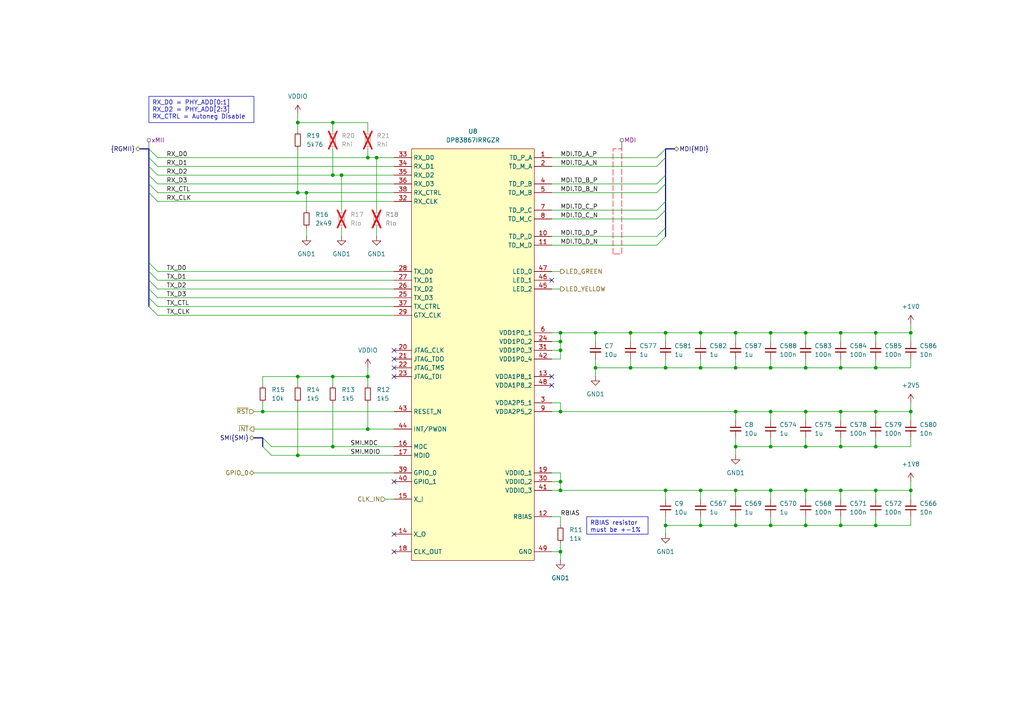
<source format=kicad_sch>
(kicad_sch
	(version 20250114)
	(generator "eeschema")
	(generator_version "9.0")
	(uuid "062c9f35-1a8a-4f8a-bfe2-0a8afe1297db")
	(paper "A4")
	(title_block
		(title "PHY")
		(rev "1.0.0")
	)
	(lib_symbols
		(symbol "DP83867IRRGZR:DP83867IRRGZR"
			(exclude_from_sim no)
			(in_bom yes)
			(on_board yes)
			(property "Reference" "U"
				(at 0 5.08 0)
				(effects
					(font
						(size 1.27 1.27)
					)
				)
			)
			(property "Value" "DP83867IRRGZR"
				(at 0 2.54 0)
				(effects
					(font
						(size 1.27 1.27)
					)
				)
			)
			(property "Footprint" "switch_footprints:QFN50P700X700X100-49N-D"
				(at 0 -121.92 0)
				(effects
					(font
						(size 1.27 1.27)
					)
					(hide yes)
				)
			)
			(property "Datasheet" "http://www.ti.com/lit/gpn/DP83867IR"
				(at 41.91 -179.68 0)
				(effects
					(font
						(size 1.27 1.27)
					)
					(justify left top)
					(hide yes)
				)
			)
			(property "Description" "Gigabit Ethernet PHY customized for harsh industrial environments"
				(at 0 -124.46 0)
				(effects
					(font
						(size 1.27 1.27)
					)
					(hide yes)
				)
			)
			(property "Height" "1"
				(at 41.91 -379.68 0)
				(effects
					(font
						(size 1.27 1.27)
					)
					(justify left top)
					(hide yes)
				)
			)
			(property "Mouser Part Number" "595-DP83867IRRGZR"
				(at 41.91 -479.68 0)
				(effects
					(font
						(size 1.27 1.27)
					)
					(justify left top)
					(hide yes)
				)
			)
			(property "Mouser Price/Stock" "https://www.mouser.co.uk/ProductDetail/Texas-Instruments/DP83867IRRGZR?qs=rBWM4%252BvDhIfkaWSfJ8zVwQ%3D%3D"
				(at 41.91 -579.68 0)
				(effects
					(font
						(size 1.27 1.27)
					)
					(justify left top)
					(hide yes)
				)
			)
			(property "Manufacturer_Name" "Texas Instruments"
				(at 41.91 -679.68 0)
				(effects
					(font
						(size 1.27 1.27)
					)
					(justify left top)
					(hide yes)
				)
			)
			(property "Manufacturer_Part_Number" "DP83867IRRGZR"
				(at 41.91 -779.68 0)
				(effects
					(font
						(size 1.27 1.27)
					)
					(justify left top)
					(hide yes)
				)
			)
			(symbol "DP83867IRRGZR_1_1"
				(rectangle
					(start -17.78 0)
					(end 17.78 -119.38)
					(stroke
						(width 0)
						(type solid)
					)
					(fill
						(type background)
					)
				)
				(pin passive line
					(at -22.86 -2.54 0)
					(length 5.08)
					(name "RX_D0"
						(effects
							(font
								(size 1.27 1.27)
							)
						)
					)
					(number "33"
						(effects
							(font
								(size 1.27 1.27)
							)
						)
					)
				)
				(pin passive line
					(at -22.86 -5.08 0)
					(length 5.08)
					(name "RX_D1"
						(effects
							(font
								(size 1.27 1.27)
							)
						)
					)
					(number "34"
						(effects
							(font
								(size 1.27 1.27)
							)
						)
					)
				)
				(pin passive line
					(at -22.86 -7.62 0)
					(length 5.08)
					(name "RX_D2"
						(effects
							(font
								(size 1.27 1.27)
							)
						)
					)
					(number "35"
						(effects
							(font
								(size 1.27 1.27)
							)
						)
					)
				)
				(pin passive line
					(at -22.86 -10.16 0)
					(length 5.08)
					(name "RX_D3"
						(effects
							(font
								(size 1.27 1.27)
							)
						)
					)
					(number "36"
						(effects
							(font
								(size 1.27 1.27)
							)
						)
					)
				)
				(pin passive line
					(at -22.86 -12.7 0)
					(length 5.08)
					(name "RX_CTRL"
						(effects
							(font
								(size 1.27 1.27)
							)
						)
					)
					(number "38"
						(effects
							(font
								(size 1.27 1.27)
							)
						)
					)
				)
				(pin passive line
					(at -22.86 -15.24 0)
					(length 5.08)
					(name "RX_CLK"
						(effects
							(font
								(size 1.27 1.27)
							)
						)
					)
					(number "32"
						(effects
							(font
								(size 1.27 1.27)
							)
						)
					)
				)
				(pin passive line
					(at -22.86 -35.56 0)
					(length 5.08)
					(name "TX_D0"
						(effects
							(font
								(size 1.27 1.27)
							)
						)
					)
					(number "28"
						(effects
							(font
								(size 1.27 1.27)
							)
						)
					)
				)
				(pin passive line
					(at -22.86 -38.1 0)
					(length 5.08)
					(name "TX_D1"
						(effects
							(font
								(size 1.27 1.27)
							)
						)
					)
					(number "27"
						(effects
							(font
								(size 1.27 1.27)
							)
						)
					)
				)
				(pin passive line
					(at -22.86 -40.64 0)
					(length 5.08)
					(name "TX_D2"
						(effects
							(font
								(size 1.27 1.27)
							)
						)
					)
					(number "26"
						(effects
							(font
								(size 1.27 1.27)
							)
						)
					)
				)
				(pin passive line
					(at -22.86 -43.18 0)
					(length 5.08)
					(name "TX_D3"
						(effects
							(font
								(size 1.27 1.27)
							)
						)
					)
					(number "25"
						(effects
							(font
								(size 1.27 1.27)
							)
						)
					)
				)
				(pin passive line
					(at -22.86 -45.72 0)
					(length 5.08)
					(name "TX_CTRL"
						(effects
							(font
								(size 1.27 1.27)
							)
						)
					)
					(number "37"
						(effects
							(font
								(size 1.27 1.27)
							)
						)
					)
				)
				(pin passive line
					(at -22.86 -48.26 0)
					(length 5.08)
					(name "GTX_CLK"
						(effects
							(font
								(size 1.27 1.27)
							)
						)
					)
					(number "29"
						(effects
							(font
								(size 1.27 1.27)
							)
						)
					)
				)
				(pin passive line
					(at -22.86 -58.42 0)
					(length 5.08)
					(name "JTAG_CLK"
						(effects
							(font
								(size 1.27 1.27)
							)
						)
					)
					(number "20"
						(effects
							(font
								(size 1.27 1.27)
							)
						)
					)
				)
				(pin passive line
					(at -22.86 -60.96 0)
					(length 5.08)
					(name "JTAG_TDO"
						(effects
							(font
								(size 1.27 1.27)
							)
						)
					)
					(number "21"
						(effects
							(font
								(size 1.27 1.27)
							)
						)
					)
				)
				(pin passive line
					(at -22.86 -63.5 0)
					(length 5.08)
					(name "JTAG_TMS"
						(effects
							(font
								(size 1.27 1.27)
							)
						)
					)
					(number "22"
						(effects
							(font
								(size 1.27 1.27)
							)
						)
					)
				)
				(pin passive line
					(at -22.86 -66.04 0)
					(length 5.08)
					(name "JTAG_TDI"
						(effects
							(font
								(size 1.27 1.27)
							)
						)
					)
					(number "23"
						(effects
							(font
								(size 1.27 1.27)
							)
						)
					)
				)
				(pin passive line
					(at -22.86 -76.2 0)
					(length 5.08)
					(name "RESET_N"
						(effects
							(font
								(size 1.27 1.27)
							)
						)
					)
					(number "43"
						(effects
							(font
								(size 1.27 1.27)
							)
						)
					)
				)
				(pin passive line
					(at -22.86 -81.28 0)
					(length 5.08)
					(name "INT/PWDN"
						(effects
							(font
								(size 1.27 1.27)
							)
						)
					)
					(number "44"
						(effects
							(font
								(size 1.27 1.27)
							)
						)
					)
				)
				(pin passive line
					(at -22.86 -86.36 0)
					(length 5.08)
					(name "MDC"
						(effects
							(font
								(size 1.27 1.27)
							)
						)
					)
					(number "16"
						(effects
							(font
								(size 1.27 1.27)
							)
						)
					)
				)
				(pin passive line
					(at -22.86 -88.9 0)
					(length 5.08)
					(name "MDIO"
						(effects
							(font
								(size 1.27 1.27)
							)
						)
					)
					(number "17"
						(effects
							(font
								(size 1.27 1.27)
							)
						)
					)
				)
				(pin passive line
					(at -22.86 -93.98 0)
					(length 5.08)
					(name "GPIO_0"
						(effects
							(font
								(size 1.27 1.27)
							)
						)
					)
					(number "39"
						(effects
							(font
								(size 1.27 1.27)
							)
						)
					)
				)
				(pin passive line
					(at -22.86 -96.52 0)
					(length 5.08)
					(name "GPIO_1"
						(effects
							(font
								(size 1.27 1.27)
							)
						)
					)
					(number "40"
						(effects
							(font
								(size 1.27 1.27)
							)
						)
					)
				)
				(pin passive line
					(at -22.86 -101.6 0)
					(length 5.08)
					(name "X_I"
						(effects
							(font
								(size 1.27 1.27)
							)
						)
					)
					(number "15"
						(effects
							(font
								(size 1.27 1.27)
							)
						)
					)
				)
				(pin passive line
					(at -22.86 -111.76 0)
					(length 5.08)
					(name "X_O"
						(effects
							(font
								(size 1.27 1.27)
							)
						)
					)
					(number "14"
						(effects
							(font
								(size 1.27 1.27)
							)
						)
					)
				)
				(pin passive line
					(at -22.86 -116.84 0)
					(length 5.08)
					(name "CLK_OUT"
						(effects
							(font
								(size 1.27 1.27)
							)
						)
					)
					(number "18"
						(effects
							(font
								(size 1.27 1.27)
							)
						)
					)
				)
				(pin passive line
					(at 22.86 -2.54 180)
					(length 5.08)
					(name "TD_P_A"
						(effects
							(font
								(size 1.27 1.27)
							)
						)
					)
					(number "1"
						(effects
							(font
								(size 1.27 1.27)
							)
						)
					)
				)
				(pin passive line
					(at 22.86 -5.08 180)
					(length 5.08)
					(name "TD_M_A"
						(effects
							(font
								(size 1.27 1.27)
							)
						)
					)
					(number "2"
						(effects
							(font
								(size 1.27 1.27)
							)
						)
					)
				)
				(pin passive line
					(at 22.86 -10.16 180)
					(length 5.08)
					(name "TD_P_B"
						(effects
							(font
								(size 1.27 1.27)
							)
						)
					)
					(number "4"
						(effects
							(font
								(size 1.27 1.27)
							)
						)
					)
				)
				(pin passive line
					(at 22.86 -12.7 180)
					(length 5.08)
					(name "TD_M_B"
						(effects
							(font
								(size 1.27 1.27)
							)
						)
					)
					(number "5"
						(effects
							(font
								(size 1.27 1.27)
							)
						)
					)
				)
				(pin passive line
					(at 22.86 -17.78 180)
					(length 5.08)
					(name "TD_P_C"
						(effects
							(font
								(size 1.27 1.27)
							)
						)
					)
					(number "7"
						(effects
							(font
								(size 1.27 1.27)
							)
						)
					)
				)
				(pin passive line
					(at 22.86 -20.32 180)
					(length 5.08)
					(name "TD_M_C"
						(effects
							(font
								(size 1.27 1.27)
							)
						)
					)
					(number "8"
						(effects
							(font
								(size 1.27 1.27)
							)
						)
					)
				)
				(pin passive line
					(at 22.86 -25.4 180)
					(length 5.08)
					(name "TD_P_D"
						(effects
							(font
								(size 1.27 1.27)
							)
						)
					)
					(number "10"
						(effects
							(font
								(size 1.27 1.27)
							)
						)
					)
				)
				(pin passive line
					(at 22.86 -27.94 180)
					(length 5.08)
					(name "TD_M_D"
						(effects
							(font
								(size 1.27 1.27)
							)
						)
					)
					(number "11"
						(effects
							(font
								(size 1.27 1.27)
							)
						)
					)
				)
				(pin passive line
					(at 22.86 -35.56 180)
					(length 5.08)
					(name "LED_0"
						(effects
							(font
								(size 1.27 1.27)
							)
						)
					)
					(number "47"
						(effects
							(font
								(size 1.27 1.27)
							)
						)
					)
				)
				(pin passive line
					(at 22.86 -38.1 180)
					(length 5.08)
					(name "LED_1"
						(effects
							(font
								(size 1.27 1.27)
							)
						)
					)
					(number "46"
						(effects
							(font
								(size 1.27 1.27)
							)
						)
					)
				)
				(pin passive line
					(at 22.86 -40.64 180)
					(length 5.08)
					(name "LED_2"
						(effects
							(font
								(size 1.27 1.27)
							)
						)
					)
					(number "45"
						(effects
							(font
								(size 1.27 1.27)
							)
						)
					)
				)
				(pin passive line
					(at 22.86 -53.34 180)
					(length 5.08)
					(name "VDD1P0_1"
						(effects
							(font
								(size 1.27 1.27)
							)
						)
					)
					(number "6"
						(effects
							(font
								(size 1.27 1.27)
							)
						)
					)
				)
				(pin passive line
					(at 22.86 -55.88 180)
					(length 5.08)
					(name "VDD1P0_2"
						(effects
							(font
								(size 1.27 1.27)
							)
						)
					)
					(number "24"
						(effects
							(font
								(size 1.27 1.27)
							)
						)
					)
				)
				(pin passive line
					(at 22.86 -58.42 180)
					(length 5.08)
					(name "VDD1P0_3"
						(effects
							(font
								(size 1.27 1.27)
							)
						)
					)
					(number "31"
						(effects
							(font
								(size 1.27 1.27)
							)
						)
					)
				)
				(pin passive line
					(at 22.86 -60.96 180)
					(length 5.08)
					(name "VDD1P0_4"
						(effects
							(font
								(size 1.27 1.27)
							)
						)
					)
					(number "42"
						(effects
							(font
								(size 1.27 1.27)
							)
						)
					)
				)
				(pin passive line
					(at 22.86 -66.04 180)
					(length 5.08)
					(name "VDDA1P8_1"
						(effects
							(font
								(size 1.27 1.27)
							)
						)
					)
					(number "13"
						(effects
							(font
								(size 1.27 1.27)
							)
						)
					)
				)
				(pin passive line
					(at 22.86 -68.58 180)
					(length 5.08)
					(name "VDDA1P8_2"
						(effects
							(font
								(size 1.27 1.27)
							)
						)
					)
					(number "48"
						(effects
							(font
								(size 1.27 1.27)
							)
						)
					)
				)
				(pin passive line
					(at 22.86 -73.66 180)
					(length 5.08)
					(name "VDDA2P5_1"
						(effects
							(font
								(size 1.27 1.27)
							)
						)
					)
					(number "3"
						(effects
							(font
								(size 1.27 1.27)
							)
						)
					)
				)
				(pin passive line
					(at 22.86 -76.2 180)
					(length 5.08)
					(name "VDDA2P5_2"
						(effects
							(font
								(size 1.27 1.27)
							)
						)
					)
					(number "9"
						(effects
							(font
								(size 1.27 1.27)
							)
						)
					)
				)
				(pin passive line
					(at 22.86 -93.98 180)
					(length 5.08)
					(name "VDDIO_1"
						(effects
							(font
								(size 1.27 1.27)
							)
						)
					)
					(number "19"
						(effects
							(font
								(size 1.27 1.27)
							)
						)
					)
				)
				(pin passive line
					(at 22.86 -96.52 180)
					(length 5.08)
					(name "VDDIO_2"
						(effects
							(font
								(size 1.27 1.27)
							)
						)
					)
					(number "30"
						(effects
							(font
								(size 1.27 1.27)
							)
						)
					)
				)
				(pin passive line
					(at 22.86 -99.06 180)
					(length 5.08)
					(name "VDDIO_3"
						(effects
							(font
								(size 1.27 1.27)
							)
						)
					)
					(number "41"
						(effects
							(font
								(size 1.27 1.27)
							)
						)
					)
				)
				(pin passive line
					(at 22.86 -106.68 180)
					(length 5.08)
					(name "RBIAS"
						(effects
							(font
								(size 1.27 1.27)
							)
						)
					)
					(number "12"
						(effects
							(font
								(size 1.27 1.27)
							)
						)
					)
				)
				(pin passive line
					(at 22.86 -116.84 180)
					(length 5.08)
					(name "GND"
						(effects
							(font
								(size 1.27 1.27)
							)
						)
					)
					(number "49"
						(effects
							(font
								(size 1.27 1.27)
							)
						)
					)
				)
			)
			(embedded_fonts no)
		)
		(symbol "Device:C_Small"
			(pin_numbers
				(hide yes)
			)
			(pin_names
				(offset 0.254)
				(hide yes)
			)
			(exclude_from_sim no)
			(in_bom yes)
			(on_board yes)
			(property "Reference" "C"
				(at 0.254 1.778 0)
				(effects
					(font
						(size 1.27 1.27)
					)
					(justify left)
				)
			)
			(property "Value" "C_Small"
				(at 0.254 -2.032 0)
				(effects
					(font
						(size 1.27 1.27)
					)
					(justify left)
				)
			)
			(property "Footprint" ""
				(at 0 0 0)
				(effects
					(font
						(size 1.27 1.27)
					)
					(hide yes)
				)
			)
			(property "Datasheet" "~"
				(at 0 0 0)
				(effects
					(font
						(size 1.27 1.27)
					)
					(hide yes)
				)
			)
			(property "Description" "Unpolarized capacitor, small symbol"
				(at 0 0 0)
				(effects
					(font
						(size 1.27 1.27)
					)
					(hide yes)
				)
			)
			(property "ki_keywords" "capacitor cap"
				(at 0 0 0)
				(effects
					(font
						(size 1.27 1.27)
					)
					(hide yes)
				)
			)
			(property "ki_fp_filters" "C_*"
				(at 0 0 0)
				(effects
					(font
						(size 1.27 1.27)
					)
					(hide yes)
				)
			)
			(symbol "C_Small_0_1"
				(polyline
					(pts
						(xy -1.524 0.508) (xy 1.524 0.508)
					)
					(stroke
						(width 0.3048)
						(type default)
					)
					(fill
						(type none)
					)
				)
				(polyline
					(pts
						(xy -1.524 -0.508) (xy 1.524 -0.508)
					)
					(stroke
						(width 0.3302)
						(type default)
					)
					(fill
						(type none)
					)
				)
			)
			(symbol "C_Small_1_1"
				(pin passive line
					(at 0 2.54 270)
					(length 2.032)
					(name "~"
						(effects
							(font
								(size 1.27 1.27)
							)
						)
					)
					(number "1"
						(effects
							(font
								(size 1.27 1.27)
							)
						)
					)
				)
				(pin passive line
					(at 0 -2.54 90)
					(length 2.032)
					(name "~"
						(effects
							(font
								(size 1.27 1.27)
							)
						)
					)
					(number "2"
						(effects
							(font
								(size 1.27 1.27)
							)
						)
					)
				)
			)
			(embedded_fonts no)
		)
		(symbol "Device:R_Small"
			(pin_numbers
				(hide yes)
			)
			(pin_names
				(offset 0.254)
				(hide yes)
			)
			(exclude_from_sim no)
			(in_bom yes)
			(on_board yes)
			(property "Reference" "R"
				(at 0.762 0.508 0)
				(effects
					(font
						(size 1.27 1.27)
					)
					(justify left)
				)
			)
			(property "Value" "R_Small"
				(at 0.762 -1.016 0)
				(effects
					(font
						(size 1.27 1.27)
					)
					(justify left)
				)
			)
			(property "Footprint" ""
				(at 0 0 0)
				(effects
					(font
						(size 1.27 1.27)
					)
					(hide yes)
				)
			)
			(property "Datasheet" "~"
				(at 0 0 0)
				(effects
					(font
						(size 1.27 1.27)
					)
					(hide yes)
				)
			)
			(property "Description" "Resistor, small symbol"
				(at 0 0 0)
				(effects
					(font
						(size 1.27 1.27)
					)
					(hide yes)
				)
			)
			(property "ki_keywords" "R resistor"
				(at 0 0 0)
				(effects
					(font
						(size 1.27 1.27)
					)
					(hide yes)
				)
			)
			(property "ki_fp_filters" "R_*"
				(at 0 0 0)
				(effects
					(font
						(size 1.27 1.27)
					)
					(hide yes)
				)
			)
			(symbol "R_Small_0_1"
				(rectangle
					(start -0.762 1.778)
					(end 0.762 -1.778)
					(stroke
						(width 0.2032)
						(type default)
					)
					(fill
						(type none)
					)
				)
			)
			(symbol "R_Small_1_1"
				(pin passive line
					(at 0 2.54 270)
					(length 0.762)
					(name "~"
						(effects
							(font
								(size 1.27 1.27)
							)
						)
					)
					(number "1"
						(effects
							(font
								(size 1.27 1.27)
							)
						)
					)
				)
				(pin passive line
					(at 0 -2.54 90)
					(length 0.762)
					(name "~"
						(effects
							(font
								(size 1.27 1.27)
							)
						)
					)
					(number "2"
						(effects
							(font
								(size 1.27 1.27)
							)
						)
					)
				)
			)
			(embedded_fonts no)
		)
		(symbol "power:+1V0"
			(power)
			(pin_numbers
				(hide yes)
			)
			(pin_names
				(offset 0)
				(hide yes)
			)
			(exclude_from_sim no)
			(in_bom yes)
			(on_board yes)
			(property "Reference" "#PWR"
				(at 0 -3.81 0)
				(effects
					(font
						(size 1.27 1.27)
					)
					(hide yes)
				)
			)
			(property "Value" "+1V0"
				(at 0 3.556 0)
				(effects
					(font
						(size 1.27 1.27)
					)
				)
			)
			(property "Footprint" ""
				(at 0 0 0)
				(effects
					(font
						(size 1.27 1.27)
					)
					(hide yes)
				)
			)
			(property "Datasheet" ""
				(at 0 0 0)
				(effects
					(font
						(size 1.27 1.27)
					)
					(hide yes)
				)
			)
			(property "Description" "Power symbol creates a global label with name \"+1V0\""
				(at 0 0 0)
				(effects
					(font
						(size 1.27 1.27)
					)
					(hide yes)
				)
			)
			(property "ki_keywords" "global power"
				(at 0 0 0)
				(effects
					(font
						(size 1.27 1.27)
					)
					(hide yes)
				)
			)
			(symbol "+1V0_0_1"
				(polyline
					(pts
						(xy -0.762 1.27) (xy 0 2.54)
					)
					(stroke
						(width 0)
						(type default)
					)
					(fill
						(type none)
					)
				)
				(polyline
					(pts
						(xy 0 2.54) (xy 0.762 1.27)
					)
					(stroke
						(width 0)
						(type default)
					)
					(fill
						(type none)
					)
				)
				(polyline
					(pts
						(xy 0 0) (xy 0 2.54)
					)
					(stroke
						(width 0)
						(type default)
					)
					(fill
						(type none)
					)
				)
			)
			(symbol "+1V0_1_1"
				(pin power_in line
					(at 0 0 90)
					(length 0)
					(name "~"
						(effects
							(font
								(size 1.27 1.27)
							)
						)
					)
					(number "1"
						(effects
							(font
								(size 1.27 1.27)
							)
						)
					)
				)
			)
			(embedded_fonts no)
		)
		(symbol "power:+1V8"
			(power)
			(pin_numbers
				(hide yes)
			)
			(pin_names
				(offset 0)
				(hide yes)
			)
			(exclude_from_sim no)
			(in_bom yes)
			(on_board yes)
			(property "Reference" "#PWR"
				(at 0 -3.81 0)
				(effects
					(font
						(size 1.27 1.27)
					)
					(hide yes)
				)
			)
			(property "Value" "+1V8"
				(at 0 3.556 0)
				(effects
					(font
						(size 1.27 1.27)
					)
				)
			)
			(property "Footprint" ""
				(at 0 0 0)
				(effects
					(font
						(size 1.27 1.27)
					)
					(hide yes)
				)
			)
			(property "Datasheet" ""
				(at 0 0 0)
				(effects
					(font
						(size 1.27 1.27)
					)
					(hide yes)
				)
			)
			(property "Description" "Power symbol creates a global label with name \"+1V8\""
				(at 0 0 0)
				(effects
					(font
						(size 1.27 1.27)
					)
					(hide yes)
				)
			)
			(property "ki_keywords" "global power"
				(at 0 0 0)
				(effects
					(font
						(size 1.27 1.27)
					)
					(hide yes)
				)
			)
			(symbol "+1V8_0_1"
				(polyline
					(pts
						(xy -0.762 1.27) (xy 0 2.54)
					)
					(stroke
						(width 0)
						(type default)
					)
					(fill
						(type none)
					)
				)
				(polyline
					(pts
						(xy 0 2.54) (xy 0.762 1.27)
					)
					(stroke
						(width 0)
						(type default)
					)
					(fill
						(type none)
					)
				)
				(polyline
					(pts
						(xy 0 0) (xy 0 2.54)
					)
					(stroke
						(width 0)
						(type default)
					)
					(fill
						(type none)
					)
				)
			)
			(symbol "+1V8_1_1"
				(pin power_in line
					(at 0 0 90)
					(length 0)
					(name "~"
						(effects
							(font
								(size 1.27 1.27)
							)
						)
					)
					(number "1"
						(effects
							(font
								(size 1.27 1.27)
							)
						)
					)
				)
			)
			(embedded_fonts no)
		)
		(symbol "power:+2V5"
			(power)
			(pin_numbers
				(hide yes)
			)
			(pin_names
				(offset 0)
				(hide yes)
			)
			(exclude_from_sim no)
			(in_bom yes)
			(on_board yes)
			(property "Reference" "#PWR"
				(at 0 -3.81 0)
				(effects
					(font
						(size 1.27 1.27)
					)
					(hide yes)
				)
			)
			(property "Value" "+2V5"
				(at 0 3.556 0)
				(effects
					(font
						(size 1.27 1.27)
					)
				)
			)
			(property "Footprint" ""
				(at 0 0 0)
				(effects
					(font
						(size 1.27 1.27)
					)
					(hide yes)
				)
			)
			(property "Datasheet" ""
				(at 0 0 0)
				(effects
					(font
						(size 1.27 1.27)
					)
					(hide yes)
				)
			)
			(property "Description" "Power symbol creates a global label with name \"+2V5\""
				(at 0 0 0)
				(effects
					(font
						(size 1.27 1.27)
					)
					(hide yes)
				)
			)
			(property "ki_keywords" "global power"
				(at 0 0 0)
				(effects
					(font
						(size 1.27 1.27)
					)
					(hide yes)
				)
			)
			(symbol "+2V5_0_1"
				(polyline
					(pts
						(xy -0.762 1.27) (xy 0 2.54)
					)
					(stroke
						(width 0)
						(type default)
					)
					(fill
						(type none)
					)
				)
				(polyline
					(pts
						(xy 0 2.54) (xy 0.762 1.27)
					)
					(stroke
						(width 0)
						(type default)
					)
					(fill
						(type none)
					)
				)
				(polyline
					(pts
						(xy 0 0) (xy 0 2.54)
					)
					(stroke
						(width 0)
						(type default)
					)
					(fill
						(type none)
					)
				)
			)
			(symbol "+2V5_1_1"
				(pin power_in line
					(at 0 0 90)
					(length 0)
					(name "~"
						(effects
							(font
								(size 1.27 1.27)
							)
						)
					)
					(number "1"
						(effects
							(font
								(size 1.27 1.27)
							)
						)
					)
				)
			)
			(embedded_fonts no)
		)
		(symbol "power:GND1"
			(power)
			(pin_numbers
				(hide yes)
			)
			(pin_names
				(offset 0)
				(hide yes)
			)
			(exclude_from_sim no)
			(in_bom yes)
			(on_board yes)
			(property "Reference" "#PWR"
				(at 0 -6.35 0)
				(effects
					(font
						(size 1.27 1.27)
					)
					(hide yes)
				)
			)
			(property "Value" "GND1"
				(at 0 -3.81 0)
				(effects
					(font
						(size 1.27 1.27)
					)
				)
			)
			(property "Footprint" ""
				(at 0 0 0)
				(effects
					(font
						(size 1.27 1.27)
					)
					(hide yes)
				)
			)
			(property "Datasheet" ""
				(at 0 0 0)
				(effects
					(font
						(size 1.27 1.27)
					)
					(hide yes)
				)
			)
			(property "Description" "Power symbol creates a global label with name \"GND1\" , ground"
				(at 0 0 0)
				(effects
					(font
						(size 1.27 1.27)
					)
					(hide yes)
				)
			)
			(property "ki_keywords" "global power"
				(at 0 0 0)
				(effects
					(font
						(size 1.27 1.27)
					)
					(hide yes)
				)
			)
			(symbol "GND1_0_1"
				(polyline
					(pts
						(xy 0 0) (xy 0 -1.27) (xy 1.27 -1.27) (xy 0 -2.54) (xy -1.27 -1.27) (xy 0 -1.27)
					)
					(stroke
						(width 0)
						(type default)
					)
					(fill
						(type none)
					)
				)
			)
			(symbol "GND1_1_1"
				(pin power_in line
					(at 0 0 270)
					(length 0)
					(name "~"
						(effects
							(font
								(size 1.27 1.27)
							)
						)
					)
					(number "1"
						(effects
							(font
								(size 1.27 1.27)
							)
						)
					)
				)
			)
			(embedded_fonts no)
		)
		(symbol "power_extra:VDDIO"
			(power)
			(pin_numbers
				(hide yes)
			)
			(pin_names
				(offset 0)
				(hide yes)
			)
			(exclude_from_sim no)
			(in_bom yes)
			(on_board yes)
			(property "Reference" "#PWR"
				(at 0 -3.81 0)
				(effects
					(font
						(size 1.27 1.27)
					)
					(hide yes)
				)
			)
			(property "Value" "VDDIO"
				(at 0 3.556 0)
				(effects
					(font
						(size 1.27 1.27)
					)
				)
			)
			(property "Footprint" ""
				(at 0 0 0)
				(effects
					(font
						(size 1.27 1.27)
					)
					(hide yes)
				)
			)
			(property "Datasheet" ""
				(at 0 0 0)
				(effects
					(font
						(size 1.27 1.27)
					)
					(hide yes)
				)
			)
			(property "Description" "Power symbol creates a global label with name \"VDDIO\""
				(at 0 0 0)
				(effects
					(font
						(size 1.27 1.27)
					)
					(hide yes)
				)
			)
			(property "ki_keywords" "global power"
				(at 0 0 0)
				(effects
					(font
						(size 1.27 1.27)
					)
					(hide yes)
				)
			)
			(symbol "VDDIO_0_1"
				(polyline
					(pts
						(xy -0.762 1.27) (xy 0 2.54)
					)
					(stroke
						(width 0)
						(type default)
					)
					(fill
						(type none)
					)
				)
				(polyline
					(pts
						(xy 0 2.54) (xy 0.762 1.27)
					)
					(stroke
						(width 0)
						(type default)
					)
					(fill
						(type none)
					)
				)
				(polyline
					(pts
						(xy 0 0) (xy 0 2.54)
					)
					(stroke
						(width 0)
						(type default)
					)
					(fill
						(type none)
					)
				)
			)
			(symbol "VDDIO_1_1"
				(pin power_in line
					(at 0 0 90)
					(length 0)
					(name "~"
						(effects
							(font
								(size 1.27 1.27)
							)
						)
					)
					(number "1"
						(effects
							(font
								(size 1.27 1.27)
							)
						)
					)
				)
			)
			(embedded_fonts no)
		)
	)
	(bus_alias "MDI"
		(members "TD_A_P" "TD_A_N" "TD_B_P" "TD_B_N" "TD_C_P" "TD_C_N" "TD_D_P"
			"TD_D_N"
		)
	)
	(bus_alias "RGMII"
		(members "TX_CLK" "TX_D[0..3]" "TX_CTL" "RX_CLK" "RX_D[0..3]" "RX_CTL")
	)
	(bus_alias "SMI"
		(members "MDC" "MDIO")
	)
	(text_box "RX_D0 = PHY_ADD[0:1]\nRX_D2 = PHY_ADD[2:3]\nRX_CTRL = Autoneg Disable"
		(exclude_from_sim no)
		(at 43.18 27.94 0)
		(size 30.48 7.62)
		(margins 0.9525 0.9525 0.9525 0.9525)
		(stroke
			(width 0)
			(type solid)
		)
		(fill
			(type none)
		)
		(effects
			(font
				(size 1.27 1.27)
			)
			(justify left top)
		)
		(uuid "c07f6e57-2ea3-4885-9453-a034d90e4be4")
	)
	(text_box "RBIAS resistor must be +-1%"
		(exclude_from_sim no)
		(at 170.18 149.86 0)
		(size 17.78 5.08)
		(margins 0.9525 0.9525 0.9525 0.9525)
		(stroke
			(width 0)
			(type solid)
		)
		(fill
			(type none)
		)
		(effects
			(font
				(size 1.27 1.27)
			)
			(justify left top)
		)
		(uuid "d90cc70a-afa3-4de1-9a62-07650f52552f")
	)
	(junction
		(at 203.2 142.24)
		(diameter 0)
		(color 0 0 0 0)
		(uuid "072205e2-f901-430d-b7c8-9f04bae68bfc")
	)
	(junction
		(at 86.36 132.08)
		(diameter 0)
		(color 0 0 0 0)
		(uuid "07dc4a29-3df4-4831-8a5b-4a6c36267212")
	)
	(junction
		(at 162.56 96.52)
		(diameter 0)
		(color 0 0 0 0)
		(uuid "0c0a9292-66c5-4df6-8ef9-767db94a227d")
	)
	(junction
		(at 213.36 152.4)
		(diameter 0)
		(color 0 0 0 0)
		(uuid "112031f4-a1d3-45b4-af93-de48c491479b")
	)
	(junction
		(at 76.2 119.38)
		(diameter 0)
		(color 0 0 0 0)
		(uuid "1adcb35a-a1de-4ac8-824e-9239674fcefa")
	)
	(junction
		(at 213.36 96.52)
		(diameter 0)
		(color 0 0 0 0)
		(uuid "1c2c78ba-033d-4fae-b575-573904496ffd")
	)
	(junction
		(at 106.68 109.22)
		(diameter 0)
		(color 0 0 0 0)
		(uuid "1e8f860b-997f-4592-a6fd-4949af5a9900")
	)
	(junction
		(at 254 152.4)
		(diameter 0)
		(color 0 0 0 0)
		(uuid "1f5811f0-c0ba-45ca-8138-20309f11c75c")
	)
	(junction
		(at 254 106.68)
		(diameter 0)
		(color 0 0 0 0)
		(uuid "2001b46f-6187-498e-9755-ce6dd16645e0")
	)
	(junction
		(at 254 129.54)
		(diameter 0)
		(color 0 0 0 0)
		(uuid "21b7003c-41b1-4159-bf49-15cdfd33dc8d")
	)
	(junction
		(at 86.36 55.88)
		(diameter 0)
		(color 0 0 0 0)
		(uuid "26e4617f-4e88-4ec5-b527-0f1252178fcd")
	)
	(junction
		(at 182.88 106.68)
		(diameter 0)
		(color 0 0 0 0)
		(uuid "2c873c90-04e1-4330-a3fe-e1aea17fd693")
	)
	(junction
		(at 223.52 106.68)
		(diameter 0)
		(color 0 0 0 0)
		(uuid "369d6fad-df6d-4869-9f85-4165ef5bb4fd")
	)
	(junction
		(at 243.84 152.4)
		(diameter 0)
		(color 0 0 0 0)
		(uuid "3ba0b2ad-144d-4d1f-913c-cbb9d20e487b")
	)
	(junction
		(at 182.88 96.52)
		(diameter 0)
		(color 0 0 0 0)
		(uuid "45969e27-8dda-4e51-8bed-7fde50544c06")
	)
	(junction
		(at 233.68 106.68)
		(diameter 0)
		(color 0 0 0 0)
		(uuid "4af4a63e-dddc-4a3e-a527-2ca8b7397fb9")
	)
	(junction
		(at 243.84 96.52)
		(diameter 0)
		(color 0 0 0 0)
		(uuid "515ee7af-134b-4aec-88b5-4575e1bdb3e9")
	)
	(junction
		(at 162.56 142.24)
		(diameter 0)
		(color 0 0 0 0)
		(uuid "56c0d22d-671d-4ba6-94fe-e3ff04caed20")
	)
	(junction
		(at 233.68 129.54)
		(diameter 0)
		(color 0 0 0 0)
		(uuid "5c40ba97-6d3a-4ce4-baeb-dba6ff6b9473")
	)
	(junction
		(at 243.84 142.24)
		(diameter 0)
		(color 0 0 0 0)
		(uuid "5df7573a-d995-4e61-8e4b-7d6e1f419e1a")
	)
	(junction
		(at 106.68 124.46)
		(diameter 0)
		(color 0 0 0 0)
		(uuid "5ff4ab22-d0b0-4c84-8acf-d10a33bddda5")
	)
	(junction
		(at 172.72 106.68)
		(diameter 0)
		(color 0 0 0 0)
		(uuid "670b94a7-1ebe-4aad-9f9e-a06325f14b84")
	)
	(junction
		(at 233.68 96.52)
		(diameter 0)
		(color 0 0 0 0)
		(uuid "67afb4c0-8607-4c76-bb92-de73210cc42c")
	)
	(junction
		(at 243.84 119.38)
		(diameter 0)
		(color 0 0 0 0)
		(uuid "6c4b8d28-1392-427a-a2a7-d14b5e29b1fc")
	)
	(junction
		(at 264.16 142.24)
		(diameter 0)
		(color 0 0 0 0)
		(uuid "75156315-a42e-4b49-a0e6-e111ee5a6207")
	)
	(junction
		(at 162.56 160.02)
		(diameter 0)
		(color 0 0 0 0)
		(uuid "7588ce7d-e882-4041-8bda-98e6de645e75")
	)
	(junction
		(at 213.36 119.38)
		(diameter 0)
		(color 0 0 0 0)
		(uuid "77a75a22-a4a0-4f6d-9181-2ac0e5f507b0")
	)
	(junction
		(at 162.56 119.38)
		(diameter 0)
		(color 0 0 0 0)
		(uuid "786bcab6-f5ca-4af1-aaf4-ce5ed76858de")
	)
	(junction
		(at 172.72 96.52)
		(diameter 0)
		(color 0 0 0 0)
		(uuid "7a757527-737e-4aaa-9f48-71c15f082c0c")
	)
	(junction
		(at 106.68 45.72)
		(diameter 0)
		(color 0 0 0 0)
		(uuid "7e0db072-878c-4d23-9d7a-c578c91c8429")
	)
	(junction
		(at 264.16 119.38)
		(diameter 0)
		(color 0 0 0 0)
		(uuid "82842f2d-e0d1-46a0-9126-1e03bb4ef32d")
	)
	(junction
		(at 88.9 55.88)
		(diameter 0)
		(color 0 0 0 0)
		(uuid "8c492cf3-da74-493b-8dc4-42754171f10b")
	)
	(junction
		(at 203.2 96.52)
		(diameter 0)
		(color 0 0 0 0)
		(uuid "8c813dc7-f056-4534-bd9f-89d37a26306a")
	)
	(junction
		(at 223.52 142.24)
		(diameter 0)
		(color 0 0 0 0)
		(uuid "8c849a09-9da6-4900-a0c8-0fd89bb0cb51")
	)
	(junction
		(at 233.68 142.24)
		(diameter 0)
		(color 0 0 0 0)
		(uuid "8feb0623-7830-4c50-9a34-ac5690dffcd3")
	)
	(junction
		(at 223.52 96.52)
		(diameter 0)
		(color 0 0 0 0)
		(uuid "929d342a-d3ae-429a-a2c1-6a247c927d44")
	)
	(junction
		(at 243.84 129.54)
		(diameter 0)
		(color 0 0 0 0)
		(uuid "944dcca2-7cdc-4fbc-98dd-18c29282a483")
	)
	(junction
		(at 243.84 106.68)
		(diameter 0)
		(color 0 0 0 0)
		(uuid "948ec98e-648b-4838-82ed-c1962833d6f5")
	)
	(junction
		(at 162.56 99.06)
		(diameter 0)
		(color 0 0 0 0)
		(uuid "9d1951e7-d47e-4906-9aa9-13a959bddc90")
	)
	(junction
		(at 96.52 109.22)
		(diameter 0)
		(color 0 0 0 0)
		(uuid "9e63ce05-6f86-417f-9d2b-bc95bf8448bc")
	)
	(junction
		(at 213.36 142.24)
		(diameter 0)
		(color 0 0 0 0)
		(uuid "a00ac81d-6db7-4f00-8417-417189fcbe72")
	)
	(junction
		(at 264.16 96.52)
		(diameter 0)
		(color 0 0 0 0)
		(uuid "a20eeaab-f6a9-464f-b77a-bbee06f1dcb9")
	)
	(junction
		(at 233.68 152.4)
		(diameter 0)
		(color 0 0 0 0)
		(uuid "a348569d-dfe0-4635-946c-33519481b2f6")
	)
	(junction
		(at 162.56 139.7)
		(diameter 0)
		(color 0 0 0 0)
		(uuid "a498217a-67d9-406e-877f-9c3a81327a2d")
	)
	(junction
		(at 203.2 152.4)
		(diameter 0)
		(color 0 0 0 0)
		(uuid "a4e5c6f0-ea9f-440d-be7c-310cd8ec8b10")
	)
	(junction
		(at 203.2 106.68)
		(diameter 0)
		(color 0 0 0 0)
		(uuid "a681bc0f-eb1e-49b8-bfa1-1bc67eb2d554")
	)
	(junction
		(at 193.04 152.4)
		(diameter 0)
		(color 0 0 0 0)
		(uuid "a8f686e3-f63b-4409-9148-339603e27a7e")
	)
	(junction
		(at 213.36 106.68)
		(diameter 0)
		(color 0 0 0 0)
		(uuid "a961a434-74f0-4644-a151-9487bfa7b11c")
	)
	(junction
		(at 109.22 45.72)
		(diameter 0)
		(color 0 0 0 0)
		(uuid "b1117dfd-4cc8-4d2a-8ba8-2e836f845b17")
	)
	(junction
		(at 223.52 119.38)
		(diameter 0)
		(color 0 0 0 0)
		(uuid "bb33b185-6c6c-4fcd-8bc3-764d3a628ce6")
	)
	(junction
		(at 96.52 129.54)
		(diameter 0)
		(color 0 0 0 0)
		(uuid "c2548aeb-9920-4f82-bff7-1967a276c760")
	)
	(junction
		(at 254 119.38)
		(diameter 0)
		(color 0 0 0 0)
		(uuid "c45c274c-f183-4b25-89f7-06d9af01d806")
	)
	(junction
		(at 193.04 96.52)
		(diameter 0)
		(color 0 0 0 0)
		(uuid "c912e425-af44-4694-ba45-964306d58c66")
	)
	(junction
		(at 213.36 129.54)
		(diameter 0)
		(color 0 0 0 0)
		(uuid "cafda2d0-ef2f-48ef-94cc-1e594ddbf984")
	)
	(junction
		(at 233.68 119.38)
		(diameter 0)
		(color 0 0 0 0)
		(uuid "cb9b40ea-9103-43d6-b30a-8b79847a5e0a")
	)
	(junction
		(at 86.36 109.22)
		(diameter 0)
		(color 0 0 0 0)
		(uuid "cd3f65e1-a458-488b-a0b6-9891a84c5de5")
	)
	(junction
		(at 223.52 129.54)
		(diameter 0)
		(color 0 0 0 0)
		(uuid "cfe3f329-6857-4751-a430-a51f46a568f4")
	)
	(junction
		(at 193.04 106.68)
		(diameter 0)
		(color 0 0 0 0)
		(uuid "d0f336a0-b613-4f8d-849f-0afa206e010a")
	)
	(junction
		(at 254 96.52)
		(diameter 0)
		(color 0 0 0 0)
		(uuid "d171e899-845f-465b-9281-1387847ead09")
	)
	(junction
		(at 99.06 50.8)
		(diameter 0)
		(color 0 0 0 0)
		(uuid "d23b0505-bf46-4740-ad50-036f678edd91")
	)
	(junction
		(at 254 142.24)
		(diameter 0)
		(color 0 0 0 0)
		(uuid "d6968111-88de-4750-bdfd-0871044977f2")
	)
	(junction
		(at 162.56 101.6)
		(diameter 0)
		(color 0 0 0 0)
		(uuid "de421921-abfd-45a4-8b1b-43dfdb056913")
	)
	(junction
		(at 96.52 35.56)
		(diameter 0)
		(color 0 0 0 0)
		(uuid "e11bbb79-3be4-4bfa-9114-9079abc70a6d")
	)
	(junction
		(at 86.36 35.56)
		(diameter 0)
		(color 0 0 0 0)
		(uuid "e8051d21-b296-41df-af56-3324ef03e389")
	)
	(junction
		(at 193.04 142.24)
		(diameter 0)
		(color 0 0 0 0)
		(uuid "f1d27e6c-7335-4251-a9cc-025da1e628b1")
	)
	(junction
		(at 223.52 152.4)
		(diameter 0)
		(color 0 0 0 0)
		(uuid "f385df60-f648-44a6-a8df-bfdc2a6bc467")
	)
	(junction
		(at 96.52 50.8)
		(diameter 0)
		(color 0 0 0 0)
		(uuid "fa14ba78-5d0b-4270-b637-326f3476711b")
	)
	(no_connect
		(at 160.02 111.76)
		(uuid "2cb44394-81ef-4c9c-a94c-02dd282b1e65")
	)
	(no_connect
		(at 114.3 106.68)
		(uuid "4375b537-75d9-4d21-99f3-80e43262b1a5")
	)
	(no_connect
		(at 114.3 160.02)
		(uuid "4afce388-4542-4ac0-bfe8-9fccbea6b444")
	)
	(no_connect
		(at 160.02 109.22)
		(uuid "4b9fca8e-73f8-4439-998f-55b52be2558e")
	)
	(no_connect
		(at 114.3 154.94)
		(uuid "59eb4ec7-000b-4cdc-a19a-20f3a06b076d")
	)
	(no_connect
		(at 114.3 139.7)
		(uuid "635f13a2-218d-45cf-becb-3ae433a064bf")
	)
	(no_connect
		(at 160.02 81.28)
		(uuid "76e8d12c-d763-4857-98f6-5fcd7a90b81b")
	)
	(no_connect
		(at 114.3 109.22)
		(uuid "c28aba1a-98d8-4b18-b8ae-c50d9484927b")
	)
	(no_connect
		(at 114.3 101.6)
		(uuid "d0884b46-7600-4b38-81e1-6c4602a8083b")
	)
	(no_connect
		(at 114.3 104.14)
		(uuid "d96feade-90e9-43f2-878e-586a51932ad7")
	)
	(bus_entry
		(at 43.18 43.18)
		(size 2.54 2.54)
		(stroke
			(width 0)
			(type default)
		)
		(uuid "0636eba4-7fe7-4596-a12e-711733605935")
	)
	(bus_entry
		(at 43.18 45.72)
		(size 2.54 2.54)
		(stroke
			(width 0)
			(type default)
		)
		(uuid "0af3baad-b549-4248-86cf-d364187a41d8")
	)
	(bus_entry
		(at 193.04 50.8)
		(size -2.54 2.54)
		(stroke
			(width 0)
			(type default)
		)
		(uuid "10554639-8799-459d-8d4c-d9d86d660321")
	)
	(bus_entry
		(at 43.18 86.36)
		(size 2.54 2.54)
		(stroke
			(width 0)
			(type default)
		)
		(uuid "190896f9-806d-4036-8e7d-c06b1887580f")
	)
	(bus_entry
		(at 76.2 129.54)
		(size 2.54 2.54)
		(stroke
			(width 0)
			(type default)
		)
		(uuid "280a48fd-3e8f-4c68-8a81-261c572b619c")
	)
	(bus_entry
		(at 43.18 81.28)
		(size 2.54 2.54)
		(stroke
			(width 0)
			(type default)
		)
		(uuid "2ea440ca-b7c8-43f3-b91f-b14428d37866")
	)
	(bus_entry
		(at 193.04 45.72)
		(size -2.54 2.54)
		(stroke
			(width 0)
			(type default)
		)
		(uuid "38d060f5-b2d2-4c22-81c3-7313ce6ae0fd")
	)
	(bus_entry
		(at 43.18 83.82)
		(size 2.54 2.54)
		(stroke
			(width 0)
			(type default)
		)
		(uuid "3db0c760-a969-4dd2-ae66-fe1f9e598b2c")
	)
	(bus_entry
		(at 193.04 68.58)
		(size -2.54 2.54)
		(stroke
			(width 0)
			(type default)
		)
		(uuid "475c5064-4294-45bd-8c3a-ba985ec9784e")
	)
	(bus_entry
		(at 193.04 43.18)
		(size -2.54 2.54)
		(stroke
			(width 0)
			(type default)
		)
		(uuid "64dd1782-964d-494f-9750-ec04693d881b")
	)
	(bus_entry
		(at 43.18 78.74)
		(size 2.54 2.54)
		(stroke
			(width 0)
			(type default)
		)
		(uuid "729760a3-759a-4f15-8899-37ab2cdcbfcb")
	)
	(bus_entry
		(at 43.18 53.34)
		(size 2.54 2.54)
		(stroke
			(width 0)
			(type default)
		)
		(uuid "7b33cd9a-f836-4904-9962-323d0c3012f2")
	)
	(bus_entry
		(at 43.18 76.2)
		(size 2.54 2.54)
		(stroke
			(width 0)
			(type default)
		)
		(uuid "7ffe8729-8b7f-4ba1-bfa1-6d504b849a82")
	)
	(bus_entry
		(at 76.2 127)
		(size 2.54 2.54)
		(stroke
			(width 0)
			(type default)
		)
		(uuid "867ebb23-6fff-4166-a45b-d349a3b07a99")
	)
	(bus_entry
		(at 193.04 58.42)
		(size -2.54 2.54)
		(stroke
			(width 0)
			(type default)
		)
		(uuid "9688c3d7-4717-453c-903f-19d21d728cd8")
	)
	(bus_entry
		(at 193.04 66.04)
		(size -2.54 2.54)
		(stroke
			(width 0)
			(type default)
		)
		(uuid "9ee23090-b67e-43f6-bcbd-519bcffdb7e2")
	)
	(bus_entry
		(at 193.04 53.34)
		(size -2.54 2.54)
		(stroke
			(width 0)
			(type default)
		)
		(uuid "a4e48a33-646f-405e-bf22-b235351603d7")
	)
	(bus_entry
		(at 43.18 55.88)
		(size 2.54 2.54)
		(stroke
			(width 0)
			(type default)
		)
		(uuid "b797ef28-3f8f-4a51-87f2-d74fd42c46ef")
	)
	(bus_entry
		(at 43.18 50.8)
		(size 2.54 2.54)
		(stroke
			(width 0)
			(type default)
		)
		(uuid "ba44a0ab-a37d-4b02-ad29-3e863ccafbab")
	)
	(bus_entry
		(at 43.18 48.26)
		(size 2.54 2.54)
		(stroke
			(width 0)
			(type default)
		)
		(uuid "bd533070-e53d-477d-a685-dcfcf0ce985c")
	)
	(bus_entry
		(at 193.04 60.96)
		(size -2.54 2.54)
		(stroke
			(width 0)
			(type default)
		)
		(uuid "c6dad4a7-86fb-4544-b7a2-35fd6dcc5e82")
	)
	(bus_entry
		(at 43.18 88.9)
		(size 2.54 2.54)
		(stroke
			(width 0)
			(type default)
		)
		(uuid "e23bb7ee-ab14-4d7f-9ee7-6203273e5f28")
	)
	(wire
		(pts
			(xy 213.36 106.68) (xy 213.36 104.14)
		)
		(stroke
			(width 0)
			(type default)
		)
		(uuid "012b73b4-0815-47c2-98e1-3635947e28ea")
	)
	(bus
		(pts
			(xy 43.18 86.36) (xy 43.18 88.9)
		)
		(stroke
			(width 0)
			(type default)
		)
		(uuid "0334f7ff-b1de-4f1c-95c8-5ef2b7bb8a53")
	)
	(wire
		(pts
			(xy 172.72 106.68) (xy 182.88 106.68)
		)
		(stroke
			(width 0)
			(type default)
		)
		(uuid "0431d0d4-ac1a-4b1e-a81e-934c54af9ce4")
	)
	(wire
		(pts
			(xy 160.02 139.7) (xy 162.56 139.7)
		)
		(stroke
			(width 0)
			(type default)
		)
		(uuid "09f2fc75-0f0f-4f56-b7c8-04dfdc2697c9")
	)
	(wire
		(pts
			(xy 162.56 157.48) (xy 162.56 160.02)
		)
		(stroke
			(width 0)
			(type default)
		)
		(uuid "0bd49cda-26e1-4aed-aa86-302d71e68fed")
	)
	(wire
		(pts
			(xy 233.68 149.86) (xy 233.68 152.4)
		)
		(stroke
			(width 0)
			(type default)
		)
		(uuid "0c5dea04-a664-464d-8af4-6376d1d518d2")
	)
	(wire
		(pts
			(xy 213.36 119.38) (xy 213.36 121.92)
		)
		(stroke
			(width 0)
			(type default)
		)
		(uuid "0f3ef3e0-dfe0-4104-83fb-a6e1b9c1215b")
	)
	(wire
		(pts
			(xy 73.66 119.38) (xy 76.2 119.38)
		)
		(stroke
			(width 0)
			(type default)
		)
		(uuid "0f944a22-d5c3-43ba-86fe-d0601dfe478a")
	)
	(wire
		(pts
			(xy 233.68 96.52) (xy 233.68 99.06)
		)
		(stroke
			(width 0)
			(type default)
		)
		(uuid "110e129b-71d8-4356-8ec9-e00dffa6520f")
	)
	(wire
		(pts
			(xy 162.56 119.38) (xy 213.36 119.38)
		)
		(stroke
			(width 0)
			(type default)
		)
		(uuid "113fac68-28aa-4f46-bc50-abd9aad6fa26")
	)
	(wire
		(pts
			(xy 162.56 139.7) (xy 162.56 137.16)
		)
		(stroke
			(width 0)
			(type default)
		)
		(uuid "11b6e201-0b56-44df-ad9a-62fa18a60b12")
	)
	(bus
		(pts
			(xy 193.04 66.04) (xy 193.04 68.58)
		)
		(stroke
			(width 0)
			(type default)
		)
		(uuid "13b7ed3f-857e-4990-bbc8-8ef6536cf6fb")
	)
	(wire
		(pts
			(xy 96.52 50.8) (xy 99.06 50.8)
		)
		(stroke
			(width 0)
			(type default)
		)
		(uuid "13c387e2-22d4-4068-8e38-c736e6fd1ce6")
	)
	(wire
		(pts
			(xy 254 142.24) (xy 254 144.78)
		)
		(stroke
			(width 0)
			(type default)
		)
		(uuid "15953110-1a2a-4b8b-a996-a883b8cfa83f")
	)
	(bus
		(pts
			(xy 43.18 48.26) (xy 43.18 50.8)
		)
		(stroke
			(width 0)
			(type default)
		)
		(uuid "15f1aa3d-76a3-4f41-bc02-5f64abc45348")
	)
	(wire
		(pts
			(xy 254 152.4) (xy 264.16 152.4)
		)
		(stroke
			(width 0)
			(type default)
		)
		(uuid "1661e633-185b-433d-9428-84ec61d4908d")
	)
	(wire
		(pts
			(xy 264.16 96.52) (xy 254 96.52)
		)
		(stroke
			(width 0)
			(type default)
		)
		(uuid "16b6e2a5-4ae9-4178-b5bf-85ef86474497")
	)
	(wire
		(pts
			(xy 45.72 86.36) (xy 114.3 86.36)
		)
		(stroke
			(width 0)
			(type default)
		)
		(uuid "16c0a8f1-0ba2-4c95-9ddd-0aa75f80b8ed")
	)
	(wire
		(pts
			(xy 160.02 101.6) (xy 162.56 101.6)
		)
		(stroke
			(width 0)
			(type default)
		)
		(uuid "17edacff-7cd6-47c5-a218-25d8979fd34a")
	)
	(wire
		(pts
			(xy 233.68 119.38) (xy 243.84 119.38)
		)
		(stroke
			(width 0)
			(type default)
		)
		(uuid "18876ac6-5734-4fb0-a11c-6a80592e118b")
	)
	(wire
		(pts
			(xy 160.02 48.26) (xy 190.5 48.26)
		)
		(stroke
			(width 0)
			(type default)
		)
		(uuid "19d19f77-3362-486d-bf92-cb03d8408d0b")
	)
	(wire
		(pts
			(xy 45.72 53.34) (xy 114.3 53.34)
		)
		(stroke
			(width 0)
			(type default)
		)
		(uuid "19f48654-0354-4bf0-b0ec-f5e9495ed4fc")
	)
	(wire
		(pts
			(xy 243.84 119.38) (xy 243.84 121.92)
		)
		(stroke
			(width 0)
			(type default)
		)
		(uuid "1a1bd866-0d4d-412c-be49-df2971bd4b8f")
	)
	(wire
		(pts
			(xy 223.52 129.54) (xy 223.52 127)
		)
		(stroke
			(width 0)
			(type default)
		)
		(uuid "1a64e286-0b17-421c-a55b-58a9daca1da7")
	)
	(wire
		(pts
			(xy 254 106.68) (xy 264.16 106.68)
		)
		(stroke
			(width 0)
			(type default)
		)
		(uuid "1b6cfa9c-8ad8-4133-bf7e-c1dc503fd49f")
	)
	(wire
		(pts
			(xy 106.68 45.72) (xy 109.22 45.72)
		)
		(stroke
			(width 0)
			(type default)
		)
		(uuid "1bff4de5-f9a2-42e8-be2f-d6a7b4e7d5fd")
	)
	(wire
		(pts
			(xy 96.52 35.56) (xy 106.68 35.56)
		)
		(stroke
			(width 0)
			(type default)
		)
		(uuid "1ccc5b8d-a1cb-4ee1-9f1a-0440a248661a")
	)
	(bus
		(pts
			(xy 193.04 58.42) (xy 193.04 60.96)
		)
		(stroke
			(width 0)
			(type default)
		)
		(uuid "1e0ef287-7d4e-4e33-b5f3-ee978769ca0f")
	)
	(wire
		(pts
			(xy 106.68 35.56) (xy 106.68 38.1)
		)
		(stroke
			(width 0)
			(type default)
		)
		(uuid "1ef06ad4-720f-44bf-97b8-9ec2c6e2235e")
	)
	(wire
		(pts
			(xy 99.06 68.58) (xy 99.06 66.04)
		)
		(stroke
			(width 0)
			(type default)
		)
		(uuid "1f87fcea-6038-4924-8cba-13a357b2aabe")
	)
	(wire
		(pts
			(xy 111.76 144.78) (xy 114.3 144.78)
		)
		(stroke
			(width 0)
			(type default)
		)
		(uuid "20fdf163-58ac-4abd-a138-7405c233730c")
	)
	(wire
		(pts
			(xy 106.68 124.46) (xy 114.3 124.46)
		)
		(stroke
			(width 0)
			(type default)
		)
		(uuid "2201f78f-9d5b-4912-b87b-b8ddb81cab8b")
	)
	(bus
		(pts
			(xy 40.64 43.18) (xy 43.18 43.18)
		)
		(stroke
			(width 0)
			(type default)
		)
		(uuid "225c65db-8c91-49c6-ab3a-29ce9374c858")
	)
	(wire
		(pts
			(xy 233.68 152.4) (xy 243.84 152.4)
		)
		(stroke
			(width 0)
			(type default)
		)
		(uuid "230bc9b3-c0e7-4155-9246-713505d4e2df")
	)
	(wire
		(pts
			(xy 106.68 109.22) (xy 96.52 109.22)
		)
		(stroke
			(width 0)
			(type default)
		)
		(uuid "23665f5e-a07e-441b-b2f9-3af1c8c82d59")
	)
	(wire
		(pts
			(xy 254 96.52) (xy 254 99.06)
		)
		(stroke
			(width 0)
			(type default)
		)
		(uuid "239a00af-efc9-41c0-a2c8-8cab5178a767")
	)
	(wire
		(pts
			(xy 223.52 144.78) (xy 223.52 142.24)
		)
		(stroke
			(width 0)
			(type default)
		)
		(uuid "25a99471-21b1-4fee-9891-2b273cb5de3d")
	)
	(wire
		(pts
			(xy 213.36 129.54) (xy 223.52 129.54)
		)
		(stroke
			(width 0)
			(type default)
		)
		(uuid "25a99a37-5fb1-4508-880a-a45b1d32b62f")
	)
	(wire
		(pts
			(xy 223.52 119.38) (xy 213.36 119.38)
		)
		(stroke
			(width 0)
			(type default)
		)
		(uuid "25bfcc95-fd71-4974-b2a5-e321efba17e5")
	)
	(wire
		(pts
			(xy 88.9 66.04) (xy 88.9 68.58)
		)
		(stroke
			(width 0)
			(type default)
		)
		(uuid "2b907e45-f196-495d-85e2-a05e6ca0b4a6")
	)
	(wire
		(pts
			(xy 233.68 142.24) (xy 233.68 144.78)
		)
		(stroke
			(width 0)
			(type default)
		)
		(uuid "2e8a7ec2-2a70-4865-a8a5-88d5296be254")
	)
	(wire
		(pts
			(xy 76.2 119.38) (xy 114.3 119.38)
		)
		(stroke
			(width 0)
			(type default)
		)
		(uuid "2eaf3e9f-174d-4a60-adca-2b85ad600c11")
	)
	(wire
		(pts
			(xy 162.56 83.82) (xy 160.02 83.82)
		)
		(stroke
			(width 0)
			(type default)
		)
		(uuid "327c8f33-9eff-4e56-884e-13afe7a813d2")
	)
	(wire
		(pts
			(xy 243.84 129.54) (xy 254 129.54)
		)
		(stroke
			(width 0)
			(type default)
		)
		(uuid "3419585e-336b-4775-9b8e-329ff19aa1f8")
	)
	(bus
		(pts
			(xy 43.18 76.2) (xy 43.18 78.74)
		)
		(stroke
			(width 0)
			(type default)
		)
		(uuid "35698107-a428-4ac3-9c8c-b573a6b76e15")
	)
	(wire
		(pts
			(xy 203.2 142.24) (xy 213.36 142.24)
		)
		(stroke
			(width 0)
			(type default)
		)
		(uuid "358f8f29-c69d-40c4-a91c-7db31b5c1044")
	)
	(wire
		(pts
			(xy 172.72 104.14) (xy 172.72 106.68)
		)
		(stroke
			(width 0)
			(type default)
		)
		(uuid "36afdf3b-508f-44f1-8dd1-29e20ee69678")
	)
	(wire
		(pts
			(xy 45.72 81.28) (xy 114.3 81.28)
		)
		(stroke
			(width 0)
			(type default)
		)
		(uuid "3794f943-bd2a-4f13-9817-7ded0df4cdf7")
	)
	(wire
		(pts
			(xy 160.02 160.02) (xy 162.56 160.02)
		)
		(stroke
			(width 0)
			(type default)
		)
		(uuid "386eb0d6-777c-461a-a93b-ea68074045a9")
	)
	(wire
		(pts
			(xy 162.56 142.24) (xy 193.04 142.24)
		)
		(stroke
			(width 0)
			(type default)
		)
		(uuid "39ac027e-96bf-4958-954b-c8e8759be82b")
	)
	(wire
		(pts
			(xy 86.36 109.22) (xy 86.36 111.76)
		)
		(stroke
			(width 0)
			(type default)
		)
		(uuid "3c8bd3d9-fb2c-4a5d-88f6-dd657c05d00f")
	)
	(wire
		(pts
			(xy 254 129.54) (xy 264.16 129.54)
		)
		(stroke
			(width 0)
			(type default)
		)
		(uuid "3d4c0b91-f792-4362-9066-579c2cacc68d")
	)
	(wire
		(pts
			(xy 162.56 142.24) (xy 162.56 139.7)
		)
		(stroke
			(width 0)
			(type default)
		)
		(uuid "3f18a66b-2313-4932-8eba-2ebcd64c306d")
	)
	(wire
		(pts
			(xy 223.52 152.4) (xy 223.52 149.86)
		)
		(stroke
			(width 0)
			(type default)
		)
		(uuid "40e3d1b0-8d3b-4a35-9313-c93a3c4d494c")
	)
	(wire
		(pts
			(xy 45.72 88.9) (xy 114.3 88.9)
		)
		(stroke
			(width 0)
			(type default)
		)
		(uuid "4392a844-dc54-47c5-b711-2eb4b13fbd5c")
	)
	(wire
		(pts
			(xy 96.52 43.18) (xy 96.52 50.8)
		)
		(stroke
			(width 0)
			(type default)
		)
		(uuid "43e59f87-9879-4734-9e08-309a6e97e248")
	)
	(wire
		(pts
			(xy 193.04 152.4) (xy 203.2 152.4)
		)
		(stroke
			(width 0)
			(type default)
		)
		(uuid "447d2540-936d-45fb-beab-08c7bd554446")
	)
	(wire
		(pts
			(xy 223.52 104.14) (xy 223.52 106.68)
		)
		(stroke
			(width 0)
			(type default)
		)
		(uuid "44aa7729-48b1-46de-b046-c53b7cb0adc0")
	)
	(wire
		(pts
			(xy 45.72 78.74) (xy 114.3 78.74)
		)
		(stroke
			(width 0)
			(type default)
		)
		(uuid "451de0fc-4fa7-41fe-a3e2-18d322e387f2")
	)
	(bus
		(pts
			(xy 73.66 127) (xy 76.2 127)
		)
		(stroke
			(width 0)
			(type default)
		)
		(uuid "45202634-5f44-4bf8-be15-8b8ebbadd970")
	)
	(wire
		(pts
			(xy 213.36 142.24) (xy 223.52 142.24)
		)
		(stroke
			(width 0)
			(type default)
		)
		(uuid "45e014c7-48de-4b16-a033-e7d15366ecb1")
	)
	(wire
		(pts
			(xy 160.02 71.12) (xy 190.5 71.12)
		)
		(stroke
			(width 0)
			(type default)
		)
		(uuid "462bc2bf-8dc5-4260-a69c-922b3244569c")
	)
	(wire
		(pts
			(xy 160.02 53.34) (xy 190.5 53.34)
		)
		(stroke
			(width 0)
			(type default)
		)
		(uuid "46f313f4-cba0-407b-8f2d-354458ce1c27")
	)
	(wire
		(pts
			(xy 106.68 43.18) (xy 106.68 45.72)
		)
		(stroke
			(width 0)
			(type default)
		)
		(uuid "4aac9598-2c43-425e-b92c-2e4c5dbf2f0f")
	)
	(wire
		(pts
			(xy 203.2 142.24) (xy 193.04 142.24)
		)
		(stroke
			(width 0)
			(type default)
		)
		(uuid "4c1958d3-991e-4d54-b7ed-17425f4c2af1")
	)
	(wire
		(pts
			(xy 264.16 119.38) (xy 264.16 116.84)
		)
		(stroke
			(width 0)
			(type default)
		)
		(uuid "4e3a93ec-fefc-464d-af12-e4432fade30c")
	)
	(wire
		(pts
			(xy 243.84 96.52) (xy 243.84 99.06)
		)
		(stroke
			(width 0)
			(type default)
		)
		(uuid "4f674b2f-e98d-4826-8c66-a4f763f060af")
	)
	(wire
		(pts
			(xy 213.36 106.68) (xy 223.52 106.68)
		)
		(stroke
			(width 0)
			(type default)
		)
		(uuid "5057f06f-f4bd-4715-9554-5f0987b7ecca")
	)
	(wire
		(pts
			(xy 193.04 106.68) (xy 193.04 104.14)
		)
		(stroke
			(width 0)
			(type default)
		)
		(uuid "509e0616-9883-4099-a343-7a719fe4387f")
	)
	(wire
		(pts
			(xy 162.56 78.74) (xy 160.02 78.74)
		)
		(stroke
			(width 0)
			(type default)
		)
		(uuid "519a427d-d26c-4f5d-93ec-bef6b863bb3f")
	)
	(wire
		(pts
			(xy 96.52 116.84) (xy 96.52 129.54)
		)
		(stroke
			(width 0)
			(type default)
		)
		(uuid "527fd534-1eb2-4510-aaa4-3178b7effd93")
	)
	(bus
		(pts
			(xy 76.2 127) (xy 76.2 129.54)
		)
		(stroke
			(width 0)
			(type default)
		)
		(uuid "52cb3440-f4bb-4774-a77a-e137611a7171")
	)
	(wire
		(pts
			(xy 76.2 109.22) (xy 86.36 109.22)
		)
		(stroke
			(width 0)
			(type default)
		)
		(uuid "54143e66-9a81-4549-9a70-35ba0d3f2b23")
	)
	(wire
		(pts
			(xy 243.84 106.68) (xy 243.84 104.14)
		)
		(stroke
			(width 0)
			(type default)
		)
		(uuid "5a155e69-54b2-4dd3-b5bf-2bdf07c0988c")
	)
	(wire
		(pts
			(xy 182.88 96.52) (xy 193.04 96.52)
		)
		(stroke
			(width 0)
			(type default)
		)
		(uuid "5cc186e6-a4ba-4364-baee-7dc5db00c5f5")
	)
	(wire
		(pts
			(xy 45.72 48.26) (xy 114.3 48.26)
		)
		(stroke
			(width 0)
			(type default)
		)
		(uuid "5e7187e1-b644-4245-bbdd-a12bd49c665b")
	)
	(wire
		(pts
			(xy 160.02 149.86) (xy 162.56 149.86)
		)
		(stroke
			(width 0)
			(type default)
		)
		(uuid "60c6a1f1-463e-4e53-94ac-48512f0e29a6")
	)
	(wire
		(pts
			(xy 160.02 99.06) (xy 162.56 99.06)
		)
		(stroke
			(width 0)
			(type default)
		)
		(uuid "60d1151f-9e10-4a17-8497-122170c40645")
	)
	(wire
		(pts
			(xy 254 152.4) (xy 254 149.86)
		)
		(stroke
			(width 0)
			(type default)
		)
		(uuid "6118fc63-d699-48e7-87ee-9ca346a6ac6d")
	)
	(bus
		(pts
			(xy 193.04 60.96) (xy 193.04 66.04)
		)
		(stroke
			(width 0)
			(type default)
		)
		(uuid "628eb156-20a3-497c-9479-504a45d996e3")
	)
	(wire
		(pts
			(xy 182.88 96.52) (xy 182.88 99.06)
		)
		(stroke
			(width 0)
			(type default)
		)
		(uuid "63607179-0868-47fe-b302-c4efb1067b23")
	)
	(wire
		(pts
			(xy 76.2 116.84) (xy 76.2 119.38)
		)
		(stroke
			(width 0)
			(type default)
		)
		(uuid "64378714-c075-4257-b321-f7eb2cb5c0da")
	)
	(bus
		(pts
			(xy 43.18 45.72) (xy 43.18 48.26)
		)
		(stroke
			(width 0)
			(type default)
		)
		(uuid "6630501c-35c0-47ce-bae5-bfac4c8a2565")
	)
	(wire
		(pts
			(xy 160.02 55.88) (xy 190.5 55.88)
		)
		(stroke
			(width 0)
			(type default)
		)
		(uuid "66d6ba35-3f64-4f52-9424-01567990e7b3")
	)
	(wire
		(pts
			(xy 193.04 142.24) (xy 193.04 144.78)
		)
		(stroke
			(width 0)
			(type default)
		)
		(uuid "69facd8b-ee45-4be7-be69-4f78f1ce0bb7")
	)
	(wire
		(pts
			(xy 86.36 132.08) (xy 114.3 132.08)
		)
		(stroke
			(width 0)
			(type default)
		)
		(uuid "6b5c8066-0231-4f57-8e80-79d6db229ecb")
	)
	(wire
		(pts
			(xy 223.52 152.4) (xy 233.68 152.4)
		)
		(stroke
			(width 0)
			(type default)
		)
		(uuid "6bc04f49-ec39-4e1d-b81b-08ce99a7674f")
	)
	(wire
		(pts
			(xy 223.52 119.38) (xy 233.68 119.38)
		)
		(stroke
			(width 0)
			(type default)
		)
		(uuid "6bf3042a-ccc3-4003-a528-6d70203c59e9")
	)
	(bus
		(pts
			(xy 193.04 45.72) (xy 193.04 50.8)
		)
		(stroke
			(width 0)
			(type default)
		)
		(uuid "6cee4cd6-7219-45ee-a599-b718911ab73e")
	)
	(wire
		(pts
			(xy 233.68 129.54) (xy 243.84 129.54)
		)
		(stroke
			(width 0)
			(type default)
		)
		(uuid "6f142543-c04d-406b-8960-26f8ca411448")
	)
	(wire
		(pts
			(xy 109.22 45.72) (xy 109.22 60.96)
		)
		(stroke
			(width 0)
			(type default)
		)
		(uuid "7132051a-d6c8-4e63-ab1d-3a9231991064")
	)
	(wire
		(pts
			(xy 223.52 119.38) (xy 223.52 121.92)
		)
		(stroke
			(width 0)
			(type default)
		)
		(uuid "71d8c89a-4289-4ebd-bac0-29223be5c693")
	)
	(wire
		(pts
			(xy 223.52 96.52) (xy 223.52 99.06)
		)
		(stroke
			(width 0)
			(type default)
		)
		(uuid "73b7b901-9915-4b60-9e5e-2d809c025c36")
	)
	(wire
		(pts
			(xy 243.84 96.52) (xy 233.68 96.52)
		)
		(stroke
			(width 0)
			(type default)
		)
		(uuid "74e39d12-0159-4737-aa82-d24867f912dd")
	)
	(wire
		(pts
			(xy 193.04 96.52) (xy 203.2 96.52)
		)
		(stroke
			(width 0)
			(type default)
		)
		(uuid "76556518-de55-4def-8b7e-e4b4be74e56c")
	)
	(wire
		(pts
			(xy 162.56 96.52) (xy 172.72 96.52)
		)
		(stroke
			(width 0)
			(type default)
		)
		(uuid "77272194-a5bf-4a68-a8ef-53b99c050fd3")
	)
	(bus
		(pts
			(xy 195.58 43.18) (xy 193.04 43.18)
		)
		(stroke
			(width 0)
			(type default)
		)
		(uuid "788548fd-afb2-4e11-b7e2-a8873ac32a0c")
	)
	(wire
		(pts
			(xy 203.2 152.4) (xy 203.2 149.86)
		)
		(stroke
			(width 0)
			(type default)
		)
		(uuid "7958779e-49bb-4720-b4b1-721e2108920e")
	)
	(wire
		(pts
			(xy 76.2 111.76) (xy 76.2 109.22)
		)
		(stroke
			(width 0)
			(type default)
		)
		(uuid "7a9efc4c-40b5-4c92-b332-0c7b5d476859")
	)
	(wire
		(pts
			(xy 109.22 45.72) (xy 114.3 45.72)
		)
		(stroke
			(width 0)
			(type default)
		)
		(uuid "7bdf65f6-6068-4ec0-bc9b-81de6c7a91e0")
	)
	(wire
		(pts
			(xy 99.06 50.8) (xy 114.3 50.8)
		)
		(stroke
			(width 0)
			(type default)
		)
		(uuid "7c287240-8dde-4de0-8b86-2bc96ef080f8")
	)
	(wire
		(pts
			(xy 203.2 152.4) (xy 213.36 152.4)
		)
		(stroke
			(width 0)
			(type default)
		)
		(uuid "7d55700c-7b91-4ff0-b215-238c5b7b0bec")
	)
	(wire
		(pts
			(xy 264.16 96.52) (xy 264.16 93.98)
		)
		(stroke
			(width 0)
			(type default)
		)
		(uuid "82b6678f-3483-4e78-80d7-6c5e42280a61")
	)
	(bus
		(pts
			(xy 43.18 55.88) (xy 43.18 76.2)
		)
		(stroke
			(width 0)
			(type default)
		)
		(uuid "838f5cc1-c706-432b-8164-d7851316944b")
	)
	(wire
		(pts
			(xy 162.56 116.84) (xy 160.02 116.84)
		)
		(stroke
			(width 0)
			(type default)
		)
		(uuid "83cf447b-3a9e-48ae-ab4d-de8307c70ee0")
	)
	(wire
		(pts
			(xy 254 129.54) (xy 254 127)
		)
		(stroke
			(width 0)
			(type default)
		)
		(uuid "842d827c-629b-4a3b-8f07-b3ba48ebbb40")
	)
	(wire
		(pts
			(xy 88.9 55.88) (xy 114.3 55.88)
		)
		(stroke
			(width 0)
			(type default)
		)
		(uuid "84b98960-c03b-47b3-ad25-fb938a460123")
	)
	(wire
		(pts
			(xy 213.36 152.4) (xy 223.52 152.4)
		)
		(stroke
			(width 0)
			(type default)
		)
		(uuid "85773978-8707-4258-ac87-79d65044dd92")
	)
	(wire
		(pts
			(xy 193.04 149.86) (xy 193.04 152.4)
		)
		(stroke
			(width 0)
			(type default)
		)
		(uuid "872076fa-cf6e-480f-9d9b-c1c779ea06c6")
	)
	(wire
		(pts
			(xy 243.84 152.4) (xy 254 152.4)
		)
		(stroke
			(width 0)
			(type default)
		)
		(uuid "88174498-c6ee-4758-b4a2-6d644a1f52ea")
	)
	(wire
		(pts
			(xy 264.16 129.54) (xy 264.16 127)
		)
		(stroke
			(width 0)
			(type default)
		)
		(uuid "8b2f5dd7-536b-4bd1-b632-ad6b73191dc3")
	)
	(wire
		(pts
			(xy 213.36 152.4) (xy 213.36 149.86)
		)
		(stroke
			(width 0)
			(type default)
		)
		(uuid "8b601a7f-805e-4190-9c4e-96a210d54b03")
	)
	(bus
		(pts
			(xy 43.18 78.74) (xy 43.18 81.28)
		)
		(stroke
			(width 0)
			(type default)
		)
		(uuid "8c152d2f-299d-41a3-a6e2-1727817a2a07")
	)
	(wire
		(pts
			(xy 160.02 60.96) (xy 190.5 60.96)
		)
		(stroke
			(width 0)
			(type default)
		)
		(uuid "8c58a111-0ad9-419a-9632-ec3221214980")
	)
	(wire
		(pts
			(xy 254 96.52) (xy 243.84 96.52)
		)
		(stroke
			(width 0)
			(type default)
		)
		(uuid "8cee46fd-f4fd-4966-8bdf-b84d7524c213")
	)
	(wire
		(pts
			(xy 99.06 50.8) (xy 99.06 60.96)
		)
		(stroke
			(width 0)
			(type default)
		)
		(uuid "8d7e7b64-303c-4db1-8353-0b046eccdecb")
	)
	(wire
		(pts
			(xy 254 119.38) (xy 254 121.92)
		)
		(stroke
			(width 0)
			(type default)
		)
		(uuid "8f82e750-b543-4f89-970e-439091942994")
	)
	(wire
		(pts
			(xy 106.68 111.76) (xy 106.68 109.22)
		)
		(stroke
			(width 0)
			(type default)
		)
		(uuid "90b99a98-4e62-445e-ab25-ec45c3b0ad1e")
	)
	(wire
		(pts
			(xy 96.52 129.54) (xy 114.3 129.54)
		)
		(stroke
			(width 0)
			(type default)
		)
		(uuid "90c99fd4-5d30-4c9e-b1bc-b7e03516ad87")
	)
	(wire
		(pts
			(xy 254 142.24) (xy 243.84 142.24)
		)
		(stroke
			(width 0)
			(type default)
		)
		(uuid "921ce7f4-3fe5-440b-831e-a738de330858")
	)
	(wire
		(pts
			(xy 86.36 55.88) (xy 88.9 55.88)
		)
		(stroke
			(width 0)
			(type default)
		)
		(uuid "93f8b14b-a00f-4538-bdb8-2719608e0717")
	)
	(bus
		(pts
			(xy 43.18 53.34) (xy 43.18 55.88)
		)
		(stroke
			(width 0)
			(type default)
		)
		(uuid "97b2899e-40cf-45ac-a935-390b27126391")
	)
	(wire
		(pts
			(xy 223.52 96.52) (xy 233.68 96.52)
		)
		(stroke
			(width 0)
			(type default)
		)
		(uuid "9965bac8-0660-428e-bd84-19d7dfe6515c")
	)
	(wire
		(pts
			(xy 182.88 106.68) (xy 193.04 106.68)
		)
		(stroke
			(width 0)
			(type default)
		)
		(uuid "99db58ce-9ca6-4acf-a91a-8ba0c6ad1820")
	)
	(wire
		(pts
			(xy 86.36 116.84) (xy 86.36 132.08)
		)
		(stroke
			(width 0)
			(type default)
		)
		(uuid "9a6f7af8-ce89-4b81-9d85-672dfbc16c71")
	)
	(wire
		(pts
			(xy 233.68 119.38) (xy 233.68 121.92)
		)
		(stroke
			(width 0)
			(type default)
		)
		(uuid "9a9613ad-8467-4875-8a91-9b5e856bd240")
	)
	(wire
		(pts
			(xy 45.72 58.42) (xy 114.3 58.42)
		)
		(stroke
			(width 0)
			(type default)
		)
		(uuid "9ae62ecc-61c2-4115-b640-c3725a9cc2ea")
	)
	(wire
		(pts
			(xy 243.84 142.24) (xy 243.84 144.78)
		)
		(stroke
			(width 0)
			(type default)
		)
		(uuid "9b837564-fd11-4f27-8cad-82798cff4f2f")
	)
	(wire
		(pts
			(xy 86.36 35.56) (xy 96.52 35.56)
		)
		(stroke
			(width 0)
			(type default)
		)
		(uuid "9c6c0bc6-2ef3-455c-8daf-615d35eb436f")
	)
	(wire
		(pts
			(xy 172.72 96.52) (xy 172.72 99.06)
		)
		(stroke
			(width 0)
			(type default)
		)
		(uuid "9ded215a-4b9e-4fcd-b990-ce7724bbf9fa")
	)
	(wire
		(pts
			(xy 88.9 55.88) (xy 88.9 60.96)
		)
		(stroke
			(width 0)
			(type default)
		)
		(uuid "9ed97420-4bb3-4a65-91f8-c8826323a5fd")
	)
	(wire
		(pts
			(xy 162.56 152.4) (xy 162.56 149.86)
		)
		(stroke
			(width 0)
			(type default)
		)
		(uuid "9f92f6f3-34e8-432a-a578-d76ce3787885")
	)
	(wire
		(pts
			(xy 86.36 35.56) (xy 86.36 38.1)
		)
		(stroke
			(width 0)
			(type default)
		)
		(uuid "9faed4ec-c3c5-42ac-bd9a-fbb7cabfce5a")
	)
	(wire
		(pts
			(xy 160.02 104.14) (xy 162.56 104.14)
		)
		(stroke
			(width 0)
			(type default)
		)
		(uuid "a09304a2-8eb2-403a-bd77-ca9ea82e2490")
	)
	(wire
		(pts
			(xy 213.36 99.06) (xy 213.36 96.52)
		)
		(stroke
			(width 0)
			(type default)
		)
		(uuid "a203cd89-c27a-4c9f-a8f6-7a74cdd6eac9")
	)
	(bus
		(pts
			(xy 193.04 50.8) (xy 193.04 53.34)
		)
		(stroke
			(width 0)
			(type default)
		)
		(uuid "a5ee0ca6-4254-48b9-8409-cb84e5b0f41a")
	)
	(wire
		(pts
			(xy 106.68 116.84) (xy 106.68 124.46)
		)
		(stroke
			(width 0)
			(type default)
		)
		(uuid "a655e6aa-9a6c-4a8a-8893-f94d60870f22")
	)
	(wire
		(pts
			(xy 45.72 50.8) (xy 96.52 50.8)
		)
		(stroke
			(width 0)
			(type default)
		)
		(uuid "a70170ed-fc24-4241-ac3c-18e815cfbe01")
	)
	(wire
		(pts
			(xy 162.56 101.6) (xy 162.56 104.14)
		)
		(stroke
			(width 0)
			(type default)
		)
		(uuid "aba1cc32-8a4e-4599-b142-fae3283bd85e")
	)
	(wire
		(pts
			(xy 203.2 106.68) (xy 213.36 106.68)
		)
		(stroke
			(width 0)
			(type default)
		)
		(uuid "abee4e2a-7d3c-4ed9-aef2-ae201abc2ff7")
	)
	(wire
		(pts
			(xy 45.72 83.82) (xy 114.3 83.82)
		)
		(stroke
			(width 0)
			(type default)
		)
		(uuid "ac1794cf-7ce1-448d-b03e-4ca404c5ea04")
	)
	(wire
		(pts
			(xy 243.84 106.68) (xy 254 106.68)
		)
		(stroke
			(width 0)
			(type default)
		)
		(uuid "acd0642f-42a0-44d7-83b7-6f9fa1d37700")
	)
	(wire
		(pts
			(xy 45.72 45.72) (xy 106.68 45.72)
		)
		(stroke
			(width 0)
			(type default)
		)
		(uuid "ad775c23-b354-4ea6-95b3-c3edf7baa1f8")
	)
	(wire
		(pts
			(xy 160.02 96.52) (xy 162.56 96.52)
		)
		(stroke
			(width 0)
			(type default)
		)
		(uuid "add12884-3529-4114-97e4-75dcdc5dcf75")
	)
	(wire
		(pts
			(xy 96.52 109.22) (xy 86.36 109.22)
		)
		(stroke
			(width 0)
			(type default)
		)
		(uuid "aebe3d8f-454f-4fe6-aaa8-5529987bd5ef")
	)
	(wire
		(pts
			(xy 182.88 106.68) (xy 182.88 104.14)
		)
		(stroke
			(width 0)
			(type default)
		)
		(uuid "af2222a8-a9d4-4df0-84af-c31efbeeb10f")
	)
	(wire
		(pts
			(xy 162.56 160.02) (xy 162.56 162.56)
		)
		(stroke
			(width 0)
			(type default)
		)
		(uuid "b03b19e6-a898-4446-8208-f762974e1ad5")
	)
	(wire
		(pts
			(xy 264.16 119.38) (xy 254 119.38)
		)
		(stroke
			(width 0)
			(type default)
		)
		(uuid "b0a2d27e-cba0-40df-9284-587de998a85f")
	)
	(wire
		(pts
			(xy 193.04 106.68) (xy 203.2 106.68)
		)
		(stroke
			(width 0)
			(type default)
		)
		(uuid "b161d0e9-ffca-45b4-9048-a9edfdaa2af5")
	)
	(wire
		(pts
			(xy 213.36 142.24) (xy 213.36 144.78)
		)
		(stroke
			(width 0)
			(type default)
		)
		(uuid "b500b403-750d-4a39-b03f-d8765d4e46e1")
	)
	(wire
		(pts
			(xy 264.16 99.06) (xy 264.16 96.52)
		)
		(stroke
			(width 0)
			(type default)
		)
		(uuid "b5e94c14-3796-4335-bc83-460a8531c64a")
	)
	(wire
		(pts
			(xy 160.02 63.5) (xy 190.5 63.5)
		)
		(stroke
			(width 0)
			(type default)
		)
		(uuid "b68accb6-ffa8-499c-a285-d7da9651bee6")
	)
	(wire
		(pts
			(xy 172.72 109.22) (xy 172.72 106.68)
		)
		(stroke
			(width 0)
			(type default)
		)
		(uuid "b6dade75-038b-4d3f-aeee-cf1be874b4c1")
	)
	(wire
		(pts
			(xy 109.22 68.58) (xy 109.22 66.04)
		)
		(stroke
			(width 0)
			(type default)
		)
		(uuid "b9461989-9b4d-4e00-9f35-b1f622bce851")
	)
	(wire
		(pts
			(xy 86.36 43.18) (xy 86.36 55.88)
		)
		(stroke
			(width 0)
			(type default)
		)
		(uuid "ba7fcf56-6db2-41f0-a91e-b1e882353e97")
	)
	(wire
		(pts
			(xy 78.74 132.08) (xy 86.36 132.08)
		)
		(stroke
			(width 0)
			(type default)
		)
		(uuid "bae0e537-3033-41b5-a930-70463bc834bd")
	)
	(wire
		(pts
			(xy 233.68 106.68) (xy 243.84 106.68)
		)
		(stroke
			(width 0)
			(type default)
		)
		(uuid "bb00de72-85e8-4c38-b126-09cef7e3ea2d")
	)
	(wire
		(pts
			(xy 78.74 129.54) (xy 96.52 129.54)
		)
		(stroke
			(width 0)
			(type default)
		)
		(uuid "bbd2e260-2432-4906-9b1e-b9097dc63189")
	)
	(wire
		(pts
			(xy 203.2 96.52) (xy 213.36 96.52)
		)
		(stroke
			(width 0)
			(type default)
		)
		(uuid "be8f370a-0180-4517-94aa-5106cbe5345f")
	)
	(wire
		(pts
			(xy 106.68 106.68) (xy 106.68 109.22)
		)
		(stroke
			(width 0)
			(type default)
		)
		(uuid "be91216f-7b9b-4c31-8e4e-bbedc7995229")
	)
	(wire
		(pts
			(xy 160.02 142.24) (xy 162.56 142.24)
		)
		(stroke
			(width 0)
			(type default)
		)
		(uuid "be9d06f4-dec7-42d4-af16-e641717e61ea")
	)
	(wire
		(pts
			(xy 213.36 96.52) (xy 223.52 96.52)
		)
		(stroke
			(width 0)
			(type default)
		)
		(uuid "bfddee71-5c32-43f4-97a6-fe37d939c0a8")
	)
	(wire
		(pts
			(xy 264.16 142.24) (xy 264.16 139.7)
		)
		(stroke
			(width 0)
			(type default)
		)
		(uuid "c10d0e87-0071-4311-8b01-8f89aa0b2807")
	)
	(wire
		(pts
			(xy 264.16 142.24) (xy 254 142.24)
		)
		(stroke
			(width 0)
			(type default)
		)
		(uuid "c27d6ea8-f288-4502-864a-b30d23c5b5e8")
	)
	(wire
		(pts
			(xy 45.72 55.88) (xy 86.36 55.88)
		)
		(stroke
			(width 0)
			(type default)
		)
		(uuid "c55f537a-fb9c-4799-9006-5a6d0be649f7")
	)
	(wire
		(pts
			(xy 203.2 106.68) (xy 203.2 104.14)
		)
		(stroke
			(width 0)
			(type default)
		)
		(uuid "ccc11e55-9b2f-49b1-92cf-5a58a78c19a7")
	)
	(wire
		(pts
			(xy 162.56 99.06) (xy 162.56 101.6)
		)
		(stroke
			(width 0)
			(type default)
		)
		(uuid "cf218d3c-25c9-4370-8917-265105e99238")
	)
	(wire
		(pts
			(xy 254 106.68) (xy 254 104.14)
		)
		(stroke
			(width 0)
			(type default)
		)
		(uuid "d0149448-9dfb-4ff6-857f-176c696b36fa")
	)
	(wire
		(pts
			(xy 223.52 129.54) (xy 233.68 129.54)
		)
		(stroke
			(width 0)
			(type default)
		)
		(uuid "d153fdb7-536c-49b9-bbda-2c0c31572a10")
	)
	(wire
		(pts
			(xy 96.52 35.56) (xy 96.52 38.1)
		)
		(stroke
			(width 0)
			(type default)
		)
		(uuid "d390d0cb-e874-4b06-8aa2-2b8b2aa5c11c")
	)
	(wire
		(pts
			(xy 193.04 154.94) (xy 193.04 152.4)
		)
		(stroke
			(width 0)
			(type default)
		)
		(uuid "d5f0acc6-c3be-4c5d-853a-9f35c8bc5a42")
	)
	(wire
		(pts
			(xy 86.36 33.02) (xy 86.36 35.56)
		)
		(stroke
			(width 0)
			(type default)
		)
		(uuid "d70aaffe-53d7-439a-b2a2-8f91e520a919")
	)
	(wire
		(pts
			(xy 223.52 106.68) (xy 233.68 106.68)
		)
		(stroke
			(width 0)
			(type default)
		)
		(uuid "d778b5e3-e046-4e52-9466-5b2eb37aaeb0")
	)
	(wire
		(pts
			(xy 233.68 129.54) (xy 233.68 127)
		)
		(stroke
			(width 0)
			(type default)
		)
		(uuid "d989f6d7-25f2-450d-bd80-5669631e868b")
	)
	(wire
		(pts
			(xy 160.02 68.58) (xy 190.5 68.58)
		)
		(stroke
			(width 0)
			(type default)
		)
		(uuid "da76d4bf-a6f9-46bc-ab42-50fd0fc16b25")
	)
	(wire
		(pts
			(xy 213.36 127) (xy 213.36 129.54)
		)
		(stroke
			(width 0)
			(type default)
		)
		(uuid "dca2b7eb-d5e6-4394-a7b3-094b1e82d2ef")
	)
	(wire
		(pts
			(xy 254 119.38) (xy 243.84 119.38)
		)
		(stroke
			(width 0)
			(type default)
		)
		(uuid "dda9b1d6-63bb-4c3e-a438-e482eb20e903")
	)
	(wire
		(pts
			(xy 73.66 124.46) (xy 106.68 124.46)
		)
		(stroke
			(width 0)
			(type default)
		)
		(uuid "ddc485c2-b9b4-40b8-8fdd-19a4be108082")
	)
	(wire
		(pts
			(xy 160.02 137.16) (xy 162.56 137.16)
		)
		(stroke
			(width 0)
			(type default)
		)
		(uuid "de7d5e79-cabc-4631-9f7a-0a1fe7e35fee")
	)
	(wire
		(pts
			(xy 193.04 96.52) (xy 193.04 99.06)
		)
		(stroke
			(width 0)
			(type default)
		)
		(uuid "df8a7e02-019c-4428-8842-f53fefa6c230")
	)
	(bus
		(pts
			(xy 43.18 81.28) (xy 43.18 83.82)
		)
		(stroke
			(width 0)
			(type default)
		)
		(uuid "df96b60b-348c-452b-98e2-c1501081a217")
	)
	(wire
		(pts
			(xy 45.72 91.44) (xy 114.3 91.44)
		)
		(stroke
			(width 0)
			(type default)
		)
		(uuid "e0996630-b73e-4cfc-9a36-b0297f9084c8")
	)
	(bus
		(pts
			(xy 193.04 53.34) (xy 193.04 58.42)
		)
		(stroke
			(width 0)
			(type default)
		)
		(uuid "e19970d4-991c-4b03-9569-1112f44142f0")
	)
	(bus
		(pts
			(xy 193.04 43.18) (xy 193.04 45.72)
		)
		(stroke
			(width 0)
			(type default)
		)
		(uuid "e36ee1aa-a1fc-4dc3-a085-04057dafb9aa")
	)
	(wire
		(pts
			(xy 203.2 142.24) (xy 203.2 144.78)
		)
		(stroke
			(width 0)
			(type default)
		)
		(uuid "e39934ff-8193-4bbc-b2df-6c0ae54d98b0")
	)
	(wire
		(pts
			(xy 264.16 121.92) (xy 264.16 119.38)
		)
		(stroke
			(width 0)
			(type default)
		)
		(uuid "e41d4ba3-4bbf-41dc-80ab-e84f1a5c0f01")
	)
	(wire
		(pts
			(xy 264.16 144.78) (xy 264.16 142.24)
		)
		(stroke
			(width 0)
			(type default)
		)
		(uuid "e4336367-fe1b-4fb1-a34c-be2e26eddc06")
	)
	(wire
		(pts
			(xy 213.36 132.08) (xy 213.36 129.54)
		)
		(stroke
			(width 0)
			(type default)
		)
		(uuid "e5dc7b77-1796-4ed9-8575-c7059802ce87")
	)
	(wire
		(pts
			(xy 96.52 109.22) (xy 96.52 111.76)
		)
		(stroke
			(width 0)
			(type default)
		)
		(uuid "e6b5ccf4-e588-4cfe-8a39-cd286892a4ae")
	)
	(wire
		(pts
			(xy 162.56 119.38) (xy 162.56 116.84)
		)
		(stroke
			(width 0)
			(type default)
		)
		(uuid "ec24e356-bcf2-4b5a-b059-fde564ff96ea")
	)
	(wire
		(pts
			(xy 162.56 96.52) (xy 162.56 99.06)
		)
		(stroke
			(width 0)
			(type default)
		)
		(uuid "ed582980-e921-42a4-8422-7018b7c5672c")
	)
	(wire
		(pts
			(xy 223.52 142.24) (xy 233.68 142.24)
		)
		(stroke
			(width 0)
			(type default)
		)
		(uuid "eecb476e-64d0-4c53-bbbd-b36c0f87e54d")
	)
	(wire
		(pts
			(xy 233.68 104.14) (xy 233.68 106.68)
		)
		(stroke
			(width 0)
			(type default)
		)
		(uuid "eff72010-c91e-4e16-a53f-ea34af405b08")
	)
	(wire
		(pts
			(xy 160.02 45.72) (xy 190.5 45.72)
		)
		(stroke
			(width 0)
			(type default)
		)
		(uuid "efff6205-d5f8-4beb-8bbf-9e7fd18bf8e6")
	)
	(wire
		(pts
			(xy 182.88 96.52) (xy 172.72 96.52)
		)
		(stroke
			(width 0)
			(type default)
		)
		(uuid "f0a295a7-3855-4200-9f7d-1dbc609a693f")
	)
	(bus
		(pts
			(xy 43.18 83.82) (xy 43.18 86.36)
		)
		(stroke
			(width 0)
			(type default)
		)
		(uuid "f326a9c9-def4-43e7-bf8c-55e4f19d15bd")
	)
	(wire
		(pts
			(xy 264.16 106.68) (xy 264.16 104.14)
		)
		(stroke
			(width 0)
			(type default)
		)
		(uuid "f5310681-b47f-4f97-8ff5-3ef277debc6e")
	)
	(bus
		(pts
			(xy 43.18 50.8) (xy 43.18 53.34)
		)
		(stroke
			(width 0)
			(type default)
		)
		(uuid "f5b7500c-f203-4881-b75d-4ee9b693ff62")
	)
	(wire
		(pts
			(xy 243.84 152.4) (xy 243.84 149.86)
		)
		(stroke
			(width 0)
			(type default)
		)
		(uuid "f866ae24-119d-42e6-a210-26895abe8b19")
	)
	(wire
		(pts
			(xy 203.2 99.06) (xy 203.2 96.52)
		)
		(stroke
			(width 0)
			(type default)
		)
		(uuid "f8c58781-cd4a-4139-b0a6-59f28e767a39")
	)
	(wire
		(pts
			(xy 243.84 142.24) (xy 233.68 142.24)
		)
		(stroke
			(width 0)
			(type default)
		)
		(uuid "f9402c15-510e-485a-88c2-e12b16d8f469")
	)
	(wire
		(pts
			(xy 264.16 152.4) (xy 264.16 149.86)
		)
		(stroke
			(width 0)
			(type default)
		)
		(uuid "f9fd2612-1060-477d-ae3f-20b31fa9c724")
	)
	(wire
		(pts
			(xy 160.02 119.38) (xy 162.56 119.38)
		)
		(stroke
			(width 0)
			(type default)
		)
		(uuid "fa7d65b0-f926-4ea0-bb67-0e299a6454dd")
	)
	(wire
		(pts
			(xy 243.84 129.54) (xy 243.84 127)
		)
		(stroke
			(width 0)
			(type default)
		)
		(uuid "fb07b209-ce14-45d3-8208-9c06b0d9d8bc")
	)
	(wire
		(pts
			(xy 73.66 137.16) (xy 114.3 137.16)
		)
		(stroke
			(width 0)
			(type default)
		)
		(uuid "fd57cbd8-22a1-4bda-acd2-f099a7d0c6fe")
	)
	(bus
		(pts
			(xy 43.18 43.18) (xy 43.18 45.72)
		)
		(stroke
			(width 0)
			(type default)
		)
		(uuid "fe257cf6-78fc-4648-bd20-08c31dfad099")
	)
	(label "MDI.TD_D_N"
		(at 162.56 71.12 0)
		(effects
			(font
				(size 1.27 1.27)
			)
			(justify left bottom)
		)
		(uuid "0039c77f-c279-48e7-858e-42fa5dc50597")
	)
	(label "TX_D2"
		(at 48.26 83.82 0)
		(effects
			(font
				(size 1.27 1.27)
			)
			(justify left bottom)
		)
		(uuid "02fba75e-9f94-49ca-9dec-ecf382dab8d8")
	)
	(label "MDI.TD_C_N"
		(at 162.56 63.5 0)
		(effects
			(font
				(size 1.27 1.27)
			)
			(justify left bottom)
		)
		(uuid "0ce0bb5c-0892-418c-ae3b-9d36c9717240")
	)
	(label "SMI.MDC"
		(at 101.6 129.54 0)
		(effects
			(font
				(size 1.27 1.27)
			)
			(justify left bottom)
		)
		(uuid "163f3488-c07c-45ad-af57-2f117cf119cb")
	)
	(label "RX_CTL"
		(at 48.26 55.88 0)
		(effects
			(font
				(size 1.27 1.27)
			)
			(justify left bottom)
		)
		(uuid "2c0012ea-ec87-4bde-9d09-2f8a6b359a25")
	)
	(label "MDI.TD_A_P"
		(at 162.56 45.72 0)
		(effects
			(font
				(size 1.27 1.27)
			)
			(justify left bottom)
		)
		(uuid "2de45dfd-6e28-4eff-b4dc-d51a1aec7b78")
	)
	(label "RX_D1"
		(at 48.26 48.26 0)
		(effects
			(font
				(size 1.27 1.27)
			)
			(justify left bottom)
		)
		(uuid "446d9e88-8f32-4d19-8509-ded460447cb7")
	)
	(label "RX_CLK"
		(at 48.26 58.42 0)
		(effects
			(font
				(size 1.27 1.27)
			)
			(justify left bottom)
		)
		(uuid "4bfbc8d6-0162-462c-b2f1-1fce9f96e931")
	)
	(label "TX_D3"
		(at 48.26 86.36 0)
		(effects
			(font
				(size 1.27 1.27)
			)
			(justify left bottom)
		)
		(uuid "4dba8870-ee7d-41a9-9016-10ed444a40c6")
	)
	(label "RX_D2"
		(at 48.26 50.8 0)
		(effects
			(font
				(size 1.27 1.27)
			)
			(justify left bottom)
		)
		(uuid "5439d6bf-89b1-47f0-b3b4-46c9f5a7b309")
	)
	(label "MDI.TD_B_P"
		(at 162.56 53.34 0)
		(effects
			(font
				(size 1.27 1.27)
			)
			(justify left bottom)
		)
		(uuid "5bd5859e-7387-4ef9-98b6-16c2b15bd05d")
	)
	(label "TX_D0"
		(at 48.26 78.74 0)
		(effects
			(font
				(size 1.27 1.27)
			)
			(justify left bottom)
		)
		(uuid "70a31822-aba2-4c6f-b0d3-e45ee7e12973")
	)
	(label "TX_CLK"
		(at 48.26 91.44 0)
		(effects
			(font
				(size 1.27 1.27)
			)
			(justify left bottom)
		)
		(uuid "7461fdcc-7ec6-4650-9090-aa6efdd149e7")
	)
	(label "SMI.MDIO"
		(at 101.6 132.08 0)
		(effects
			(font
				(size 1.27 1.27)
			)
			(justify left bottom)
		)
		(uuid "7b6d61f5-82f2-4b49-adb6-0d67de2a71be")
	)
	(label "TX_D1"
		(at 48.26 81.28 0)
		(effects
			(font
				(size 1.27 1.27)
			)
			(justify left bottom)
		)
		(uuid "8f46b24b-ade8-4046-9ab7-239fb425b260")
	)
	(label "RBIAS"
		(at 162.56 149.86 0)
		(effects
			(font
				(size 1.27 1.27)
			)
			(justify left bottom)
		)
		(uuid "9e298c58-785d-4660-8d23-f1a10cede8df")
	)
	(label "MDI.TD_B_N"
		(at 162.56 55.88 0)
		(effects
			(font
				(size 1.27 1.27)
			)
			(justify left bottom)
		)
		(uuid "9ef66580-5209-4836-b549-1b5321ac9feb")
	)
	(label "RX_D0"
		(at 48.26 45.72 0)
		(effects
			(font
				(size 1.27 1.27)
			)
			(justify left bottom)
		)
		(uuid "a8e8d23b-b195-43cd-89e1-c24cd0758f20")
	)
	(label "MDI.TD_C_P"
		(at 162.56 60.96 0)
		(effects
			(font
				(size 1.27 1.27)
			)
			(justify left bottom)
		)
		(uuid "aa7cc710-4033-469c-89a6-282542476ca9")
	)
	(label "TX_CTL"
		(at 48.26 88.9 0)
		(effects
			(font
				(size 1.27 1.27)
			)
			(justify left bottom)
		)
		(uuid "e22deba6-5608-4f08-b9aa-e04267e70705")
	)
	(label "MDI.TD_D_P"
		(at 162.56 68.58 0)
		(effects
			(font
				(size 1.27 1.27)
			)
			(justify left bottom)
		)
		(uuid "e504c7f0-c895-413c-8a4b-eba87d01843f")
	)
	(label "MDI.TD_A_N"
		(at 162.56 48.26 0)
		(effects
			(font
				(size 1.27 1.27)
			)
			(justify left bottom)
		)
		(uuid "eb0727eb-1fca-413d-a6d9-eeff4db5e619")
	)
	(label "RX_D3"
		(at 48.26 53.34 0)
		(effects
			(font
				(size 1.27 1.27)
			)
			(justify left bottom)
		)
		(uuid "f3431f35-8cc8-4c36-9c4b-9d8ac740af40")
	)
	(hierarchical_label "GPIO_0"
		(shape bidirectional)
		(at 73.66 137.16 180)
		(effects
			(font
				(size 1.27 1.27)
			)
			(justify right)
		)
		(uuid "2a030814-7d4c-440c-912e-72d63d52ab2e")
	)
	(hierarchical_label "LED_GREEN"
		(shape output)
		(at 162.56 78.74 0)
		(effects
			(font
				(size 1.27 1.27)
			)
			(justify left)
		)
		(uuid "3d0c0be8-769f-4765-a014-52f70bc37155")
	)
	(hierarchical_label "LED_YELLOW"
		(shape output)
		(at 162.56 83.82 0)
		(effects
			(font
				(size 1.27 1.27)
			)
			(justify left)
		)
		(uuid "51bea558-1147-46ad-a1f2-594bc4272f6a")
	)
	(hierarchical_label "MDI{MDI}"
		(shape bidirectional)
		(at 195.58 43.18 0)
		(effects
			(font
				(size 1.27 1.27)
			)
			(justify left)
		)
		(uuid "5a05de6e-c408-4871-b949-4d4d95fb5db8")
	)
	(hierarchical_label "CLK_IN"
		(shape input)
		(at 111.76 144.78 180)
		(effects
			(font
				(size 1.27 1.27)
			)
			(justify right)
		)
		(uuid "7f70bb61-5010-4858-8beb-6e4f0c6f7bd2")
	)
	(hierarchical_label "~{RST}"
		(shape input)
		(at 73.66 119.38 180)
		(effects
			(font
				(size 1.27 1.27)
			)
			(justify right)
		)
		(uuid "829f4382-a331-406a-9657-6e8dff833449")
	)
	(hierarchical_label "SMI{SMI}"
		(shape bidirectional)
		(at 73.66 127 180)
		(effects
			(font
				(size 1.27 1.27)
			)
			(justify right)
		)
		(uuid "9ec04442-9afe-42bb-903e-b147de52dbd3")
	)
	(hierarchical_label "{RGMII}"
		(shape bidirectional)
		(at 40.64 43.18 180)
		(effects
			(font
				(size 1.27 1.27)
			)
			(justify right)
		)
		(uuid "aa319952-1d29-4894-851e-54901059ac83")
	)
	(hierarchical_label "~{INT}"
		(shape output)
		(at 73.66 124.46 180)
		(effects
			(font
				(size 1.27 1.27)
			)
			(justify right)
		)
		(uuid "f16bd137-83c0-4275-8df2-3f0f5ddd79b3")
	)
	(rule_area
		(polyline
			(pts
				(xy 177.8 73.66) (xy 177.8 43.18) (xy 180.34 43.18) (xy 180.34 73.66)
			)
			(stroke
				(width 0)
				(type dash)
			)
			(fill
				(type none)
			)
			(uuid 65fdde5f-aced-46dc-a4f3-f88ae8cbbb05)
		)
	)
	(netclass_flag ""
		(length 2.54)
		(shape round)
		(at 180.34 43.18 0)
		(fields_autoplaced yes)
		(effects
			(font
				(size 1.27 1.27)
			)
			(justify left bottom)
		)
		(uuid "71befcb4-e9d3-487b-850d-ad49496c7896")
		(property "Netclass" "MDI"
			(at 181.0385 40.64 0)
			(effects
				(font
					(size 1.27 1.27)
				)
				(justify left)
			)
		)
		(property "Component Class" ""
			(at -50.8 -7.62 0)
			(effects
				(font
					(size 1.27 1.27)
					(italic yes)
				)
			)
		)
	)
	(netclass_flag ""
		(length 2.54)
		(shape round)
		(at 43.18 43.18 0)
		(fields_autoplaced yes)
		(effects
			(font
				(size 1.27 1.27)
			)
			(justify left bottom)
		)
		(uuid "985c32b1-7217-4565-b5e8-bb0141be69c9")
		(property "Netclass" "xMII"
			(at 43.8785 40.64 0)
			(effects
				(font
					(size 1.27 1.27)
				)
				(justify left)
			)
		)
		(property "Component Class" ""
			(at -5.08 0 0)
			(effects
				(font
					(size 1.27 1.27)
					(italic yes)
				)
				(justify right)
			)
		)
	)
	(symbol
		(lib_id "power:+1V0")
		(at 264.16 93.98 0)
		(unit 1)
		(exclude_from_sim no)
		(in_bom yes)
		(on_board yes)
		(dnp no)
		(fields_autoplaced yes)
		(uuid "016d7828-ff9b-4b6c-9012-45cae88a5335")
		(property "Reference" "#PWR013"
			(at 264.16 97.79 0)
			(effects
				(font
					(size 1.27 1.27)
				)
				(hide yes)
			)
		)
		(property "Value" "+1V0"
			(at 264.16 88.9 0)
			(effects
				(font
					(size 1.27 1.27)
				)
			)
		)
		(property "Footprint" ""
			(at 264.16 93.98 0)
			(effects
				(font
					(size 1.27 1.27)
				)
				(hide yes)
			)
		)
		(property "Datasheet" ""
			(at 264.16 93.98 0)
			(effects
				(font
					(size 1.27 1.27)
				)
				(hide yes)
			)
		)
		(property "Description" "Power symbol creates a global label with name \"+1V0\""
			(at 264.16 93.98 0)
			(effects
				(font
					(size 1.27 1.27)
				)
				(hide yes)
			)
		)
		(pin "1"
			(uuid "9c0a36f4-d0c5-4d99-96cd-5330b3c45df7")
		)
		(instances
			(project ""
				(path "/7ef02dc5-e404-449b-90a3-d71ebda5cbfa/61e5a56a-878f-4276-bd07-6c7336c07fd5"
					(reference "#PWR013")
					(unit 1)
				)
			)
			(project ""
				(path "/a5e57332-4284-4d3c-ab3c-13bc0ddb29b6/71322af8-b569-498c-a6bf-684e9909732c/9b10aadb-d000-4754-b9c4-03b7ed558638"
					(reference "#PWR013")
					(unit 1)
				)
			)
		)
	)
	(symbol
		(lib_id "Device:C_Small")
		(at 264.16 147.32 180)
		(unit 1)
		(exclude_from_sim no)
		(in_bom yes)
		(on_board yes)
		(dnp no)
		(uuid "083b5aeb-45b4-4bd6-8899-10344fc742b1")
		(property "Reference" "C566"
			(at 266.7 146.0435 0)
			(effects
				(font
					(size 1.27 1.27)
				)
				(justify right)
			)
		)
		(property "Value" "10n"
			(at 266.7 148.5835 0)
			(effects
				(font
					(size 1.27 1.27)
				)
				(justify right)
			)
		)
		(property "Footprint" "Capacitor_SMD:C_0402_1005Metric"
			(at 264.16 147.32 0)
			(effects
				(font
					(size 1.27 1.27)
				)
				(hide yes)
			)
		)
		(property "Datasheet" "~"
			(at 264.16 147.32 0)
			(effects
				(font
					(size 1.27 1.27)
				)
				(hide yes)
			)
		)
		(property "Description" "Unpolarized capacitor, small symbol"
			(at 264.16 147.32 0)
			(effects
				(font
					(size 1.27 1.27)
				)
				(hide yes)
			)
		)
		(pin "1"
			(uuid "10d2765c-e714-4fc5-8faf-4b5b42c8e28f")
		)
		(pin "2"
			(uuid "2d0d3985-dcf4-4b20-9284-e84e3b87284f")
		)
		(instances
			(project "phy_module_v1"
				(path "/7ef02dc5-e404-449b-90a3-d71ebda5cbfa/61e5a56a-878f-4276-bd07-6c7336c07fd5"
					(reference "C566")
					(unit 1)
				)
			)
			(project "phy_module_v1"
				(path "/a5e57332-4284-4d3c-ab3c-13bc0ddb29b6/71322af8-b569-498c-a6bf-684e9909732c/9b10aadb-d000-4754-b9c4-03b7ed558638"
					(reference "C566")
					(unit 1)
				)
			)
		)
	)
	(symbol
		(lib_id "Device:C_Small")
		(at 264.16 101.6 180)
		(unit 1)
		(exclude_from_sim no)
		(in_bom yes)
		(on_board yes)
		(dnp no)
		(uuid "125f57bd-5c1d-4ebd-818e-40a2139fda5b")
		(property "Reference" "C586"
			(at 266.7 100.3235 0)
			(effects
				(font
					(size 1.27 1.27)
				)
				(justify right)
			)
		)
		(property "Value" "10n"
			(at 266.7 102.8635 0)
			(effects
				(font
					(size 1.27 1.27)
				)
				(justify right)
			)
		)
		(property "Footprint" "Capacitor_SMD:C_0402_1005Metric"
			(at 264.16 101.6 0)
			(effects
				(font
					(size 1.27 1.27)
				)
				(hide yes)
			)
		)
		(property "Datasheet" "~"
			(at 264.16 101.6 0)
			(effects
				(font
					(size 1.27 1.27)
				)
				(hide yes)
			)
		)
		(property "Description" "Unpolarized capacitor, small symbol"
			(at 264.16 101.6 0)
			(effects
				(font
					(size 1.27 1.27)
				)
				(hide yes)
			)
		)
		(pin "1"
			(uuid "e18a3d72-8eef-4557-a5e5-4121871ff691")
		)
		(pin "2"
			(uuid "62824b80-db0a-4fa5-87bd-9dc56cf8b21f")
		)
		(instances
			(project "phy_module_v1"
				(path "/7ef02dc5-e404-449b-90a3-d71ebda5cbfa/61e5a56a-878f-4276-bd07-6c7336c07fd5"
					(reference "C586")
					(unit 1)
				)
			)
			(project "phy_module_v1"
				(path "/a5e57332-4284-4d3c-ab3c-13bc0ddb29b6/71322af8-b569-498c-a6bf-684e9909732c/9b10aadb-d000-4754-b9c4-03b7ed558638"
					(reference "C586")
					(unit 1)
				)
			)
		)
	)
	(symbol
		(lib_id "Device:R_Small")
		(at 109.22 63.5 0)
		(unit 1)
		(exclude_from_sim no)
		(in_bom no)
		(on_board no)
		(dnp yes)
		(fields_autoplaced yes)
		(uuid "1597be2f-a6b3-4111-b88f-db98bf524e30")
		(property "Reference" "R18"
			(at 111.76 62.2299 0)
			(effects
				(font
					(size 1.27 1.27)
				)
				(justify left)
			)
		)
		(property "Value" "Rlo"
			(at 111.76 64.7699 0)
			(effects
				(font
					(size 1.27 1.27)
				)
				(justify left)
			)
		)
		(property "Footprint" "Resistor_SMD:R_0402_1005Metric"
			(at 109.22 63.5 0)
			(effects
				(font
					(size 1.27 1.27)
				)
				(hide yes)
			)
		)
		(property "Datasheet" "~"
			(at 109.22 63.5 0)
			(effects
				(font
					(size 1.27 1.27)
				)
				(hide yes)
			)
		)
		(property "Description" "Resistor, small symbol"
			(at 109.22 63.5 0)
			(effects
				(font
					(size 1.27 1.27)
				)
				(hide yes)
			)
		)
		(pin "1"
			(uuid "317ea12f-c585-4c8e-85a3-181c17924b57")
		)
		(pin "2"
			(uuid "2cf47260-525a-456f-94a9-4b9ff2b16fa7")
		)
		(instances
			(project "phy_module_v1"
				(path "/7ef02dc5-e404-449b-90a3-d71ebda5cbfa/61e5a56a-878f-4276-bd07-6c7336c07fd5"
					(reference "R18")
					(unit 1)
				)
			)
			(project "phy_module_v1"
				(path "/a5e57332-4284-4d3c-ab3c-13bc0ddb29b6/71322af8-b569-498c-a6bf-684e9909732c/9b10aadb-d000-4754-b9c4-03b7ed558638"
					(reference "R18")
					(unit 1)
				)
			)
		)
	)
	(symbol
		(lib_id "power:GND1")
		(at 213.36 132.08 0)
		(mirror y)
		(unit 1)
		(exclude_from_sim no)
		(in_bom yes)
		(on_board yes)
		(dnp no)
		(fields_autoplaced yes)
		(uuid "19c6c337-93b4-43b1-bd04-e660736e712c")
		(property "Reference" "#PWR03105"
			(at 213.36 138.43 0)
			(effects
				(font
					(size 1.27 1.27)
				)
				(hide yes)
			)
		)
		(property "Value" "GND1"
			(at 213.36 137.16 0)
			(effects
				(font
					(size 1.27 1.27)
				)
			)
		)
		(property "Footprint" ""
			(at 213.36 132.08 0)
			(effects
				(font
					(size 1.27 1.27)
				)
				(hide yes)
			)
		)
		(property "Datasheet" ""
			(at 213.36 132.08 0)
			(effects
				(font
					(size 1.27 1.27)
				)
				(hide yes)
			)
		)
		(property "Description" "Power symbol creates a global label with name \"GND1\" , ground"
			(at 213.36 132.08 0)
			(effects
				(font
					(size 1.27 1.27)
				)
				(hide yes)
			)
		)
		(pin "1"
			(uuid "4fa3f2e8-493e-425f-be61-28db278d55ed")
		)
		(instances
			(project "switch_main_v5"
				(path "/a5e57332-4284-4d3c-ab3c-13bc0ddb29b6/71322af8-b569-498c-a6bf-684e9909732c/9b10aadb-d000-4754-b9c4-03b7ed558638"
					(reference "#PWR03105")
					(unit 1)
				)
			)
		)
	)
	(symbol
		(lib_id "Device:C_Small")
		(at 223.52 124.46 180)
		(unit 1)
		(exclude_from_sim no)
		(in_bom yes)
		(on_board yes)
		(dnp no)
		(uuid "20c00a65-e2bd-44df-a47f-68316c0c7c3a")
		(property "Reference" "C574"
			(at 226.06 123.1835 0)
			(effects
				(font
					(size 1.27 1.27)
				)
				(justify right)
			)
		)
		(property "Value" "1u"
			(at 226.06 125.7235 0)
			(effects
				(font
					(size 1.27 1.27)
				)
				(justify right)
			)
		)
		(property "Footprint" "Capacitor_SMD:C_0402_1005Metric"
			(at 223.52 124.46 0)
			(effects
				(font
					(size 1.27 1.27)
				)
				(hide yes)
			)
		)
		(property "Datasheet" "~"
			(at 223.52 124.46 0)
			(effects
				(font
					(size 1.27 1.27)
				)
				(hide yes)
			)
		)
		(property "Description" "Unpolarized capacitor, small symbol"
			(at 223.52 124.46 0)
			(effects
				(font
					(size 1.27 1.27)
				)
				(hide yes)
			)
		)
		(pin "1"
			(uuid "19c88c5a-2a9c-4b39-bfdc-37885dde2dfa")
		)
		(pin "2"
			(uuid "18132c90-cafe-49a6-859b-a9f5a97b73b6")
		)
		(instances
			(project "phy_module_v1"
				(path "/7ef02dc5-e404-449b-90a3-d71ebda5cbfa/61e5a56a-878f-4276-bd07-6c7336c07fd5"
					(reference "C574")
					(unit 1)
				)
			)
			(project "phy_module_v1"
				(path "/a5e57332-4284-4d3c-ab3c-13bc0ddb29b6/71322af8-b569-498c-a6bf-684e9909732c/9b10aadb-d000-4754-b9c4-03b7ed558638"
					(reference "C574")
					(unit 1)
				)
			)
		)
	)
	(symbol
		(lib_id "Device:R_Small")
		(at 106.68 114.3 0)
		(unit 1)
		(exclude_from_sim no)
		(in_bom yes)
		(on_board yes)
		(dnp no)
		(fields_autoplaced yes)
		(uuid "283903da-ced5-4d6c-aa9d-b6843bd4cfff")
		(property "Reference" "R12"
			(at 109.22 113.0299 0)
			(effects
				(font
					(size 1.27 1.27)
				)
				(justify left)
			)
		)
		(property "Value" "1k5"
			(at 109.22 115.5699 0)
			(effects
				(font
					(size 1.27 1.27)
				)
				(justify left)
			)
		)
		(property "Footprint" "Resistor_SMD:R_0402_1005Metric"
			(at 106.68 114.3 0)
			(effects
				(font
					(size 1.27 1.27)
				)
				(hide yes)
			)
		)
		(property "Datasheet" "~"
			(at 106.68 114.3 0)
			(effects
				(font
					(size 1.27 1.27)
				)
				(hide yes)
			)
		)
		(property "Description" "Resistor, small symbol"
			(at 106.68 114.3 0)
			(effects
				(font
					(size 1.27 1.27)
				)
				(hide yes)
			)
		)
		(pin "1"
			(uuid "52733405-67b4-49a0-aad7-c4535a844ed6")
		)
		(pin "2"
			(uuid "6da38c9c-9f98-4b49-97d4-11bc84604177")
		)
		(instances
			(project "phy_module_v1"
				(path "/7ef02dc5-e404-449b-90a3-d71ebda5cbfa/61e5a56a-878f-4276-bd07-6c7336c07fd5"
					(reference "R12")
					(unit 1)
				)
			)
			(project "phy_module_v1"
				(path "/a5e57332-4284-4d3c-ab3c-13bc0ddb29b6/71322af8-b569-498c-a6bf-684e9909732c/9b10aadb-d000-4754-b9c4-03b7ed558638"
					(reference "R12")
					(unit 1)
				)
			)
		)
	)
	(symbol
		(lib_id "Device:C_Small")
		(at 172.72 101.6 0)
		(unit 1)
		(exclude_from_sim no)
		(in_bom yes)
		(on_board yes)
		(dnp no)
		(uuid "293c6064-3d0e-4ec6-97e9-9043dc9369ae")
		(property "Reference" "C7"
			(at 175.26 100.3362 0)
			(effects
				(font
					(size 1.27 1.27)
				)
				(justify left)
			)
		)
		(property "Value" "10u"
			(at 175.26 102.8762 0)
			(effects
				(font
					(size 1.27 1.27)
				)
				(justify left)
			)
		)
		(property "Footprint" "Capacitor_SMD:C_0402_1005Metric"
			(at 172.72 101.6 0)
			(effects
				(font
					(size 1.27 1.27)
				)
				(hide yes)
			)
		)
		(property "Datasheet" "~"
			(at 172.72 101.6 0)
			(effects
				(font
					(size 1.27 1.27)
				)
				(hide yes)
			)
		)
		(property "Description" "Unpolarized capacitor, small symbol"
			(at 172.72 101.6 0)
			(effects
				(font
					(size 1.27 1.27)
				)
				(hide yes)
			)
		)
		(pin "2"
			(uuid "bf6529b5-dc5b-42fa-af4d-47a9e6338e30")
		)
		(pin "1"
			(uuid "57a9e05b-89a0-458b-a457-7555291ac06a")
		)
		(instances
			(project "phy_module_v1"
				(path "/7ef02dc5-e404-449b-90a3-d71ebda5cbfa/61e5a56a-878f-4276-bd07-6c7336c07fd5"
					(reference "C7")
					(unit 1)
				)
			)
			(project "phy_module_v1"
				(path "/a5e57332-4284-4d3c-ab3c-13bc0ddb29b6/71322af8-b569-498c-a6bf-684e9909732c/9b10aadb-d000-4754-b9c4-03b7ed558638"
					(reference "C7")
					(unit 1)
				)
			)
		)
	)
	(symbol
		(lib_id "Device:R_Small")
		(at 88.9 63.5 0)
		(unit 1)
		(exclude_from_sim no)
		(in_bom yes)
		(on_board yes)
		(dnp no)
		(fields_autoplaced yes)
		(uuid "2ac7fa83-8133-45a9-8ce0-22bf589e5492")
		(property "Reference" "R16"
			(at 91.44 62.2299 0)
			(effects
				(font
					(size 1.27 1.27)
				)
				(justify left)
			)
		)
		(property "Value" "2k49"
			(at 91.44 64.7699 0)
			(effects
				(font
					(size 1.27 1.27)
				)
				(justify left)
			)
		)
		(property "Footprint" "Resistor_SMD:R_0402_1005Metric"
			(at 88.9 63.5 0)
			(effects
				(font
					(size 1.27 1.27)
				)
				(hide yes)
			)
		)
		(property "Datasheet" "~"
			(at 88.9 63.5 0)
			(effects
				(font
					(size 1.27 1.27)
				)
				(hide yes)
			)
		)
		(property "Description" "Resistor, small symbol"
			(at 88.9 63.5 0)
			(effects
				(font
					(size 1.27 1.27)
				)
				(hide yes)
			)
		)
		(pin "1"
			(uuid "09f6c43d-e58b-4d65-ae78-770f0dbf871b")
		)
		(pin "2"
			(uuid "45f9ac77-f148-4d7b-950e-4444a9d9746a")
		)
		(instances
			(project "phy_module_v1"
				(path "/7ef02dc5-e404-449b-90a3-d71ebda5cbfa/61e5a56a-878f-4276-bd07-6c7336c07fd5"
					(reference "R16")
					(unit 1)
				)
			)
			(project "phy_module_v1"
				(path "/a5e57332-4284-4d3c-ab3c-13bc0ddb29b6/71322af8-b569-498c-a6bf-684e9909732c/9b10aadb-d000-4754-b9c4-03b7ed558638"
					(reference "R16")
					(unit 1)
				)
			)
		)
	)
	(symbol
		(lib_id "Device:R_Small")
		(at 96.52 40.64 0)
		(unit 1)
		(exclude_from_sim no)
		(in_bom no)
		(on_board no)
		(dnp yes)
		(fields_autoplaced yes)
		(uuid "2e648fb7-00bb-4fd1-96e7-e96f671eb25d")
		(property "Reference" "R20"
			(at 99.06 39.3699 0)
			(effects
				(font
					(size 1.27 1.27)
				)
				(justify left)
			)
		)
		(property "Value" "Rhi"
			(at 99.06 41.9099 0)
			(effects
				(font
					(size 1.27 1.27)
				)
				(justify left)
			)
		)
		(property "Footprint" "Resistor_SMD:R_0402_1005Metric"
			(at 96.52 40.64 0)
			(effects
				(font
					(size 1.27 1.27)
				)
				(hide yes)
			)
		)
		(property "Datasheet" "~"
			(at 96.52 40.64 0)
			(effects
				(font
					(size 1.27 1.27)
				)
				(hide yes)
			)
		)
		(property "Description" "Resistor, small symbol"
			(at 96.52 40.64 0)
			(effects
				(font
					(size 1.27 1.27)
				)
				(hide yes)
			)
		)
		(pin "1"
			(uuid "da31cd32-a016-4d41-93d2-2abefa8054be")
		)
		(pin "2"
			(uuid "f4fdf220-a9ec-400b-b43f-dd955aaeed37")
		)
		(instances
			(project "phy_module_v1"
				(path "/7ef02dc5-e404-449b-90a3-d71ebda5cbfa/61e5a56a-878f-4276-bd07-6c7336c07fd5"
					(reference "R20")
					(unit 1)
				)
			)
			(project "phy_module_v1"
				(path "/a5e57332-4284-4d3c-ab3c-13bc0ddb29b6/71322af8-b569-498c-a6bf-684e9909732c/9b10aadb-d000-4754-b9c4-03b7ed558638"
					(reference "R20")
					(unit 1)
				)
			)
		)
	)
	(symbol
		(lib_id "Device:C_Small")
		(at 203.2 101.6 180)
		(unit 1)
		(exclude_from_sim no)
		(in_bom yes)
		(on_board yes)
		(dnp no)
		(uuid "32b87d37-2a4a-4516-8059-499396179db0")
		(property "Reference" "C582"
			(at 205.74 100.3235 0)
			(effects
				(font
					(size 1.27 1.27)
				)
				(justify right)
			)
		)
		(property "Value" "1u"
			(at 205.74 102.8635 0)
			(effects
				(font
					(size 1.27 1.27)
				)
				(justify right)
			)
		)
		(property "Footprint" "Capacitor_SMD:C_0402_1005Metric"
			(at 203.2 101.6 0)
			(effects
				(font
					(size 1.27 1.27)
				)
				(hide yes)
			)
		)
		(property "Datasheet" "~"
			(at 203.2 101.6 0)
			(effects
				(font
					(size 1.27 1.27)
				)
				(hide yes)
			)
		)
		(property "Description" "Unpolarized capacitor, small symbol"
			(at 203.2 101.6 0)
			(effects
				(font
					(size 1.27 1.27)
				)
				(hide yes)
			)
		)
		(pin "1"
			(uuid "10b77e0d-bce4-450b-a598-3d45aba36d6e")
		)
		(pin "2"
			(uuid "bf0aca2e-ede7-4e08-9f6b-965537a96bbf")
		)
		(instances
			(project "phy_module_v1"
				(path "/7ef02dc5-e404-449b-90a3-d71ebda5cbfa/61e5a56a-878f-4276-bd07-6c7336c07fd5"
					(reference "C582")
					(unit 1)
				)
			)
			(project "phy_module_v1"
				(path "/a5e57332-4284-4d3c-ab3c-13bc0ddb29b6/71322af8-b569-498c-a6bf-684e9909732c/9b10aadb-d000-4754-b9c4-03b7ed558638"
					(reference "C582")
					(unit 1)
				)
			)
		)
	)
	(symbol
		(lib_id "power:GND1")
		(at 109.22 68.58 0)
		(mirror y)
		(unit 1)
		(exclude_from_sim no)
		(in_bom yes)
		(on_board yes)
		(dnp no)
		(fields_autoplaced yes)
		(uuid "37ebaf89-3368-4981-aba9-d54df4a81772")
		(property "Reference" "#PWR03106"
			(at 109.22 74.93 0)
			(effects
				(font
					(size 1.27 1.27)
				)
				(hide yes)
			)
		)
		(property "Value" "GND1"
			(at 109.22 73.66 0)
			(effects
				(font
					(size 1.27 1.27)
				)
			)
		)
		(property "Footprint" ""
			(at 109.22 68.58 0)
			(effects
				(font
					(size 1.27 1.27)
				)
				(hide yes)
			)
		)
		(property "Datasheet" ""
			(at 109.22 68.58 0)
			(effects
				(font
					(size 1.27 1.27)
				)
				(hide yes)
			)
		)
		(property "Description" "Power symbol creates a global label with name \"GND1\" , ground"
			(at 109.22 68.58 0)
			(effects
				(font
					(size 1.27 1.27)
				)
				(hide yes)
			)
		)
		(pin "1"
			(uuid "54f984f0-7ca2-4ed2-a1ad-7214c9ec4719")
		)
		(instances
			(project "switch_main_v5"
				(path "/a5e57332-4284-4d3c-ab3c-13bc0ddb29b6/71322af8-b569-498c-a6bf-684e9909732c/9b10aadb-d000-4754-b9c4-03b7ed558638"
					(reference "#PWR03106")
					(unit 1)
				)
			)
		)
	)
	(symbol
		(lib_id "Device:C_Small")
		(at 254 124.46 180)
		(unit 1)
		(exclude_from_sim no)
		(in_bom yes)
		(on_board yes)
		(dnp no)
		(uuid "3a55c33d-6b16-428d-b5fb-a41b15f9a69d")
		(property "Reference" "C579"
			(at 256.54 123.1835 0)
			(effects
				(font
					(size 1.27 1.27)
				)
				(justify right)
			)
		)
		(property "Value" "100n"
			(at 256.54 125.7235 0)
			(effects
				(font
					(size 1.27 1.27)
				)
				(justify right)
			)
		)
		(property "Footprint" "Capacitor_SMD:C_0402_1005Metric"
			(at 254 124.46 0)
			(effects
				(font
					(size 1.27 1.27)
				)
				(hide yes)
			)
		)
		(property "Datasheet" "~"
			(at 254 124.46 0)
			(effects
				(font
					(size 1.27 1.27)
				)
				(hide yes)
			)
		)
		(property "Description" "Unpolarized capacitor, small symbol"
			(at 254 124.46 0)
			(effects
				(font
					(size 1.27 1.27)
				)
				(hide yes)
			)
		)
		(pin "1"
			(uuid "59769094-5088-47c7-b307-3cec79336962")
		)
		(pin "2"
			(uuid "11a8ee9e-94ad-40d6-ab85-233591c6aa42")
		)
		(instances
			(project "phy_module_v1"
				(path "/7ef02dc5-e404-449b-90a3-d71ebda5cbfa/61e5a56a-878f-4276-bd07-6c7336c07fd5"
					(reference "C579")
					(unit 1)
				)
			)
			(project "phy_module_v1"
				(path "/a5e57332-4284-4d3c-ab3c-13bc0ddb29b6/71322af8-b569-498c-a6bf-684e9909732c/9b10aadb-d000-4754-b9c4-03b7ed558638"
					(reference "C579")
					(unit 1)
				)
			)
		)
	)
	(symbol
		(lib_id "power:+1V8")
		(at 264.16 139.7 0)
		(unit 1)
		(exclude_from_sim no)
		(in_bom yes)
		(on_board yes)
		(dnp no)
		(fields_autoplaced yes)
		(uuid "3d3300b4-0f25-4353-a748-da3279a8542e")
		(property "Reference" "#PWR03101"
			(at 264.16 143.51 0)
			(effects
				(font
					(size 1.27 1.27)
				)
				(hide yes)
			)
		)
		(property "Value" "+1V8"
			(at 264.16 134.62 0)
			(effects
				(font
					(size 1.27 1.27)
				)
			)
		)
		(property "Footprint" ""
			(at 264.16 139.7 0)
			(effects
				(font
					(size 1.27 1.27)
				)
				(hide yes)
			)
		)
		(property "Datasheet" ""
			(at 264.16 139.7 0)
			(effects
				(font
					(size 1.27 1.27)
				)
				(hide yes)
			)
		)
		(property "Description" "Power symbol creates a global label with name \"+1V8\""
			(at 264.16 139.7 0)
			(effects
				(font
					(size 1.27 1.27)
				)
				(hide yes)
			)
		)
		(pin "1"
			(uuid "c4affa43-0081-49f4-8f03-480d0616c9ac")
		)
		(instances
			(project ""
				(path "/a5e57332-4284-4d3c-ab3c-13bc0ddb29b6/71322af8-b569-498c-a6bf-684e9909732c/9b10aadb-d000-4754-b9c4-03b7ed558638"
					(reference "#PWR03101")
					(unit 1)
				)
			)
		)
	)
	(symbol
		(lib_id "Device:C_Small")
		(at 213.36 147.32 180)
		(unit 1)
		(exclude_from_sim no)
		(in_bom yes)
		(on_board yes)
		(dnp no)
		(uuid "4d36f7a9-eea5-4f3f-abef-f522e26e7057")
		(property "Reference" "C569"
			(at 215.9 146.0435 0)
			(effects
				(font
					(size 1.27 1.27)
				)
				(justify right)
			)
		)
		(property "Value" "1u"
			(at 215.9 148.5835 0)
			(effects
				(font
					(size 1.27 1.27)
				)
				(justify right)
			)
		)
		(property "Footprint" "Capacitor_SMD:C_0402_1005Metric"
			(at 213.36 147.32 0)
			(effects
				(font
					(size 1.27 1.27)
				)
				(hide yes)
			)
		)
		(property "Datasheet" "~"
			(at 213.36 147.32 0)
			(effects
				(font
					(size 1.27 1.27)
				)
				(hide yes)
			)
		)
		(property "Description" "Unpolarized capacitor, small symbol"
			(at 213.36 147.32 0)
			(effects
				(font
					(size 1.27 1.27)
				)
				(hide yes)
			)
		)
		(pin "1"
			(uuid "55bc4d43-e877-4875-a2aa-0aeb451384ea")
		)
		(pin "2"
			(uuid "ff7f7579-17e6-4da7-b15c-c4955cc39248")
		)
		(instances
			(project "phy_module_v1"
				(path "/7ef02dc5-e404-449b-90a3-d71ebda5cbfa/61e5a56a-878f-4276-bd07-6c7336c07fd5"
					(reference "C569")
					(unit 1)
				)
			)
			(project "phy_module_v1"
				(path "/a5e57332-4284-4d3c-ab3c-13bc0ddb29b6/71322af8-b569-498c-a6bf-684e9909732c/9b10aadb-d000-4754-b9c4-03b7ed558638"
					(reference "C569")
					(unit 1)
				)
			)
		)
	)
	(symbol
		(lib_id "Device:C_Small")
		(at 243.84 147.32 180)
		(unit 1)
		(exclude_from_sim no)
		(in_bom yes)
		(on_board yes)
		(dnp no)
		(uuid "4e4dbffd-20a2-410e-a67d-c8c22102f9d3")
		(property "Reference" "C571"
			(at 246.38 146.0435 0)
			(effects
				(font
					(size 1.27 1.27)
				)
				(justify right)
			)
		)
		(property "Value" "100n"
			(at 246.38 148.5835 0)
			(effects
				(font
					(size 1.27 1.27)
				)
				(justify right)
			)
		)
		(property "Footprint" "Capacitor_SMD:C_0402_1005Metric"
			(at 243.84 147.32 0)
			(effects
				(font
					(size 1.27 1.27)
				)
				(hide yes)
			)
		)
		(property "Datasheet" "~"
			(at 243.84 147.32 0)
			(effects
				(font
					(size 1.27 1.27)
				)
				(hide yes)
			)
		)
		(property "Description" "Unpolarized capacitor, small symbol"
			(at 243.84 147.32 0)
			(effects
				(font
					(size 1.27 1.27)
				)
				(hide yes)
			)
		)
		(pin "1"
			(uuid "cc3470fc-66b6-4737-881d-f06aa866faf1")
		)
		(pin "2"
			(uuid "d11f757d-b285-489c-a776-c50f1b0fc5b9")
		)
		(instances
			(project "phy_module_v1"
				(path "/7ef02dc5-e404-449b-90a3-d71ebda5cbfa/61e5a56a-878f-4276-bd07-6c7336c07fd5"
					(reference "C571")
					(unit 1)
				)
			)
			(project "phy_module_v1"
				(path "/a5e57332-4284-4d3c-ab3c-13bc0ddb29b6/71322af8-b569-498c-a6bf-684e9909732c/9b10aadb-d000-4754-b9c4-03b7ed558638"
					(reference "C571")
					(unit 1)
				)
			)
		)
	)
	(symbol
		(lib_id "Device:R_Small")
		(at 86.36 114.3 0)
		(unit 1)
		(exclude_from_sim no)
		(in_bom yes)
		(on_board yes)
		(dnp no)
		(fields_autoplaced yes)
		(uuid "53abe5fb-df01-4191-9c95-f803794c9678")
		(property "Reference" "R14"
			(at 88.9 113.0299 0)
			(effects
				(font
					(size 1.27 1.27)
				)
				(justify left)
			)
		)
		(property "Value" "1k5"
			(at 88.9 115.5699 0)
			(effects
				(font
					(size 1.27 1.27)
				)
				(justify left)
			)
		)
		(property "Footprint" "Resistor_SMD:R_0402_1005Metric"
			(at 86.36 114.3 0)
			(effects
				(font
					(size 1.27 1.27)
				)
				(hide yes)
			)
		)
		(property "Datasheet" "~"
			(at 86.36 114.3 0)
			(effects
				(font
					(size 1.27 1.27)
				)
				(hide yes)
			)
		)
		(property "Description" "Resistor, small symbol"
			(at 86.36 114.3 0)
			(effects
				(font
					(size 1.27 1.27)
				)
				(hide yes)
			)
		)
		(pin "1"
			(uuid "678b3238-e00f-4ae7-aca5-554a8df2916e")
		)
		(pin "2"
			(uuid "550e50a9-577e-4418-b348-1e5608219ec9")
		)
		(instances
			(project "phy_module_v1"
				(path "/7ef02dc5-e404-449b-90a3-d71ebda5cbfa/61e5a56a-878f-4276-bd07-6c7336c07fd5"
					(reference "R14")
					(unit 1)
				)
			)
			(project "phy_module_v1"
				(path "/a5e57332-4284-4d3c-ab3c-13bc0ddb29b6/71322af8-b569-498c-a6bf-684e9909732c/9b10aadb-d000-4754-b9c4-03b7ed558638"
					(reference "R14")
					(unit 1)
				)
			)
		)
	)
	(symbol
		(lib_id "Device:C_Small")
		(at 213.36 124.46 0)
		(unit 1)
		(exclude_from_sim no)
		(in_bom yes)
		(on_board yes)
		(dnp no)
		(uuid "5e1cecac-2931-45f6-9621-7b98f6b424d2")
		(property "Reference" "C8"
			(at 215.9 123.1962 0)
			(effects
				(font
					(size 1.27 1.27)
				)
				(justify left)
			)
		)
		(property "Value" "10u"
			(at 215.9 125.7362 0)
			(effects
				(font
					(size 1.27 1.27)
				)
				(justify left)
			)
		)
		(property "Footprint" "Capacitor_SMD:C_0402_1005Metric"
			(at 213.36 124.46 0)
			(effects
				(font
					(size 1.27 1.27)
				)
				(hide yes)
			)
		)
		(property "Datasheet" "~"
			(at 213.36 124.46 0)
			(effects
				(font
					(size 1.27 1.27)
				)
				(hide yes)
			)
		)
		(property "Description" "Unpolarized capacitor, small symbol"
			(at 213.36 124.46 0)
			(effects
				(font
					(size 1.27 1.27)
				)
				(hide yes)
			)
		)
		(pin "2"
			(uuid "861b92e7-dba6-4c9f-bdf2-9b6c4cc4cefd")
		)
		(pin "1"
			(uuid "eafbf945-0f8c-4b8c-97e5-7736242e37a3")
		)
		(instances
			(project "phy_module_v1"
				(path "/7ef02dc5-e404-449b-90a3-d71ebda5cbfa/61e5a56a-878f-4276-bd07-6c7336c07fd5"
					(reference "C8")
					(unit 1)
				)
			)
			(project "phy_module_v1"
				(path "/a5e57332-4284-4d3c-ab3c-13bc0ddb29b6/71322af8-b569-498c-a6bf-684e9909732c/9b10aadb-d000-4754-b9c4-03b7ed558638"
					(reference "C8")
					(unit 1)
				)
			)
		)
	)
	(symbol
		(lib_id "Device:C_Small")
		(at 223.52 147.32 180)
		(unit 1)
		(exclude_from_sim no)
		(in_bom yes)
		(on_board yes)
		(dnp no)
		(uuid "724eeaaa-41a8-474d-ac13-48941677dc06")
		(property "Reference" "C570"
			(at 226.06 146.0435 0)
			(effects
				(font
					(size 1.27 1.27)
				)
				(justify right)
			)
		)
		(property "Value" "1u"
			(at 226.06 148.5835 0)
			(effects
				(font
					(size 1.27 1.27)
				)
				(justify right)
			)
		)
		(property "Footprint" "Capacitor_SMD:C_0402_1005Metric"
			(at 223.52 147.32 0)
			(effects
				(font
					(size 1.27 1.27)
				)
				(hide yes)
			)
		)
		(property "Datasheet" "~"
			(at 223.52 147.32 0)
			(effects
				(font
					(size 1.27 1.27)
				)
				(hide yes)
			)
		)
		(property "Description" "Unpolarized capacitor, small symbol"
			(at 223.52 147.32 0)
			(effects
				(font
					(size 1.27 1.27)
				)
				(hide yes)
			)
		)
		(pin "1"
			(uuid "436e3ece-2ee3-4a3d-9f0f-8ac713c78cee")
		)
		(pin "2"
			(uuid "0cde5bec-9866-4202-8838-a70db25f9a4b")
		)
		(instances
			(project "phy_module_v1"
				(path "/7ef02dc5-e404-449b-90a3-d71ebda5cbfa/61e5a56a-878f-4276-bd07-6c7336c07fd5"
					(reference "C570")
					(unit 1)
				)
			)
			(project "phy_module_v1"
				(path "/a5e57332-4284-4d3c-ab3c-13bc0ddb29b6/71322af8-b569-498c-a6bf-684e9909732c/9b10aadb-d000-4754-b9c4-03b7ed558638"
					(reference "C570")
					(unit 1)
				)
			)
		)
	)
	(symbol
		(lib_id "Device:C_Small")
		(at 213.36 101.6 180)
		(unit 1)
		(exclude_from_sim no)
		(in_bom yes)
		(on_board yes)
		(dnp no)
		(uuid "798debf1-e6c3-4c2d-8a59-d209f52e0a0f")
		(property "Reference" "C587"
			(at 215.9 100.3235 0)
			(effects
				(font
					(size 1.27 1.27)
				)
				(justify right)
			)
		)
		(property "Value" "1u"
			(at 215.9 102.8635 0)
			(effects
				(font
					(size 1.27 1.27)
				)
				(justify right)
			)
		)
		(property "Footprint" "Capacitor_SMD:C_0402_1005Metric"
			(at 213.36 101.6 0)
			(effects
				(font
					(size 1.27 1.27)
				)
				(hide yes)
			)
		)
		(property "Datasheet" "~"
			(at 213.36 101.6 0)
			(effects
				(font
					(size 1.27 1.27)
				)
				(hide yes)
			)
		)
		(property "Description" "Unpolarized capacitor, small symbol"
			(at 213.36 101.6 0)
			(effects
				(font
					(size 1.27 1.27)
				)
				(hide yes)
			)
		)
		(pin "1"
			(uuid "2ebbd3f7-b2a7-42b3-b029-4eebd48dd8b3")
		)
		(pin "2"
			(uuid "6983be7f-8959-4bac-a9d9-38aad608191d")
		)
		(instances
			(project "phy_module_v1"
				(path "/7ef02dc5-e404-449b-90a3-d71ebda5cbfa/61e5a56a-878f-4276-bd07-6c7336c07fd5"
					(reference "C587")
					(unit 1)
				)
			)
			(project "phy_module_v1"
				(path "/a5e57332-4284-4d3c-ab3c-13bc0ddb29b6/71322af8-b569-498c-a6bf-684e9909732c/9b10aadb-d000-4754-b9c4-03b7ed558638"
					(reference "C587")
					(unit 1)
				)
			)
		)
	)
	(symbol
		(lib_id "Device:C_Small")
		(at 243.84 124.46 180)
		(unit 1)
		(exclude_from_sim no)
		(in_bom yes)
		(on_board yes)
		(dnp no)
		(uuid "7faccb6e-a379-4f18-8d53-6689bad2934b")
		(property "Reference" "C578"
			(at 246.38 123.1835 0)
			(effects
				(font
					(size 1.27 1.27)
				)
				(justify right)
			)
		)
		(property "Value" "100n"
			(at 246.38 125.7235 0)
			(effects
				(font
					(size 1.27 1.27)
				)
				(justify right)
			)
		)
		(property "Footprint" "Capacitor_SMD:C_0402_1005Metric"
			(at 243.84 124.46 0)
			(effects
				(font
					(size 1.27 1.27)
				)
				(hide yes)
			)
		)
		(property "Datasheet" "~"
			(at 243.84 124.46 0)
			(effects
				(font
					(size 1.27 1.27)
				)
				(hide yes)
			)
		)
		(property "Description" "Unpolarized capacitor, small symbol"
			(at 243.84 124.46 0)
			(effects
				(font
					(size 1.27 1.27)
				)
				(hide yes)
			)
		)
		(pin "1"
			(uuid "2baa592e-b003-4716-8422-ce2e7f3326ae")
		)
		(pin "2"
			(uuid "b624c2f4-c473-4baa-8e84-b43b701f3acc")
		)
		(instances
			(project "phy_module_v1"
				(path "/7ef02dc5-e404-449b-90a3-d71ebda5cbfa/61e5a56a-878f-4276-bd07-6c7336c07fd5"
					(reference "C578")
					(unit 1)
				)
			)
			(project "phy_module_v1"
				(path "/a5e57332-4284-4d3c-ab3c-13bc0ddb29b6/71322af8-b569-498c-a6bf-684e9909732c/9b10aadb-d000-4754-b9c4-03b7ed558638"
					(reference "C578")
					(unit 1)
				)
			)
		)
	)
	(symbol
		(lib_id "Device:C_Small")
		(at 264.16 124.46 180)
		(unit 1)
		(exclude_from_sim no)
		(in_bom yes)
		(on_board yes)
		(dnp no)
		(uuid "9302dde6-7ff1-4028-bc02-4b1d1e019d34")
		(property "Reference" "C580"
			(at 266.7 123.1835 0)
			(effects
				(font
					(size 1.27 1.27)
				)
				(justify right)
			)
		)
		(property "Value" "10n"
			(at 266.7 125.7235 0)
			(effects
				(font
					(size 1.27 1.27)
				)
				(justify right)
			)
		)
		(property "Footprint" "Capacitor_SMD:C_0402_1005Metric"
			(at 264.16 124.46 0)
			(effects
				(font
					(size 1.27 1.27)
				)
				(hide yes)
			)
		)
		(property "Datasheet" "~"
			(at 264.16 124.46 0)
			(effects
				(font
					(size 1.27 1.27)
				)
				(hide yes)
			)
		)
		(property "Description" "Unpolarized capacitor, small symbol"
			(at 264.16 124.46 0)
			(effects
				(font
					(size 1.27 1.27)
				)
				(hide yes)
			)
		)
		(pin "1"
			(uuid "900b18b8-0b6a-4ca7-a719-e01bacb97c4b")
		)
		(pin "2"
			(uuid "a644e3d4-bbd4-40fd-9f24-a2e8aff1bc22")
		)
		(instances
			(project "phy_module_v1"
				(path "/7ef02dc5-e404-449b-90a3-d71ebda5cbfa/61e5a56a-878f-4276-bd07-6c7336c07fd5"
					(reference "C580")
					(unit 1)
				)
			)
			(project "phy_module_v1"
				(path "/a5e57332-4284-4d3c-ab3c-13bc0ddb29b6/71322af8-b569-498c-a6bf-684e9909732c/9b10aadb-d000-4754-b9c4-03b7ed558638"
					(reference "C580")
					(unit 1)
				)
			)
		)
	)
	(symbol
		(lib_id "power:GND1")
		(at 88.9 68.58 0)
		(mirror y)
		(unit 1)
		(exclude_from_sim no)
		(in_bom yes)
		(on_board yes)
		(dnp no)
		(fields_autoplaced yes)
		(uuid "93eb9762-64fd-463b-84cf-b4fe4ff50114")
		(property "Reference" "#PWR03108"
			(at 88.9 74.93 0)
			(effects
				(font
					(size 1.27 1.27)
				)
				(hide yes)
			)
		)
		(property "Value" "GND1"
			(at 88.9 73.66 0)
			(effects
				(font
					(size 1.27 1.27)
				)
			)
		)
		(property "Footprint" ""
			(at 88.9 68.58 0)
			(effects
				(font
					(size 1.27 1.27)
				)
				(hide yes)
			)
		)
		(property "Datasheet" ""
			(at 88.9 68.58 0)
			(effects
				(font
					(size 1.27 1.27)
				)
				(hide yes)
			)
		)
		(property "Description" "Power symbol creates a global label with name \"GND1\" , ground"
			(at 88.9 68.58 0)
			(effects
				(font
					(size 1.27 1.27)
				)
				(hide yes)
			)
		)
		(pin "1"
			(uuid "d1c8ff54-7c89-495d-9d05-dc6ce04ba002")
		)
		(instances
			(project "switch_main_v5"
				(path "/a5e57332-4284-4d3c-ab3c-13bc0ddb29b6/71322af8-b569-498c-a6bf-684e9909732c/9b10aadb-d000-4754-b9c4-03b7ed558638"
					(reference "#PWR03108")
					(unit 1)
				)
			)
		)
	)
	(symbol
		(lib_id "power:GND1")
		(at 193.04 154.94 0)
		(mirror y)
		(unit 1)
		(exclude_from_sim no)
		(in_bom yes)
		(on_board yes)
		(dnp no)
		(fields_autoplaced yes)
		(uuid "969febff-b1ae-4611-8ba3-1153e6bc7ac2")
		(property "Reference" "#PWR03103"
			(at 193.04 161.29 0)
			(effects
				(font
					(size 1.27 1.27)
				)
				(hide yes)
			)
		)
		(property "Value" "GND1"
			(at 193.04 160.02 0)
			(effects
				(font
					(size 1.27 1.27)
				)
			)
		)
		(property "Footprint" ""
			(at 193.04 154.94 0)
			(effects
				(font
					(size 1.27 1.27)
				)
				(hide yes)
			)
		)
		(property "Datasheet" ""
			(at 193.04 154.94 0)
			(effects
				(font
					(size 1.27 1.27)
				)
				(hide yes)
			)
		)
		(property "Description" "Power symbol creates a global label with name \"GND1\" , ground"
			(at 193.04 154.94 0)
			(effects
				(font
					(size 1.27 1.27)
				)
				(hide yes)
			)
		)
		(pin "1"
			(uuid "e65fadb7-7b72-44ee-9622-4a8b0401cfac")
		)
		(instances
			(project "switch_main_v5"
				(path "/a5e57332-4284-4d3c-ab3c-13bc0ddb29b6/71322af8-b569-498c-a6bf-684e9909732c/9b10aadb-d000-4754-b9c4-03b7ed558638"
					(reference "#PWR03103")
					(unit 1)
				)
			)
		)
	)
	(symbol
		(lib_id "Device:C_Small")
		(at 233.68 147.32 180)
		(unit 1)
		(exclude_from_sim no)
		(in_bom yes)
		(on_board yes)
		(dnp no)
		(uuid "96ffee8d-55b1-4179-916e-336f5c4568b3")
		(property "Reference" "C568"
			(at 236.22 146.0435 0)
			(effects
				(font
					(size 1.27 1.27)
				)
				(justify right)
			)
		)
		(property "Value" "100n"
			(at 236.22 148.5835 0)
			(effects
				(font
					(size 1.27 1.27)
				)
				(justify right)
			)
		)
		(property "Footprint" "Capacitor_SMD:C_0402_1005Metric"
			(at 233.68 147.32 0)
			(effects
				(font
					(size 1.27 1.27)
				)
				(hide yes)
			)
		)
		(property "Datasheet" "~"
			(at 233.68 147.32 0)
			(effects
				(font
					(size 1.27 1.27)
				)
				(hide yes)
			)
		)
		(property "Description" "Unpolarized capacitor, small symbol"
			(at 233.68 147.32 0)
			(effects
				(font
					(size 1.27 1.27)
				)
				(hide yes)
			)
		)
		(pin "1"
			(uuid "2da515a1-b794-4922-988f-8872f57b4345")
		)
		(pin "2"
			(uuid "b8326689-f95f-4cbb-b153-39e78c827909")
		)
		(instances
			(project "phy_module_v1"
				(path "/7ef02dc5-e404-449b-90a3-d71ebda5cbfa/61e5a56a-878f-4276-bd07-6c7336c07fd5"
					(reference "C568")
					(unit 1)
				)
			)
			(project "phy_module_v1"
				(path "/a5e57332-4284-4d3c-ab3c-13bc0ddb29b6/71322af8-b569-498c-a6bf-684e9909732c/9b10aadb-d000-4754-b9c4-03b7ed558638"
					(reference "C568")
					(unit 1)
				)
			)
		)
	)
	(symbol
		(lib_id "power_extra:VDDIO")
		(at 106.68 106.68 0)
		(unit 1)
		(exclude_from_sim no)
		(in_bom yes)
		(on_board yes)
		(dnp no)
		(fields_autoplaced yes)
		(uuid "9a5e7468-18c3-40ff-b427-832f572e054d")
		(property "Reference" "#PWR014"
			(at 106.68 110.49 0)
			(effects
				(font
					(size 1.27 1.27)
				)
				(hide yes)
			)
		)
		(property "Value" "VDDIO"
			(at 106.68 101.6 0)
			(effects
				(font
					(size 1.27 1.27)
				)
			)
		)
		(property "Footprint" ""
			(at 106.68 106.68 0)
			(effects
				(font
					(size 1.27 1.27)
				)
				(hide yes)
			)
		)
		(property "Datasheet" ""
			(at 106.68 106.68 0)
			(effects
				(font
					(size 1.27 1.27)
				)
				(hide yes)
			)
		)
		(property "Description" "Power symbol creates a global label with name \"VDDIO\""
			(at 106.68 106.68 0)
			(effects
				(font
					(size 1.27 1.27)
				)
				(hide yes)
			)
		)
		(pin "1"
			(uuid "71f201cf-30e2-4f3c-b204-c332a3089614")
		)
		(instances
			(project "phy_module_v1"
				(path "/7ef02dc5-e404-449b-90a3-d71ebda5cbfa/61e5a56a-878f-4276-bd07-6c7336c07fd5"
					(reference "#PWR014")
					(unit 1)
				)
			)
			(project "phy_module_v1"
				(path "/a5e57332-4284-4d3c-ab3c-13bc0ddb29b6/71322af8-b569-498c-a6bf-684e9909732c/9b10aadb-d000-4754-b9c4-03b7ed558638"
					(reference "#PWR014")
					(unit 1)
				)
			)
		)
	)
	(symbol
		(lib_id "Device:R_Small")
		(at 86.36 40.64 0)
		(unit 1)
		(exclude_from_sim no)
		(in_bom yes)
		(on_board yes)
		(dnp no)
		(fields_autoplaced yes)
		(uuid "afdfc76a-d72f-448c-93de-e1b2b365cdf8")
		(property "Reference" "R19"
			(at 88.9 39.3699 0)
			(effects
				(font
					(size 1.27 1.27)
				)
				(justify left)
			)
		)
		(property "Value" "5k76"
			(at 88.9 41.9099 0)
			(effects
				(font
					(size 1.27 1.27)
				)
				(justify left)
			)
		)
		(property "Footprint" "Resistor_SMD:R_0402_1005Metric"
			(at 86.36 40.64 0)
			(effects
				(font
					(size 1.27 1.27)
				)
				(hide yes)
			)
		)
		(property "Datasheet" "~"
			(at 86.36 40.64 0)
			(effects
				(font
					(size 1.27 1.27)
				)
				(hide yes)
			)
		)
		(property "Description" "Resistor, small symbol"
			(at 86.36 40.64 0)
			(effects
				(font
					(size 1.27 1.27)
				)
				(hide yes)
			)
		)
		(pin "1"
			(uuid "04f41b03-ec34-4abb-8c6e-df9bb6e9ddfd")
		)
		(pin "2"
			(uuid "e8765cf4-fbb9-4993-af3b-16ed8e9020be")
		)
		(instances
			(project "phy_module_v1"
				(path "/7ef02dc5-e404-449b-90a3-d71ebda5cbfa/61e5a56a-878f-4276-bd07-6c7336c07fd5"
					(reference "R19")
					(unit 1)
				)
			)
			(project "phy_module_v1"
				(path "/a5e57332-4284-4d3c-ab3c-13bc0ddb29b6/71322af8-b569-498c-a6bf-684e9909732c/9b10aadb-d000-4754-b9c4-03b7ed558638"
					(reference "R19")
					(unit 1)
				)
			)
		)
	)
	(symbol
		(lib_id "Device:R_Small")
		(at 96.52 114.3 0)
		(unit 1)
		(exclude_from_sim no)
		(in_bom yes)
		(on_board yes)
		(dnp no)
		(fields_autoplaced yes)
		(uuid "b1dc3763-3fed-4712-b202-cb23a6675ae6")
		(property "Reference" "R13"
			(at 99.06 113.0299 0)
			(effects
				(font
					(size 1.27 1.27)
				)
				(justify left)
			)
		)
		(property "Value" "1k5"
			(at 99.06 115.5699 0)
			(effects
				(font
					(size 1.27 1.27)
				)
				(justify left)
			)
		)
		(property "Footprint" "Resistor_SMD:R_0402_1005Metric"
			(at 96.52 114.3 0)
			(effects
				(font
					(size 1.27 1.27)
				)
				(hide yes)
			)
		)
		(property "Datasheet" "~"
			(at 96.52 114.3 0)
			(effects
				(font
					(size 1.27 1.27)
				)
				(hide yes)
			)
		)
		(property "Description" "Resistor, small symbol"
			(at 96.52 114.3 0)
			(effects
				(font
					(size 1.27 1.27)
				)
				(hide yes)
			)
		)
		(pin "1"
			(uuid "ba0d5b93-a58b-4440-b5e7-025ea05be9e0")
		)
		(pin "2"
			(uuid "c5bc6577-a125-4831-a154-e343d1ae6c48")
		)
		(instances
			(project "phy_module_v1"
				(path "/7ef02dc5-e404-449b-90a3-d71ebda5cbfa/61e5a56a-878f-4276-bd07-6c7336c07fd5"
					(reference "R13")
					(unit 1)
				)
			)
			(project "phy_module_v1"
				(path "/a5e57332-4284-4d3c-ab3c-13bc0ddb29b6/71322af8-b569-498c-a6bf-684e9909732c/9b10aadb-d000-4754-b9c4-03b7ed558638"
					(reference "R13")
					(unit 1)
				)
			)
		)
	)
	(symbol
		(lib_id "Device:R_Small")
		(at 99.06 63.5 0)
		(unit 1)
		(exclude_from_sim no)
		(in_bom no)
		(on_board no)
		(dnp yes)
		(fields_autoplaced yes)
		(uuid "b562ece6-f003-41d5-bad5-5929ed25f711")
		(property "Reference" "R17"
			(at 101.6 62.2299 0)
			(effects
				(font
					(size 1.27 1.27)
				)
				(justify left)
			)
		)
		(property "Value" "Rlo"
			(at 101.6 64.7699 0)
			(effects
				(font
					(size 1.27 1.27)
				)
				(justify left)
			)
		)
		(property "Footprint" "Resistor_SMD:R_0402_1005Metric"
			(at 99.06 63.5 0)
			(effects
				(font
					(size 1.27 1.27)
				)
				(hide yes)
			)
		)
		(property "Datasheet" "~"
			(at 99.06 63.5 0)
			(effects
				(font
					(size 1.27 1.27)
				)
				(hide yes)
			)
		)
		(property "Description" "Resistor, small symbol"
			(at 99.06 63.5 0)
			(effects
				(font
					(size 1.27 1.27)
				)
				(hide yes)
			)
		)
		(pin "1"
			(uuid "f9c2bdac-3edb-43c0-b681-0065d5bef29d")
		)
		(pin "2"
			(uuid "cea75178-913d-40c3-a3f5-4724674878b7")
		)
		(instances
			(project "phy_module_v1"
				(path "/7ef02dc5-e404-449b-90a3-d71ebda5cbfa/61e5a56a-878f-4276-bd07-6c7336c07fd5"
					(reference "R17")
					(unit 1)
				)
			)
			(project "phy_module_v1"
				(path "/a5e57332-4284-4d3c-ab3c-13bc0ddb29b6/71322af8-b569-498c-a6bf-684e9909732c/9b10aadb-d000-4754-b9c4-03b7ed558638"
					(reference "R17")
					(unit 1)
				)
			)
		)
	)
	(symbol
		(lib_id "Device:C_Small")
		(at 203.2 147.32 180)
		(unit 1)
		(exclude_from_sim no)
		(in_bom yes)
		(on_board yes)
		(dnp no)
		(uuid "b9359fa2-22ea-4793-a0ff-d3a68e6ddb8a")
		(property "Reference" "C567"
			(at 205.74 146.0435 0)
			(effects
				(font
					(size 1.27 1.27)
				)
				(justify right)
			)
		)
		(property "Value" "1u"
			(at 205.74 148.5835 0)
			(effects
				(font
					(size 1.27 1.27)
				)
				(justify right)
			)
		)
		(property "Footprint" "Capacitor_SMD:C_0402_1005Metric"
			(at 203.2 147.32 0)
			(effects
				(font
					(size 1.27 1.27)
				)
				(hide yes)
			)
		)
		(property "Datasheet" "~"
			(at 203.2 147.32 0)
			(effects
				(font
					(size 1.27 1.27)
				)
				(hide yes)
			)
		)
		(property "Description" "Unpolarized capacitor, small symbol"
			(at 203.2 147.32 0)
			(effects
				(font
					(size 1.27 1.27)
				)
				(hide yes)
			)
		)
		(pin "1"
			(uuid "e6f7ff05-45e1-4e0c-b6a4-50665852b4ed")
		)
		(pin "2"
			(uuid "d84e7f08-afec-4c43-a2ac-59f40969fb3e")
		)
		(instances
			(project "phy_module_v1"
				(path "/7ef02dc5-e404-449b-90a3-d71ebda5cbfa/61e5a56a-878f-4276-bd07-6c7336c07fd5"
					(reference "C567")
					(unit 1)
				)
			)
			(project "phy_module_v1"
				(path "/a5e57332-4284-4d3c-ab3c-13bc0ddb29b6/71322af8-b569-498c-a6bf-684e9909732c/9b10aadb-d000-4754-b9c4-03b7ed558638"
					(reference "C567")
					(unit 1)
				)
			)
		)
	)
	(symbol
		(lib_id "power_extra:VDDIO")
		(at 86.36 33.02 0)
		(unit 1)
		(exclude_from_sim no)
		(in_bom yes)
		(on_board yes)
		(dnp no)
		(fields_autoplaced yes)
		(uuid "be7ebc86-e41f-4904-90f4-e5e0fd665a59")
		(property "Reference" "#PWR019"
			(at 86.36 36.83 0)
			(effects
				(font
					(size 1.27 1.27)
				)
				(hide yes)
			)
		)
		(property "Value" "VDDIO"
			(at 86.36 27.94 0)
			(effects
				(font
					(size 1.27 1.27)
				)
			)
		)
		(property "Footprint" ""
			(at 86.36 33.02 0)
			(effects
				(font
					(size 1.27 1.27)
				)
				(hide yes)
			)
		)
		(property "Datasheet" ""
			(at 86.36 33.02 0)
			(effects
				(font
					(size 1.27 1.27)
				)
				(hide yes)
			)
		)
		(property "Description" "Power symbol creates a global label with name \"VDDIO\""
			(at 86.36 33.02 0)
			(effects
				(font
					(size 1.27 1.27)
				)
				(hide yes)
			)
		)
		(pin "1"
			(uuid "826843c0-e150-4bd7-b481-1e194eaad9b0")
		)
		(instances
			(project "phy_module_v1"
				(path "/7ef02dc5-e404-449b-90a3-d71ebda5cbfa/61e5a56a-878f-4276-bd07-6c7336c07fd5"
					(reference "#PWR019")
					(unit 1)
				)
			)
			(project "phy_module_v1"
				(path "/a5e57332-4284-4d3c-ab3c-13bc0ddb29b6/71322af8-b569-498c-a6bf-684e9909732c/9b10aadb-d000-4754-b9c4-03b7ed558638"
					(reference "#PWR019")
					(unit 1)
				)
			)
		)
	)
	(symbol
		(lib_id "Device:C_Small")
		(at 254 101.6 180)
		(unit 1)
		(exclude_from_sim no)
		(in_bom yes)
		(on_board yes)
		(dnp no)
		(uuid "c0d5c6f2-330d-4d7e-8263-f8ba89a5900f")
		(property "Reference" "C585"
			(at 256.54 100.3235 0)
			(effects
				(font
					(size 1.27 1.27)
				)
				(justify right)
			)
		)
		(property "Value" "100n"
			(at 256.54 102.8635 0)
			(effects
				(font
					(size 1.27 1.27)
				)
				(justify right)
			)
		)
		(property "Footprint" "Capacitor_SMD:C_0402_1005Metric"
			(at 254 101.6 0)
			(effects
				(font
					(size 1.27 1.27)
				)
				(hide yes)
			)
		)
		(property "Datasheet" "~"
			(at 254 101.6 0)
			(effects
				(font
					(size 1.27 1.27)
				)
				(hide yes)
			)
		)
		(property "Description" "Unpolarized capacitor, small symbol"
			(at 254 101.6 0)
			(effects
				(font
					(size 1.27 1.27)
				)
				(hide yes)
			)
		)
		(pin "1"
			(uuid "12e41d46-e121-4a70-b1bf-a4e58d853814")
		)
		(pin "2"
			(uuid "a86ff0ef-196c-4b94-865b-e29900338b62")
		)
		(instances
			(project "phy_module_v1"
				(path "/7ef02dc5-e404-449b-90a3-d71ebda5cbfa/61e5a56a-878f-4276-bd07-6c7336c07fd5"
					(reference "C585")
					(unit 1)
				)
			)
			(project "phy_module_v1"
				(path "/a5e57332-4284-4d3c-ab3c-13bc0ddb29b6/71322af8-b569-498c-a6bf-684e9909732c/9b10aadb-d000-4754-b9c4-03b7ed558638"
					(reference "C585")
					(unit 1)
				)
			)
		)
	)
	(symbol
		(lib_id "power:+2V5")
		(at 264.16 116.84 0)
		(unit 1)
		(exclude_from_sim no)
		(in_bom yes)
		(on_board yes)
		(dnp no)
		(fields_autoplaced yes)
		(uuid "c1ca5a53-0466-4af0-8bbd-656bb42ce3c7")
		(property "Reference" "#PWR012"
			(at 264.16 120.65 0)
			(effects
				(font
					(size 1.27 1.27)
				)
				(hide yes)
			)
		)
		(property "Value" "+2V5"
			(at 264.16 111.76 0)
			(effects
				(font
					(size 1.27 1.27)
				)
			)
		)
		(property "Footprint" ""
			(at 264.16 116.84 0)
			(effects
				(font
					(size 1.27 1.27)
				)
				(hide yes)
			)
		)
		(property "Datasheet" ""
			(at 264.16 116.84 0)
			(effects
				(font
					(size 1.27 1.27)
				)
				(hide yes)
			)
		)
		(property "Description" "Power symbol creates a global label with name \"+2V5\""
			(at 264.16 116.84 0)
			(effects
				(font
					(size 1.27 1.27)
				)
				(hide yes)
			)
		)
		(pin "1"
			(uuid "99d77ca0-36e2-4852-b827-424fcc70460e")
		)
		(instances
			(project ""
				(path "/7ef02dc5-e404-449b-90a3-d71ebda5cbfa/61e5a56a-878f-4276-bd07-6c7336c07fd5"
					(reference "#PWR012")
					(unit 1)
				)
			)
			(project ""
				(path "/a5e57332-4284-4d3c-ab3c-13bc0ddb29b6/71322af8-b569-498c-a6bf-684e9909732c/9b10aadb-d000-4754-b9c4-03b7ed558638"
					(reference "#PWR012")
					(unit 1)
				)
			)
		)
	)
	(symbol
		(lib_id "Device:C_Small")
		(at 233.68 101.6 180)
		(unit 1)
		(exclude_from_sim no)
		(in_bom yes)
		(on_board yes)
		(dnp no)
		(uuid "c250db1b-9592-4571-a4a7-35c6aaf01f7e")
		(property "Reference" "C583"
			(at 236.22 100.3235 0)
			(effects
				(font
					(size 1.27 1.27)
				)
				(justify right)
			)
		)
		(property "Value" "100n"
			(at 236.22 102.8635 0)
			(effects
				(font
					(size 1.27 1.27)
				)
				(justify right)
			)
		)
		(property "Footprint" "Capacitor_SMD:C_0402_1005Metric"
			(at 233.68 101.6 0)
			(effects
				(font
					(size 1.27 1.27)
				)
				(hide yes)
			)
		)
		(property "Datasheet" "~"
			(at 233.68 101.6 0)
			(effects
				(font
					(size 1.27 1.27)
				)
				(hide yes)
			)
		)
		(property "Description" "Unpolarized capacitor, small symbol"
			(at 233.68 101.6 0)
			(effects
				(font
					(size 1.27 1.27)
				)
				(hide yes)
			)
		)
		(pin "1"
			(uuid "44090abb-6458-4832-8c24-616e04d4d5c9")
		)
		(pin "2"
			(uuid "c33f1623-4b1e-4697-8b67-011f0b1bf28c")
		)
		(instances
			(project "phy_module_v1"
				(path "/7ef02dc5-e404-449b-90a3-d71ebda5cbfa/61e5a56a-878f-4276-bd07-6c7336c07fd5"
					(reference "C583")
					(unit 1)
				)
			)
			(project "phy_module_v1"
				(path "/a5e57332-4284-4d3c-ab3c-13bc0ddb29b6/71322af8-b569-498c-a6bf-684e9909732c/9b10aadb-d000-4754-b9c4-03b7ed558638"
					(reference "C583")
					(unit 1)
				)
			)
		)
	)
	(symbol
		(lib_id "Device:C_Small")
		(at 182.88 101.6 180)
		(unit 1)
		(exclude_from_sim no)
		(in_bom yes)
		(on_board yes)
		(dnp no)
		(uuid "cdc1e020-b6be-4533-b7ad-3f4236b05b36")
		(property "Reference" "C577"
			(at 185.42 100.3235 0)
			(effects
				(font
					(size 1.27 1.27)
				)
				(justify right)
			)
		)
		(property "Value" "1u"
			(at 185.42 102.8635 0)
			(effects
				(font
					(size 1.27 1.27)
				)
				(justify right)
			)
		)
		(property "Footprint" "Capacitor_SMD:C_0402_1005Metric"
			(at 182.88 101.6 0)
			(effects
				(font
					(size 1.27 1.27)
				)
				(hide yes)
			)
		)
		(property "Datasheet" "~"
			(at 182.88 101.6 0)
			(effects
				(font
					(size 1.27 1.27)
				)
				(hide yes)
			)
		)
		(property "Description" "Unpolarized capacitor, small symbol"
			(at 182.88 101.6 0)
			(effects
				(font
					(size 1.27 1.27)
				)
				(hide yes)
			)
		)
		(pin "1"
			(uuid "f63d974e-5f60-430e-a7d0-1912ef301793")
		)
		(pin "2"
			(uuid "6f26933d-503b-4f0c-b343-d3e02b91346f")
		)
		(instances
			(project "phy_module_v1"
				(path "/7ef02dc5-e404-449b-90a3-d71ebda5cbfa/61e5a56a-878f-4276-bd07-6c7336c07fd5"
					(reference "C577")
					(unit 1)
				)
			)
			(project "phy_module_v1"
				(path "/a5e57332-4284-4d3c-ab3c-13bc0ddb29b6/71322af8-b569-498c-a6bf-684e9909732c/9b10aadb-d000-4754-b9c4-03b7ed558638"
					(reference "C577")
					(unit 1)
				)
			)
		)
	)
	(symbol
		(lib_id "Device:C_Small")
		(at 233.68 124.46 180)
		(unit 1)
		(exclude_from_sim no)
		(in_bom yes)
		(on_board yes)
		(dnp no)
		(uuid "d2185ccf-dc22-4f37-aae8-814ab41e967b")
		(property "Reference" "C575"
			(at 236.22 123.1835 0)
			(effects
				(font
					(size 1.27 1.27)
				)
				(justify right)
			)
		)
		(property "Value" "1u"
			(at 236.22 125.7235 0)
			(effects
				(font
					(size 1.27 1.27)
				)
				(justify right)
			)
		)
		(property "Footprint" "Capacitor_SMD:C_0402_1005Metric"
			(at 233.68 124.46 0)
			(effects
				(font
					(size 1.27 1.27)
				)
				(hide yes)
			)
		)
		(property "Datasheet" "~"
			(at 233.68 124.46 0)
			(effects
				(font
					(size 1.27 1.27)
				)
				(hide yes)
			)
		)
		(property "Description" "Unpolarized capacitor, small symbol"
			(at 233.68 124.46 0)
			(effects
				(font
					(size 1.27 1.27)
				)
				(hide yes)
			)
		)
		(pin "1"
			(uuid "87e56f9e-6698-4a80-b242-e94d0d10eedb")
		)
		(pin "2"
			(uuid "e970c305-3652-477f-8fae-e9e25ac3b07a")
		)
		(instances
			(project "phy_module_v1"
				(path "/7ef02dc5-e404-449b-90a3-d71ebda5cbfa/61e5a56a-878f-4276-bd07-6c7336c07fd5"
					(reference "C575")
					(unit 1)
				)
			)
			(project "phy_module_v1"
				(path "/a5e57332-4284-4d3c-ab3c-13bc0ddb29b6/71322af8-b569-498c-a6bf-684e9909732c/9b10aadb-d000-4754-b9c4-03b7ed558638"
					(reference "C575")
					(unit 1)
				)
			)
		)
	)
	(symbol
		(lib_id "power:GND1")
		(at 162.56 162.56 0)
		(mirror y)
		(unit 1)
		(exclude_from_sim no)
		(in_bom yes)
		(on_board yes)
		(dnp no)
		(fields_autoplaced yes)
		(uuid "d722e55e-9fd2-48e7-938b-d6278ce7a833")
		(property "Reference" "#PWR03104"
			(at 162.56 168.91 0)
			(effects
				(font
					(size 1.27 1.27)
				)
				(hide yes)
			)
		)
		(property "Value" "GND1"
			(at 162.56 167.64 0)
			(effects
				(font
					(size 1.27 1.27)
				)
			)
		)
		(property "Footprint" ""
			(at 162.56 162.56 0)
			(effects
				(font
					(size 1.27 1.27)
				)
				(hide yes)
			)
		)
		(property "Datasheet" ""
			(at 162.56 162.56 0)
			(effects
				(font
					(size 1.27 1.27)
				)
				(hide yes)
			)
		)
		(property "Description" "Power symbol creates a global label with name \"GND1\" , ground"
			(at 162.56 162.56 0)
			(effects
				(font
					(size 1.27 1.27)
				)
				(hide yes)
			)
		)
		(pin "1"
			(uuid "acb686d1-d622-4f4a-b065-349e89267b2f")
		)
		(instances
			(project "switch_main_v5"
				(path "/a5e57332-4284-4d3c-ab3c-13bc0ddb29b6/71322af8-b569-498c-a6bf-684e9909732c/9b10aadb-d000-4754-b9c4-03b7ed558638"
					(reference "#PWR03104")
					(unit 1)
				)
			)
		)
	)
	(symbol
		(lib_id "Device:C_Small")
		(at 193.04 147.32 0)
		(unit 1)
		(exclude_from_sim no)
		(in_bom yes)
		(on_board yes)
		(dnp no)
		(uuid "dab87f98-7adb-42ea-b5f5-ecbe71aed2e5")
		(property "Reference" "C9"
			(at 195.58 146.0562 0)
			(effects
				(font
					(size 1.27 1.27)
				)
				(justify left)
			)
		)
		(property "Value" "10u"
			(at 195.58 148.5962 0)
			(effects
				(font
					(size 1.27 1.27)
				)
				(justify left)
			)
		)
		(property "Footprint" "Capacitor_SMD:C_0402_1005Metric"
			(at 193.04 147.32 0)
			(effects
				(font
					(size 1.27 1.27)
				)
				(hide yes)
			)
		)
		(property "Datasheet" "~"
			(at 193.04 147.32 0)
			(effects
				(font
					(size 1.27 1.27)
				)
				(hide yes)
			)
		)
		(property "Description" "Unpolarized capacitor, small symbol"
			(at 193.04 147.32 0)
			(effects
				(font
					(size 1.27 1.27)
				)
				(hide yes)
			)
		)
		(pin "2"
			(uuid "8a0b1ac0-f2e1-4d2a-9caf-10e06adaad40")
		)
		(pin "1"
			(uuid "2806af62-2314-4b3a-a84d-9069d8030160")
		)
		(instances
			(project "phy_module_v1"
				(path "/7ef02dc5-e404-449b-90a3-d71ebda5cbfa/61e5a56a-878f-4276-bd07-6c7336c07fd5"
					(reference "C9")
					(unit 1)
				)
			)
			(project "phy_module_v1"
				(path "/a5e57332-4284-4d3c-ab3c-13bc0ddb29b6/71322af8-b569-498c-a6bf-684e9909732c/9b10aadb-d000-4754-b9c4-03b7ed558638"
					(reference "C9")
					(unit 1)
				)
			)
		)
	)
	(symbol
		(lib_id "power:GND1")
		(at 99.06 68.58 0)
		(mirror y)
		(unit 1)
		(exclude_from_sim no)
		(in_bom yes)
		(on_board yes)
		(dnp no)
		(fields_autoplaced yes)
		(uuid "e5428009-3ac6-4eee-bd3d-7778c9af435a")
		(property "Reference" "#PWR03107"
			(at 99.06 74.93 0)
			(effects
				(font
					(size 1.27 1.27)
				)
				(hide yes)
			)
		)
		(property "Value" "GND1"
			(at 99.06 73.66 0)
			(effects
				(font
					(size 1.27 1.27)
				)
			)
		)
		(property "Footprint" ""
			(at 99.06 68.58 0)
			(effects
				(font
					(size 1.27 1.27)
				)
				(hide yes)
			)
		)
		(property "Datasheet" ""
			(at 99.06 68.58 0)
			(effects
				(font
					(size 1.27 1.27)
				)
				(hide yes)
			)
		)
		(property "Description" "Power symbol creates a global label with name \"GND1\" , ground"
			(at 99.06 68.58 0)
			(effects
				(font
					(size 1.27 1.27)
				)
				(hide yes)
			)
		)
		(pin "1"
			(uuid "1dbf7d92-e075-40ac-8934-e2c948c46c42")
		)
		(instances
			(project "switch_main_v5"
				(path "/a5e57332-4284-4d3c-ab3c-13bc0ddb29b6/71322af8-b569-498c-a6bf-684e9909732c/9b10aadb-d000-4754-b9c4-03b7ed558638"
					(reference "#PWR03107")
					(unit 1)
				)
			)
		)
	)
	(symbol
		(lib_id "Device:R_Small")
		(at 162.56 154.94 0)
		(unit 1)
		(exclude_from_sim no)
		(in_bom yes)
		(on_board yes)
		(dnp no)
		(fields_autoplaced yes)
		(uuid "e60eca4f-c3fa-497a-b242-ff3e1e20f0d8")
		(property "Reference" "R11"
			(at 165.1 153.6699 0)
			(effects
				(font
					(size 1.27 1.27)
				)
				(justify left)
			)
		)
		(property "Value" "11k"
			(at 165.1 156.2099 0)
			(effects
				(font
					(size 1.27 1.27)
				)
				(justify left)
			)
		)
		(property "Footprint" "Resistor_SMD:R_0402_1005Metric"
			(at 162.56 154.94 0)
			(effects
				(font
					(size 1.27 1.27)
				)
				(hide yes)
			)
		)
		(property "Datasheet" "~"
			(at 162.56 154.94 0)
			(effects
				(font
					(size 1.27 1.27)
				)
				(hide yes)
			)
		)
		(property "Description" "Resistor, small symbol"
			(at 162.56 154.94 0)
			(effects
				(font
					(size 1.27 1.27)
				)
				(hide yes)
			)
		)
		(pin "1"
			(uuid "8986bf7f-a095-427d-bc53-ab5615d1023c")
		)
		(pin "2"
			(uuid "58e1f9e8-1a0f-4d9e-aafa-ce495959360a")
		)
		(instances
			(project "phy_module_v1"
				(path "/7ef02dc5-e404-449b-90a3-d71ebda5cbfa/61e5a56a-878f-4276-bd07-6c7336c07fd5"
					(reference "R11")
					(unit 1)
				)
			)
			(project "phy_module_v1"
				(path "/a5e57332-4284-4d3c-ab3c-13bc0ddb29b6/71322af8-b569-498c-a6bf-684e9909732c/9b10aadb-d000-4754-b9c4-03b7ed558638"
					(reference "R11")
					(unit 1)
				)
			)
		)
	)
	(symbol
		(lib_id "DP83867IRRGZR:DP83867IRRGZR")
		(at 137.16 43.18 0)
		(unit 1)
		(exclude_from_sim no)
		(in_bom yes)
		(on_board yes)
		(dnp no)
		(fields_autoplaced yes)
		(uuid "e6f5ecc5-db22-4414-84ac-9412f6928afe")
		(property "Reference" "U8"
			(at 137.16 38.1 0)
			(effects
				(font
					(size 1.27 1.27)
				)
			)
		)
		(property "Value" "DP83867IRRGZR"
			(at 137.16 40.64 0)
			(effects
				(font
					(size 1.27 1.27)
				)
			)
		)
		(property "Footprint" "switch_footprints:QFN50P700X700X100-49N-D"
			(at 137.16 144.78 0)
			(effects
				(font
					(size 1.27 1.27)
				)
				(hide yes)
			)
		)
		(property "Datasheet" "http://www.ti.com/lit/gpn/DP83867IR"
			(at 179.07 222.86 0)
			(effects
				(font
					(size 1.27 1.27)
				)
				(justify left top)
				(hide yes)
			)
		)
		(property "Description" "Gigabit Ethernet PHY customized for harsh industrial environments"
			(at 137.16 147.32 0)
			(effects
				(font
					(size 1.27 1.27)
				)
				(hide yes)
			)
		)
		(property "Height" "1"
			(at 179.07 422.86 0)
			(effects
				(font
					(size 1.27 1.27)
				)
				(justify left top)
				(hide yes)
			)
		)
		(property "Mouser Part Number" "595-DP83867IRRGZR"
			(at 179.07 522.86 0)
			(effects
				(font
					(size 1.27 1.27)
				)
				(justify left top)
				(hide yes)
			)
		)
		(property "Mouser Price/Stock" "https://www.mouser.co.uk/ProductDetail/Texas-Instruments/DP83867IRRGZR?qs=rBWM4%252BvDhIfkaWSfJ8zVwQ%3D%3D"
			(at 179.07 622.86 0)
			(effects
				(font
					(size 1.27 1.27)
				)
				(justify left top)
				(hide yes)
			)
		)
		(property "Manufacturer_Name" "Texas Instruments"
			(at 179.07 722.86 0)
			(effects
				(font
					(size 1.27 1.27)
				)
				(justify left top)
				(hide yes)
			)
		)
		(property "Manufacturer_Part_Number" "DP83867IRRGZR"
			(at 179.07 822.86 0)
			(effects
				(font
					(size 1.27 1.27)
				)
				(justify left top)
				(hide yes)
			)
		)
		(pin "25"
			(uuid "83ca4dbd-6ab0-4aa6-a4a7-adf4ba18673d")
		)
		(pin "20"
			(uuid "02394a64-7bf2-4eb0-abda-89ee2a2abaca")
		)
		(pin "49"
			(uuid "86804235-e659-46a4-9987-07c314828cc2")
		)
		(pin "2"
			(uuid "172ebab0-d5b7-49bc-95da-387b13d8944e")
		)
		(pin "32"
			(uuid "eed28202-44cd-41e8-aa1a-9ff624226ec5")
		)
		(pin "22"
			(uuid "73f90d08-bfe8-49c5-ade0-7496ceda5c20")
		)
		(pin "15"
			(uuid "8d699037-b435-43c3-98e9-3a79c066be63")
		)
		(pin "33"
			(uuid "4f6bad41-f50a-43b4-b293-9c4a373939a6")
		)
		(pin "21"
			(uuid "9c78753a-b3d0-431e-980f-afbc0baf1960")
		)
		(pin "35"
			(uuid "932f05f2-c6de-4af2-b425-2315c2d58fcf")
		)
		(pin "43"
			(uuid "eb3827e8-91b6-49b1-a515-fa33ab60cb57")
		)
		(pin "14"
			(uuid "5b1b892a-5e04-4aa8-ba57-a3c80dce42ab")
		)
		(pin "34"
			(uuid "0e04f166-567c-4db4-b79d-94774587bc1b")
		)
		(pin "28"
			(uuid "89dddc7a-963d-439e-9259-6f2c1581553d")
		)
		(pin "44"
			(uuid "394ecef7-b481-4395-ab62-ca836ebfe7af")
		)
		(pin "38"
			(uuid "c93dd618-8e12-47d1-9a82-22e97f4687f8")
		)
		(pin "29"
			(uuid "afd72ea1-02cc-4f73-a500-542c16e76200")
		)
		(pin "26"
			(uuid "14f721d6-e01a-4478-9ae5-df008ff6b455")
		)
		(pin "17"
			(uuid "43bed7ec-7483-4076-ab4f-3d41738bf167")
		)
		(pin "37"
			(uuid "2a796573-6c97-4924-b71f-a84cd2891360")
		)
		(pin "27"
			(uuid "56ebdb6b-c073-494c-8ccc-41f03c086d60")
		)
		(pin "39"
			(uuid "c9a3d46a-5db2-454e-bd0b-d82bf51162b9")
		)
		(pin "36"
			(uuid "49c864ff-7502-4cbd-b3db-1d9fdeb0355f")
		)
		(pin "16"
			(uuid "9ac64997-dd43-4228-ba3a-565804ed1a4c")
		)
		(pin "40"
			(uuid "bc5935ae-787a-4770-a095-0e47bdc1a00d")
		)
		(pin "18"
			(uuid "025b7c46-d787-44a1-ae67-e7718c707d52")
		)
		(pin "23"
			(uuid "24eca2b4-e540-40a3-be75-675a078ae871")
		)
		(pin "1"
			(uuid "b3bfdf82-81e1-404e-a2d8-ae503b1e5696")
		)
		(pin "10"
			(uuid "b5a475e4-49f8-4555-81e4-45d5b0654652")
		)
		(pin "12"
			(uuid "3f123609-567f-4bbc-a96d-8d9484986ac7")
		)
		(pin "4"
			(uuid "11d01825-475b-4090-b185-7efc4285521b")
		)
		(pin "47"
			(uuid "9f34c49d-25bb-49f7-84ea-d36ef0eef8a2")
		)
		(pin "24"
			(uuid "c6e260ad-f040-4abd-92ff-844a644e011d")
		)
		(pin "9"
			(uuid "1c5d63a2-bba9-4f5d-ba31-278c014d91f0")
		)
		(pin "48"
			(uuid "755b0097-fe11-4e0d-95f2-8cc4ce60c84d")
		)
		(pin "5"
			(uuid "615c8c88-94d9-4da3-b593-d0f513da7ad8")
		)
		(pin "45"
			(uuid "b304ba63-c712-4276-8594-028eaa90acc6")
		)
		(pin "3"
			(uuid "1432ca33-1dc3-4442-9511-a8b1a68f788e")
		)
		(pin "30"
			(uuid "f7886106-7185-4c4a-8f30-1dec80439fa8")
		)
		(pin "31"
			(uuid "8df651fc-66e8-4c70-8583-16935d73c5e0")
		)
		(pin "42"
			(uuid "a9febf19-cab6-467c-9898-f30093430de0")
		)
		(pin "13"
			(uuid "ee2d21a1-9e0f-4d60-9891-4610794d8d9a")
		)
		(pin "7"
			(uuid "f34a96c9-bc60-4b90-805c-92a1e2f41a39")
		)
		(pin "8"
			(uuid "89e42c1a-b18f-47e7-87c6-3c8112b0a23d")
		)
		(pin "6"
			(uuid "919c77e8-4332-4253-8cfd-32c129e4e6fd")
		)
		(pin "41"
			(uuid "fca2540f-cac6-4cc5-9295-aa01d1aaa8a8")
		)
		(pin "11"
			(uuid "a0dae893-47ca-46ef-86b5-5372efd77872")
		)
		(pin "46"
			(uuid "93894284-cc20-4b94-8035-1f342081ff43")
		)
		(pin "19"
			(uuid "11981fae-b256-4595-9b18-1f3f30863639")
		)
		(instances
			(project ""
				(path "/7ef02dc5-e404-449b-90a3-d71ebda5cbfa/61e5a56a-878f-4276-bd07-6c7336c07fd5"
					(reference "U8")
					(unit 1)
				)
			)
			(project ""
				(path "/a5e57332-4284-4d3c-ab3c-13bc0ddb29b6/71322af8-b569-498c-a6bf-684e9909732c/9b10aadb-d000-4754-b9c4-03b7ed558638"
					(reference "U8")
					(unit 1)
				)
			)
		)
	)
	(symbol
		(lib_id "Device:C_Small")
		(at 223.52 101.6 180)
		(unit 1)
		(exclude_from_sim no)
		(in_bom yes)
		(on_board yes)
		(dnp no)
		(uuid "e9d2789c-beed-44b9-8ee5-18f78c29b993")
		(property "Reference" "C588"
			(at 226.06 100.3235 0)
			(effects
				(font
					(size 1.27 1.27)
				)
				(justify right)
			)
		)
		(property "Value" "100n"
			(at 226.06 102.8635 0)
			(effects
				(font
					(size 1.27 1.27)
				)
				(justify right)
			)
		)
		(property "Footprint" "Capacitor_SMD:C_0402_1005Metric"
			(at 223.52 101.6 0)
			(effects
				(font
					(size 1.27 1.27)
				)
				(hide yes)
			)
		)
		(property "Datasheet" "~"
			(at 223.52 101.6 0)
			(effects
				(font
					(size 1.27 1.27)
				)
				(hide yes)
			)
		)
		(property "Description" "Unpolarized capacitor, small symbol"
			(at 223.52 101.6 0)
			(effects
				(font
					(size 1.27 1.27)
				)
				(hide yes)
			)
		)
		(pin "1"
			(uuid "c36cf0af-63b3-4731-bce1-3bcb0157db8d")
		)
		(pin "2"
			(uuid "6b29f445-e25f-4db7-9c6c-3f2587c34f4a")
		)
		(instances
			(project "phy_module_v1"
				(path "/7ef02dc5-e404-449b-90a3-d71ebda5cbfa/61e5a56a-878f-4276-bd07-6c7336c07fd5"
					(reference "C588")
					(unit 1)
				)
			)
			(project "phy_module_v1"
				(path "/a5e57332-4284-4d3c-ab3c-13bc0ddb29b6/71322af8-b569-498c-a6bf-684e9909732c/9b10aadb-d000-4754-b9c4-03b7ed558638"
					(reference "C588")
					(unit 1)
				)
			)
		)
	)
	(symbol
		(lib_id "Device:C_Small")
		(at 193.04 101.6 180)
		(unit 1)
		(exclude_from_sim no)
		(in_bom yes)
		(on_board yes)
		(dnp no)
		(uuid "ef3696e0-185c-453c-bdaa-fbcdfa5dbd6e")
		(property "Reference" "C581"
			(at 195.58 100.3235 0)
			(effects
				(font
					(size 1.27 1.27)
				)
				(justify right)
			)
		)
		(property "Value" "1u"
			(at 195.58 102.8635 0)
			(effects
				(font
					(size 1.27 1.27)
				)
				(justify right)
			)
		)
		(property "Footprint" "Capacitor_SMD:C_0402_1005Metric"
			(at 193.04 101.6 0)
			(effects
				(font
					(size 1.27 1.27)
				)
				(hide yes)
			)
		)
		(property "Datasheet" "~"
			(at 193.04 101.6 0)
			(effects
				(font
					(size 1.27 1.27)
				)
				(hide yes)
			)
		)
		(property "Description" "Unpolarized capacitor, small symbol"
			(at 193.04 101.6 0)
			(effects
				(font
					(size 1.27 1.27)
				)
				(hide yes)
			)
		)
		(pin "1"
			(uuid "62f7464f-f0b0-4a97-ada0-bf666c42dc4d")
		)
		(pin "2"
			(uuid "92bce06e-0709-4c80-85c6-8dcc516ca407")
		)
		(instances
			(project "phy_module_v1"
				(path "/7ef02dc5-e404-449b-90a3-d71ebda5cbfa/61e5a56a-878f-4276-bd07-6c7336c07fd5"
					(reference "C581")
					(unit 1)
				)
			)
			(project "phy_module_v1"
				(path "/a5e57332-4284-4d3c-ab3c-13bc0ddb29b6/71322af8-b569-498c-a6bf-684e9909732c/9b10aadb-d000-4754-b9c4-03b7ed558638"
					(reference "C581")
					(unit 1)
				)
			)
		)
	)
	(symbol
		(lib_id "power:GND1")
		(at 172.72 109.22 0)
		(unit 1)
		(exclude_from_sim no)
		(in_bom yes)
		(on_board yes)
		(dnp no)
		(fields_autoplaced yes)
		(uuid "ef9518f1-f6e5-4e8a-a175-513f1b0b51be")
		(property "Reference" "#PWR03102"
			(at 172.72 115.57 0)
			(effects
				(font
					(size 1.27 1.27)
				)
				(hide yes)
			)
		)
		(property "Value" "GND1"
			(at 172.72 114.3 0)
			(effects
				(font
					(size 1.27 1.27)
				)
			)
		)
		(property "Footprint" ""
			(at 172.72 109.22 0)
			(effects
				(font
					(size 1.27 1.27)
				)
				(hide yes)
			)
		)
		(property "Datasheet" ""
			(at 172.72 109.22 0)
			(effects
				(font
					(size 1.27 1.27)
				)
				(hide yes)
			)
		)
		(property "Description" "Power symbol creates a global label with name \"GND1\" , ground"
			(at 172.72 109.22 0)
			(effects
				(font
					(size 1.27 1.27)
				)
				(hide yes)
			)
		)
		(pin "1"
			(uuid "f64c0852-709f-44e6-bab3-b9a888fe69fe")
		)
		(instances
			(project "switch_main_v5"
				(path "/a5e57332-4284-4d3c-ab3c-13bc0ddb29b6/71322af8-b569-498c-a6bf-684e9909732c/9b10aadb-d000-4754-b9c4-03b7ed558638"
					(reference "#PWR03102")
					(unit 1)
				)
			)
		)
	)
	(symbol
		(lib_id "Device:R_Small")
		(at 76.2 114.3 0)
		(unit 1)
		(exclude_from_sim no)
		(in_bom yes)
		(on_board yes)
		(dnp no)
		(fields_autoplaced yes)
		(uuid "f2fc2587-dc4e-42b8-b242-c6ccd0a79661")
		(property "Reference" "R15"
			(at 78.74 113.0299 0)
			(effects
				(font
					(size 1.27 1.27)
				)
				(justify left)
			)
		)
		(property "Value" "10k"
			(at 78.74 115.5699 0)
			(effects
				(font
					(size 1.27 1.27)
				)
				(justify left)
			)
		)
		(property "Footprint" "Resistor_SMD:R_0402_1005Metric"
			(at 76.2 114.3 0)
			(effects
				(font
					(size 1.27 1.27)
				)
				(hide yes)
			)
		)
		(property "Datasheet" "~"
			(at 76.2 114.3 0)
			(effects
				(font
					(size 1.27 1.27)
				)
				(hide yes)
			)
		)
		(property "Description" "Resistor, small symbol"
			(at 76.2 114.3 0)
			(effects
				(font
					(size 1.27 1.27)
				)
				(hide yes)
			)
		)
		(pin "1"
			(uuid "71cb2455-baef-4a5c-b8b1-210aef73b98a")
		)
		(pin "2"
			(uuid "f060c948-eeec-42ca-9fb6-00711e86f5f7")
		)
		(instances
			(project "phy_module_v1"
				(path "/7ef02dc5-e404-449b-90a3-d71ebda5cbfa/61e5a56a-878f-4276-bd07-6c7336c07fd5"
					(reference "R15")
					(unit 1)
				)
			)
			(project "phy_module_v1"
				(path "/a5e57332-4284-4d3c-ab3c-13bc0ddb29b6/71322af8-b569-498c-a6bf-684e9909732c/9b10aadb-d000-4754-b9c4-03b7ed558638"
					(reference "R15")
					(unit 1)
				)
			)
		)
	)
	(symbol
		(lib_id "Device:C_Small")
		(at 243.84 101.6 180)
		(unit 1)
		(exclude_from_sim no)
		(in_bom yes)
		(on_board yes)
		(dnp no)
		(uuid "f3b3ddb5-e693-4112-9982-4da87cd05f3c")
		(property "Reference" "C584"
			(at 246.38 100.3235 0)
			(effects
				(font
					(size 1.27 1.27)
				)
				(justify right)
			)
		)
		(property "Value" "100n"
			(at 246.38 102.8635 0)
			(effects
				(font
					(size 1.27 1.27)
				)
				(justify right)
			)
		)
		(property "Footprint" "Capacitor_SMD:C_0402_1005Metric"
			(at 243.84 101.6 0)
			(effects
				(font
					(size 1.27 1.27)
				)
				(hide yes)
			)
		)
		(property "Datasheet" "~"
			(at 243.84 101.6 0)
			(effects
				(font
					(size 1.27 1.27)
				)
				(hide yes)
			)
		)
		(property "Description" "Unpolarized capacitor, small symbol"
			(at 243.84 101.6 0)
			(effects
				(font
					(size 1.27 1.27)
				)
				(hide yes)
			)
		)
		(pin "1"
			(uuid "32fc7c87-5915-49c5-89f7-31fba10009e5")
		)
		(pin "2"
			(uuid "ccd325c5-dca5-4ea0-8f7b-0d10cb0a3ca7")
		)
		(instances
			(project "phy_module_v1"
				(path "/7ef02dc5-e404-449b-90a3-d71ebda5cbfa/61e5a56a-878f-4276-bd07-6c7336c07fd5"
					(reference "C584")
					(unit 1)
				)
			)
			(project "phy_module_v1"
				(path "/a5e57332-4284-4d3c-ab3c-13bc0ddb29b6/71322af8-b569-498c-a6bf-684e9909732c/9b10aadb-d000-4754-b9c4-03b7ed558638"
					(reference "C584")
					(unit 1)
				)
			)
		)
	)
	(symbol
		(lib_id "Device:R_Small")
		(at 106.68 40.64 0)
		(unit 1)
		(exclude_from_sim no)
		(in_bom no)
		(on_board no)
		(dnp yes)
		(fields_autoplaced yes)
		(uuid "fa7a135f-77d1-4144-8db7-62623039a7f1")
		(property "Reference" "R21"
			(at 109.22 39.3699 0)
			(effects
				(font
					(size 1.27 1.27)
				)
				(justify left)
			)
		)
		(property "Value" "Rhi"
			(at 109.22 41.9099 0)
			(effects
				(font
					(size 1.27 1.27)
				)
				(justify left)
			)
		)
		(property "Footprint" "Resistor_SMD:R_0402_1005Metric"
			(at 106.68 40.64 0)
			(effects
				(font
					(size 1.27 1.27)
				)
				(hide yes)
			)
		)
		(property "Datasheet" "~"
			(at 106.68 40.64 0)
			(effects
				(font
					(size 1.27 1.27)
				)
				(hide yes)
			)
		)
		(property "Description" "Resistor, small symbol"
			(at 106.68 40.64 0)
			(effects
				(font
					(size 1.27 1.27)
				)
				(hide yes)
			)
		)
		(pin "1"
			(uuid "a6cb60ad-a3b4-426f-88d7-fa6ee866f76e")
		)
		(pin "2"
			(uuid "8ed4c33d-8605-4877-808a-c63d5087fcb4")
		)
		(instances
			(project "phy_module_v1"
				(path "/7ef02dc5-e404-449b-90a3-d71ebda5cbfa/61e5a56a-878f-4276-bd07-6c7336c07fd5"
					(reference "R21")
					(unit 1)
				)
			)
			(project "phy_module_v1"
				(path "/a5e57332-4284-4d3c-ab3c-13bc0ddb29b6/71322af8-b569-498c-a6bf-684e9909732c/9b10aadb-d000-4754-b9c4-03b7ed558638"
					(reference "R21")
					(unit 1)
				)
			)
		)
	)
	(symbol
		(lib_id "Device:C_Small")
		(at 254 147.32 180)
		(unit 1)
		(exclude_from_sim no)
		(in_bom yes)
		(on_board yes)
		(dnp no)
		(uuid "fec93601-4b85-4a2e-b132-bd5dbed34351")
		(property "Reference" "C572"
			(at 256.54 146.0435 0)
			(effects
				(font
					(size 1.27 1.27)
				)
				(justify right)
			)
		)
		(property "Value" "100n"
			(at 256.54 148.5835 0)
			(effects
				(font
					(size 1.27 1.27)
				)
				(justify right)
			)
		)
		(property "Footprint" "Capacitor_SMD:C_0402_1005Metric"
			(at 254 147.32 0)
			(effects
				(font
					(size 1.27 1.27)
				)
				(hide yes)
			)
		)
		(property "Datasheet" "~"
			(at 254 147.32 0)
			(effects
				(font
					(size 1.27 1.27)
				)
				(hide yes)
			)
		)
		(property "Description" "Unpolarized capacitor, small symbol"
			(at 254 147.32 0)
			(effects
				(font
					(size 1.27 1.27)
				)
				(hide yes)
			)
		)
		(pin "1"
			(uuid "38cee1f7-3872-4a4e-b433-333216dc92a9")
		)
		(pin "2"
			(uuid "bff476c1-6f08-43fe-b4d0-76f367002814")
		)
		(instances
			(project "phy_module_v1"
				(path "/7ef02dc5-e404-449b-90a3-d71ebda5cbfa/61e5a56a-878f-4276-bd07-6c7336c07fd5"
					(reference "C572")
					(unit 1)
				)
			)
			(project "phy_module_v1"
				(path "/a5e57332-4284-4d3c-ab3c-13bc0ddb29b6/71322af8-b569-498c-a6bf-684e9909732c/9b10aadb-d000-4754-b9c4-03b7ed558638"
					(reference "C572")
					(unit 1)
				)
			)
		)
	)
)

</source>
